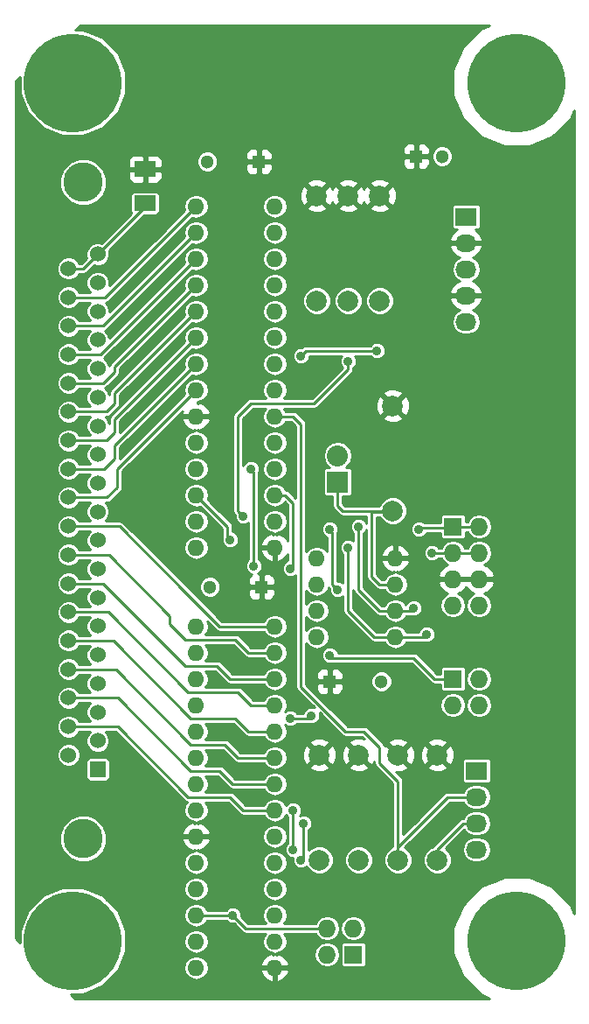
<source format=gtl>
G04 #@! TF.FileFunction,Copper,L1,Top,Signal*
%FSLAX46Y46*%
G04 Gerber Fmt 4.6, Leading zero omitted, Abs format (unit mm)*
G04 Created by KiCad (PCBNEW (after 2015-mar-04 BZR unknown)-product) date 10/26/2016 10:36:07 AM*
%MOMM*%
G01*
G04 APERTURE LIST*
%ADD10C,0.150000*%
%ADD11C,9.525000*%
%ADD12R,2.032000X1.524000*%
%ADD13R,2.032000X2.032000*%
%ADD14O,2.032000X2.032000*%
%ADD15R,1.300000X1.300000*%
%ADD16C,1.300000*%
%ADD17R,1.524000X1.524000*%
%ADD18C,1.524000*%
%ADD19C,3.810000*%
%ADD20O,1.600000X1.600000*%
%ADD21R,1.727200X1.727200*%
%ADD22O,1.727200X1.727200*%
%ADD23R,2.032000X1.727200*%
%ADD24O,2.032000X1.727200*%
%ADD25C,1.998980*%
%ADD26C,0.889000*%
%ADD27C,0.254000*%
G04 APERTURE END LIST*
D10*
D11*
X16000000Y-16000000D03*
X59000000Y-16000000D03*
X16000000Y-99000000D03*
X59000000Y-99000000D03*
D12*
X23000000Y-24349000D03*
X23000000Y-27651000D03*
D13*
X41656000Y-54610000D03*
D14*
X41656000Y-52070000D03*
D15*
X34036000Y-23622000D03*
D16*
X29036000Y-23622000D03*
D15*
X34290000Y-64770000D03*
D16*
X29290000Y-64770000D03*
D17*
X18422400Y-82417400D03*
D18*
X18422400Y-79648800D03*
X18422400Y-76880200D03*
X18422400Y-74111600D03*
X18422400Y-71343000D03*
X18422400Y-68574400D03*
X18422400Y-65805800D03*
X18422400Y-63037200D03*
X18422400Y-60268600D03*
D19*
X17000000Y-89123000D03*
X17000000Y-25623000D03*
D18*
X18422400Y-57500000D03*
X18422400Y-54731400D03*
X18422400Y-51962800D03*
X18422400Y-49194200D03*
X18422400Y-46425600D03*
X18422400Y-43657000D03*
X18422400Y-40888400D03*
X18422400Y-38119800D03*
X18422400Y-35351200D03*
X18422400Y-32582600D03*
X15577600Y-81045800D03*
X15577600Y-78277200D03*
X15577600Y-75508600D03*
X15577600Y-72740000D03*
X15577600Y-69971400D03*
X15577600Y-67202800D03*
X15577600Y-64434200D03*
X15577600Y-61665600D03*
X15577600Y-58897000D03*
X15577600Y-56128400D03*
X15577600Y-53359800D03*
X15577600Y-50591200D03*
X15577600Y-47822600D03*
X15577600Y-45054000D03*
X15577600Y-42285400D03*
X15577600Y-39516800D03*
X15577600Y-36748200D03*
X15577600Y-33979600D03*
D20*
X27940000Y-68580000D03*
X27940000Y-71120000D03*
X27940000Y-73660000D03*
X27940000Y-76200000D03*
X27940000Y-78740000D03*
X27940000Y-81280000D03*
X27940000Y-83820000D03*
X27940000Y-86360000D03*
X27940000Y-88900000D03*
X27940000Y-91440000D03*
X27940000Y-93980000D03*
X27940000Y-96520000D03*
X27940000Y-99060000D03*
X27940000Y-101600000D03*
X35560000Y-101600000D03*
X35560000Y-99060000D03*
X35560000Y-96520000D03*
X35560000Y-93980000D03*
X35560000Y-91440000D03*
X35560000Y-88900000D03*
X35560000Y-86360000D03*
X35560000Y-83820000D03*
X35560000Y-81280000D03*
X35560000Y-78740000D03*
X35560000Y-76200000D03*
X35560000Y-73660000D03*
X35560000Y-71120000D03*
X35560000Y-68580000D03*
X27940000Y-27940000D03*
X27940000Y-30480000D03*
X27940000Y-33020000D03*
X27940000Y-35560000D03*
X27940000Y-38100000D03*
X27940000Y-40640000D03*
X27940000Y-43180000D03*
X27940000Y-45720000D03*
X27940000Y-48260000D03*
X27940000Y-50800000D03*
X27940000Y-53340000D03*
X27940000Y-55880000D03*
X27940000Y-58420000D03*
X27940000Y-60960000D03*
X35560000Y-60960000D03*
X35560000Y-58420000D03*
X35560000Y-55880000D03*
X35560000Y-53340000D03*
X35560000Y-50800000D03*
X35560000Y-48260000D03*
X35560000Y-45720000D03*
X35560000Y-43180000D03*
X35560000Y-40640000D03*
X35560000Y-38100000D03*
X35560000Y-35560000D03*
X35560000Y-33020000D03*
X35560000Y-30480000D03*
X35560000Y-27940000D03*
X39624000Y-61976000D03*
X39624000Y-64516000D03*
X39624000Y-67056000D03*
X39624000Y-69596000D03*
X47244000Y-69596000D03*
X47244000Y-67056000D03*
X47244000Y-64516000D03*
X47244000Y-61976000D03*
D21*
X52832000Y-58928000D03*
D22*
X55372000Y-58928000D03*
X52832000Y-61468000D03*
X55372000Y-61468000D03*
X52832000Y-64008000D03*
X55372000Y-64008000D03*
X52832000Y-66548000D03*
X55372000Y-66548000D03*
D23*
X54102000Y-28956000D03*
D24*
X54102000Y-31496000D03*
X54102000Y-34036000D03*
X54102000Y-36576000D03*
X54102000Y-39116000D03*
D25*
X43688000Y-91186000D03*
X43688000Y-81026000D03*
X39878000Y-91186000D03*
X39878000Y-81026000D03*
X47498000Y-91186000D03*
X47498000Y-81026000D03*
X45720000Y-37084000D03*
X45720000Y-26924000D03*
X46990000Y-57404000D03*
X46990000Y-47244000D03*
X39624000Y-37084000D03*
X39624000Y-26924000D03*
X51308000Y-91186000D03*
X51308000Y-81026000D03*
X42672000Y-37084000D03*
X42672000Y-26924000D03*
D23*
X55118000Y-82550000D03*
D24*
X55118000Y-85090000D03*
X55118000Y-87630000D03*
X55118000Y-90170000D03*
D15*
X40894000Y-73914000D03*
D16*
X45894000Y-73914000D03*
D21*
X52832000Y-73660000D03*
D22*
X55372000Y-73660000D03*
X52832000Y-76200000D03*
X55372000Y-76200000D03*
D21*
X43180000Y-100330000D03*
D22*
X40640000Y-100330000D03*
X43180000Y-97790000D03*
X40640000Y-97790000D03*
D15*
X49276000Y-23114000D03*
D16*
X51776000Y-23114000D03*
D26*
X40894000Y-71374000D03*
X38354000Y-87630000D03*
X38100000Y-91186000D03*
X40894000Y-59182000D03*
X32512000Y-57912000D03*
X42672000Y-42926000D03*
X41656000Y-65024000D03*
X37084000Y-77470000D03*
X39116000Y-77216000D03*
X37338000Y-90170000D03*
X37338000Y-86360000D03*
X37084000Y-62992000D03*
X49022000Y-66802000D03*
X49530000Y-59182000D03*
X43688000Y-58928000D03*
X31496000Y-96520000D03*
X31242000Y-60198000D03*
X50292000Y-69342000D03*
X50800000Y-61468000D03*
X42672000Y-60960000D03*
X33274000Y-53340000D03*
X33528000Y-62738000D03*
X38100000Y-42418000D03*
X45466000Y-41910000D03*
D27*
X52832000Y-73660000D02*
X51054000Y-73660000D01*
X41148000Y-71628000D02*
X40894000Y-71374000D01*
X49022000Y-71628000D02*
X41148000Y-71628000D01*
X51054000Y-73660000D02*
X49022000Y-71628000D01*
X38354000Y-90932000D02*
X38354000Y-87630000D01*
X38100000Y-91186000D02*
X38354000Y-90932000D01*
X40894000Y-59182000D02*
X41148000Y-59436000D01*
X41148000Y-59436000D02*
X41148000Y-64516000D01*
X41148000Y-64516000D02*
X41656000Y-65024000D01*
X32512000Y-57912000D02*
X32004000Y-57404000D01*
X32004000Y-57404000D02*
X32004000Y-48260000D01*
X32004000Y-48260000D02*
X33274000Y-46990000D01*
X33274000Y-46990000D02*
X39370000Y-46990000D01*
X39370000Y-46990000D02*
X42672000Y-43688000D01*
X42672000Y-43688000D02*
X42672000Y-42926000D01*
X38862000Y-77470000D02*
X37084000Y-77470000D01*
X39116000Y-77216000D02*
X38862000Y-77470000D01*
X37338000Y-90170000D02*
X37338000Y-86360000D01*
X36576000Y-55880000D02*
X35560000Y-55880000D01*
X37338000Y-56642000D02*
X36576000Y-55880000D01*
X37338000Y-62738000D02*
X37338000Y-56642000D01*
X37084000Y-62992000D02*
X37338000Y-62738000D01*
X40640000Y-97790000D02*
X32766000Y-97790000D01*
X32766000Y-97790000D02*
X31496000Y-96520000D01*
X48768000Y-67056000D02*
X49022000Y-66802000D01*
X49530000Y-59182000D02*
X49690000Y-59022000D01*
X49690000Y-59022000D02*
X52910000Y-59022000D01*
X47244000Y-67056000D02*
X48768000Y-67056000D01*
X45720000Y-67056000D02*
X43688000Y-65024000D01*
X43688000Y-65024000D02*
X43688000Y-58928000D01*
X47244000Y-67056000D02*
X45720000Y-67056000D01*
X40386000Y-97536000D02*
X40640000Y-97790000D01*
X30988000Y-58928000D02*
X27940000Y-55880000D01*
X30988000Y-59944000D02*
X30988000Y-58928000D01*
X31242000Y-60198000D02*
X30988000Y-59944000D01*
X27940000Y-96520000D02*
X31496000Y-96520000D01*
X52832000Y-58928000D02*
X55372000Y-58928000D01*
X50038000Y-69596000D02*
X50292000Y-69342000D01*
X47244000Y-69596000D02*
X50038000Y-69596000D01*
X42672000Y-60960000D02*
X42672000Y-67056000D01*
X42672000Y-67056000D02*
X45212000Y-69596000D01*
X45212000Y-69596000D02*
X47244000Y-69596000D01*
X50800000Y-61468000D02*
X52832000Y-61468000D01*
X52832000Y-61468000D02*
X55372000Y-61468000D01*
X33274000Y-53340000D02*
X33528000Y-53594000D01*
X33528000Y-53594000D02*
X33528000Y-62738000D01*
X38100000Y-42418000D02*
X38608000Y-41910000D01*
X38608000Y-41910000D02*
X45466000Y-41910000D01*
X23000000Y-28005000D02*
X23000000Y-27651000D01*
X17025400Y-33979600D02*
X23000000Y-28005000D01*
X17025400Y-33979600D02*
X18422400Y-32582600D01*
X15577600Y-33979600D02*
X17025400Y-33979600D01*
X53848000Y-87630000D02*
X51308000Y-90170000D01*
X51308000Y-90170000D02*
X51308000Y-91059000D01*
X55118000Y-87630000D02*
X53848000Y-87630000D01*
X38100000Y-70358000D02*
X38100000Y-74422000D01*
X42418000Y-78740000D02*
X44196000Y-78740000D01*
X38100000Y-74422000D02*
X42418000Y-78740000D01*
X44196000Y-78740000D02*
X45720000Y-80264000D01*
X47498000Y-83566000D02*
X45720000Y-81788000D01*
X47498000Y-86106000D02*
X47498000Y-83566000D01*
X47498000Y-91059000D02*
X47498000Y-86106000D01*
X45720000Y-81788000D02*
X45720000Y-80264000D01*
X37338000Y-48260000D02*
X35560000Y-48260000D01*
X38100000Y-49022000D02*
X37338000Y-48260000D01*
X38100000Y-70358000D02*
X38100000Y-49022000D01*
X52324000Y-85090000D02*
X47498000Y-89916000D01*
X47498000Y-89916000D02*
X47498000Y-91059000D01*
X55118000Y-85090000D02*
X52324000Y-85090000D01*
X46990000Y-57404000D02*
X42164000Y-57404000D01*
X41656000Y-56896000D02*
X41656000Y-54610000D01*
X42164000Y-57404000D02*
X41656000Y-56896000D01*
X46990000Y-57531000D02*
X44958000Y-57531000D01*
X45720000Y-64516000D02*
X44958000Y-63754000D01*
X44958000Y-63754000D02*
X44958000Y-57531000D01*
X47244000Y-64516000D02*
X45720000Y-64516000D01*
X35560000Y-86360000D02*
X32512000Y-86360000D01*
X20365200Y-78277200D02*
X15577600Y-78277200D01*
X27178000Y-85090000D02*
X20365200Y-78277200D01*
X31242000Y-85090000D02*
X27178000Y-85090000D01*
X32512000Y-86360000D02*
X31242000Y-85090000D01*
X35560000Y-83820000D02*
X31496000Y-83820000D01*
X20390600Y-75508600D02*
X15577600Y-75508600D01*
X27432000Y-82550000D02*
X20390600Y-75508600D01*
X30226000Y-82550000D02*
X27432000Y-82550000D01*
X31496000Y-83820000D02*
X30226000Y-82550000D01*
X35560000Y-81280000D02*
X32004000Y-81280000D01*
X20162000Y-72740000D02*
X15577600Y-72740000D01*
X27432000Y-80010000D02*
X20162000Y-72740000D01*
X30734000Y-80010000D02*
X27432000Y-80010000D01*
X32004000Y-81280000D02*
X30734000Y-80010000D01*
X35560000Y-78740000D02*
X33020000Y-78740000D01*
X19933400Y-69971400D02*
X15577600Y-69971400D01*
X27432000Y-77470000D02*
X19933400Y-69971400D01*
X31750000Y-77470000D02*
X27432000Y-77470000D01*
X33020000Y-78740000D02*
X31750000Y-77470000D01*
X35560000Y-76200000D02*
X33274000Y-76200000D01*
X19450800Y-67202800D02*
X15577600Y-67202800D01*
X27178000Y-74930000D02*
X19450800Y-67202800D01*
X32004000Y-74930000D02*
X27178000Y-74930000D01*
X33274000Y-76200000D02*
X32004000Y-74930000D01*
X35560000Y-73660000D02*
X31242000Y-73660000D01*
X18968200Y-64434200D02*
X15577600Y-64434200D01*
X26924000Y-72390000D02*
X18968200Y-64434200D01*
X29972000Y-72390000D02*
X26924000Y-72390000D01*
X31242000Y-73660000D02*
X29972000Y-72390000D01*
X15577600Y-61665600D02*
X19501600Y-61665600D01*
X19501600Y-61665600D02*
X25400000Y-67564000D01*
X35560000Y-71120000D02*
X33020000Y-71120000D01*
X25400000Y-68326000D02*
X25400000Y-67564000D01*
X26924000Y-69850000D02*
X25400000Y-68326000D01*
X31750000Y-69850000D02*
X26924000Y-69850000D01*
X33020000Y-71120000D02*
X31750000Y-69850000D01*
X15577600Y-58897000D02*
X20543000Y-58897000D01*
X20543000Y-58897000D02*
X27178000Y-65532000D01*
X30226000Y-68580000D02*
X27178000Y-65532000D01*
X35560000Y-68580000D02*
X30226000Y-68580000D01*
X15577600Y-56128400D02*
X19309600Y-56128400D01*
X20320000Y-53340000D02*
X27940000Y-45720000D01*
X20320000Y-55118000D02*
X20320000Y-53340000D01*
X19309600Y-56128400D02*
X20320000Y-55118000D01*
X15577600Y-53359800D02*
X19030200Y-53359800D01*
X19030200Y-53359800D02*
X20066000Y-52324000D01*
X20066000Y-51054000D02*
X27940000Y-43180000D01*
X20066000Y-52324000D02*
X20066000Y-51054000D01*
X15577600Y-50591200D02*
X19258800Y-50591200D01*
X19258800Y-50591200D02*
X20066000Y-49784000D01*
X20066000Y-48514000D02*
X27940000Y-40640000D01*
X20066000Y-49784000D02*
X20066000Y-48514000D01*
X15577600Y-47822600D02*
X19233400Y-47822600D01*
X20066000Y-45974000D02*
X27940000Y-38100000D01*
X20066000Y-46990000D02*
X20066000Y-45974000D01*
X19233400Y-47822600D02*
X20066000Y-46990000D01*
X15577600Y-45054000D02*
X18954000Y-45054000D01*
X18954000Y-45054000D02*
X20066000Y-43942000D01*
X20066000Y-43434000D02*
X27940000Y-35560000D01*
X20066000Y-43942000D02*
X20066000Y-43434000D01*
X18674600Y-42285400D02*
X27940000Y-33020000D01*
X15577600Y-42285400D02*
X18674600Y-42285400D01*
X18903200Y-39516800D02*
X27940000Y-30480000D01*
X15577600Y-39516800D02*
X18903200Y-39516800D01*
X19131800Y-36748200D02*
X27940000Y-27940000D01*
X15577600Y-36748200D02*
X19131800Y-36748200D01*
G36*
X64569000Y-96348473D02*
X64224815Y-95515482D01*
X62493632Y-93781275D01*
X60230575Y-92841571D01*
X57780175Y-92839433D01*
X56826958Y-93233294D01*
X56826958Y-64367026D01*
X56826958Y-63648974D01*
X56654688Y-63233053D01*
X56260490Y-62801179D01*
X55870338Y-62618323D01*
X55872671Y-62617860D01*
X56276448Y-62348065D01*
X56546243Y-61944288D01*
X56640983Y-61468000D01*
X56640983Y-58928000D01*
X56546243Y-58451712D01*
X56276448Y-58047935D01*
X55872671Y-57778140D01*
X55709358Y-57745654D01*
X55709358Y-36935026D01*
X55709358Y-36216974D01*
X55706709Y-36201209D01*
X55452732Y-35673964D01*
X55016320Y-35284046D01*
X54743757Y-35188704D01*
X54758057Y-35185860D01*
X55161834Y-34916065D01*
X55431629Y-34512288D01*
X55526369Y-34036000D01*
X55431629Y-33559712D01*
X55161834Y-33155935D01*
X54758057Y-32886140D01*
X54743757Y-32883295D01*
X55016320Y-32787954D01*
X55452732Y-32398036D01*
X55706709Y-31870791D01*
X55709358Y-31855026D01*
X55709358Y-31136974D01*
X55706709Y-31121209D01*
X55452732Y-30593964D01*
X55020817Y-30208064D01*
X55118000Y-30208064D01*
X55263274Y-30179878D01*
X55390956Y-30096004D01*
X55476426Y-29969384D01*
X55506464Y-29819600D01*
X55506464Y-28092400D01*
X55478278Y-27947126D01*
X55394404Y-27819444D01*
X55267784Y-27733974D01*
X55118000Y-27703936D01*
X53086000Y-27703936D01*
X52940726Y-27732122D01*
X52813044Y-27815996D01*
X52807178Y-27824686D01*
X52807178Y-22909821D01*
X52650549Y-22530749D01*
X52360777Y-22240471D01*
X51981978Y-22083180D01*
X51571821Y-22082822D01*
X51192749Y-22239451D01*
X50902471Y-22529223D01*
X50745180Y-22908022D01*
X50744822Y-23318179D01*
X50901451Y-23697251D01*
X51191223Y-23987529D01*
X51570022Y-24144820D01*
X51980179Y-24145178D01*
X52359251Y-23988549D01*
X52649529Y-23698777D01*
X52806820Y-23319978D01*
X52807178Y-22909821D01*
X52807178Y-27824686D01*
X52727574Y-27942616D01*
X52697536Y-28092400D01*
X52697536Y-29819600D01*
X52725722Y-29964874D01*
X52809596Y-30092556D01*
X52936216Y-30178026D01*
X53086000Y-30208064D01*
X53183182Y-30208064D01*
X52751268Y-30593964D01*
X52497291Y-31121209D01*
X52494642Y-31136974D01*
X52615783Y-31369000D01*
X53975000Y-31369000D01*
X53975000Y-31349000D01*
X54229000Y-31349000D01*
X54229000Y-31369000D01*
X55588217Y-31369000D01*
X55709358Y-31136974D01*
X55709358Y-31855026D01*
X55588217Y-31623000D01*
X54229000Y-31623000D01*
X54229000Y-31643000D01*
X53975000Y-31643000D01*
X53975000Y-31623000D01*
X52615783Y-31623000D01*
X52494642Y-31855026D01*
X52497291Y-31870791D01*
X52751268Y-32398036D01*
X53187680Y-32787954D01*
X53460242Y-32883295D01*
X53445943Y-32886140D01*
X53042166Y-33155935D01*
X52772371Y-33559712D01*
X52677631Y-34036000D01*
X52772371Y-34512288D01*
X53042166Y-34916065D01*
X53445943Y-35185860D01*
X53460242Y-35188704D01*
X53187680Y-35284046D01*
X52751268Y-35673964D01*
X52497291Y-36201209D01*
X52494642Y-36216974D01*
X52615783Y-36449000D01*
X53975000Y-36449000D01*
X53975000Y-36429000D01*
X54229000Y-36429000D01*
X54229000Y-36449000D01*
X55588217Y-36449000D01*
X55709358Y-36216974D01*
X55709358Y-36935026D01*
X55588217Y-36703000D01*
X54229000Y-36703000D01*
X54229000Y-36723000D01*
X53975000Y-36723000D01*
X53975000Y-36703000D01*
X52615783Y-36703000D01*
X52494642Y-36935026D01*
X52497291Y-36950791D01*
X52751268Y-37478036D01*
X53187680Y-37867954D01*
X53460242Y-37963295D01*
X53445943Y-37966140D01*
X53042166Y-38235935D01*
X52772371Y-38639712D01*
X52677631Y-39116000D01*
X52772371Y-39592288D01*
X53042166Y-39996065D01*
X53445943Y-40265860D01*
X53922231Y-40360600D01*
X54281769Y-40360600D01*
X54758057Y-40265860D01*
X55161834Y-39996065D01*
X55431629Y-39592288D01*
X55526369Y-39116000D01*
X55431629Y-38639712D01*
X55161834Y-38235935D01*
X54758057Y-37966140D01*
X54743757Y-37963295D01*
X55016320Y-37867954D01*
X55452732Y-37478036D01*
X55706709Y-36950791D01*
X55709358Y-36935026D01*
X55709358Y-57745654D01*
X55396383Y-57683400D01*
X55347617Y-57683400D01*
X54871329Y-57778140D01*
X54467552Y-58047935D01*
X54218946Y-58420000D01*
X54084064Y-58420000D01*
X54084064Y-58064400D01*
X54055878Y-57919126D01*
X53972004Y-57791444D01*
X53845384Y-57705974D01*
X53695600Y-57675936D01*
X51968400Y-57675936D01*
X51823126Y-57704122D01*
X51695444Y-57787996D01*
X51609974Y-57914616D01*
X51579936Y-58064400D01*
X51579936Y-58514000D01*
X50561000Y-58514000D01*
X50561000Y-23890310D01*
X50561000Y-23637691D01*
X50561000Y-23399750D01*
X50561000Y-22828250D01*
X50561000Y-22590309D01*
X50561000Y-22337690D01*
X50464327Y-22104301D01*
X50285698Y-21925673D01*
X50052309Y-21829000D01*
X49561750Y-21829000D01*
X49403000Y-21987750D01*
X49403000Y-22987000D01*
X50402250Y-22987000D01*
X50561000Y-22828250D01*
X50561000Y-23399750D01*
X50402250Y-23241000D01*
X49403000Y-23241000D01*
X49403000Y-24240250D01*
X49561750Y-24399000D01*
X50052309Y-24399000D01*
X50285698Y-24302327D01*
X50464327Y-24123699D01*
X50561000Y-23890310D01*
X50561000Y-58514000D01*
X50029581Y-58514000D01*
X49998219Y-58482583D01*
X49694923Y-58356643D01*
X49366518Y-58356357D01*
X49149000Y-58446233D01*
X49149000Y-24240250D01*
X49149000Y-23241000D01*
X49149000Y-22987000D01*
X49149000Y-21987750D01*
X48990250Y-21829000D01*
X48499691Y-21829000D01*
X48266302Y-21925673D01*
X48087673Y-22104301D01*
X47991000Y-22337690D01*
X47991000Y-22590309D01*
X47991000Y-22828250D01*
X48149750Y-22987000D01*
X49149000Y-22987000D01*
X49149000Y-23241000D01*
X48149750Y-23241000D01*
X47991000Y-23399750D01*
X47991000Y-23637691D01*
X47991000Y-23890310D01*
X48087673Y-24123699D01*
X48266302Y-24302327D01*
X48499691Y-24399000D01*
X48990250Y-24399000D01*
X49149000Y-24240250D01*
X49149000Y-58446233D01*
X49063002Y-58481767D01*
X48830583Y-58713781D01*
X48704643Y-59017077D01*
X48704357Y-59345482D01*
X48829767Y-59648998D01*
X49061781Y-59881417D01*
X49365077Y-60007357D01*
X49693482Y-60007643D01*
X49996998Y-59882233D01*
X50229417Y-59650219D01*
X50279336Y-59530000D01*
X51579936Y-59530000D01*
X51579936Y-59791600D01*
X51608122Y-59936874D01*
X51691996Y-60064556D01*
X51818616Y-60150026D01*
X51968400Y-60180064D01*
X53695600Y-60180064D01*
X53840874Y-60151878D01*
X53968556Y-60068004D01*
X54054026Y-59941384D01*
X54084064Y-59791600D01*
X54084064Y-59436000D01*
X54218946Y-59436000D01*
X54467552Y-59808065D01*
X54871329Y-60077860D01*
X55347617Y-60172600D01*
X55396383Y-60172600D01*
X55872671Y-60077860D01*
X56276448Y-59808065D01*
X56546243Y-59404288D01*
X56640983Y-58928000D01*
X56640983Y-61468000D01*
X56546243Y-60991712D01*
X56276448Y-60587935D01*
X55872671Y-60318140D01*
X55396383Y-60223400D01*
X55347617Y-60223400D01*
X54871329Y-60318140D01*
X54467552Y-60587935D01*
X54218946Y-60960000D01*
X53985053Y-60960000D01*
X53736448Y-60587935D01*
X53332671Y-60318140D01*
X52856383Y-60223400D01*
X52807617Y-60223400D01*
X52331329Y-60318140D01*
X51927552Y-60587935D01*
X51678946Y-60960000D01*
X51459302Y-60960000D01*
X51268219Y-60768583D01*
X50964923Y-60642643D01*
X50636518Y-60642357D01*
X50333002Y-60767767D01*
X50100583Y-60999781D01*
X49974643Y-61303077D01*
X49974357Y-61631482D01*
X50099767Y-61934998D01*
X50331781Y-62167417D01*
X50635077Y-62293357D01*
X50963482Y-62293643D01*
X51266998Y-62168233D01*
X51459566Y-61976000D01*
X51678946Y-61976000D01*
X51927552Y-62348065D01*
X52331329Y-62617860D01*
X52333661Y-62618323D01*
X51943510Y-62801179D01*
X51549312Y-63233053D01*
X51377042Y-63648974D01*
X51498183Y-63881000D01*
X52705000Y-63881000D01*
X52705000Y-63861000D01*
X52959000Y-63861000D01*
X52959000Y-63881000D01*
X54038183Y-63881000D01*
X54165817Y-63881000D01*
X55245000Y-63881000D01*
X55245000Y-63861000D01*
X55499000Y-63861000D01*
X55499000Y-63881000D01*
X56705817Y-63881000D01*
X56826958Y-63648974D01*
X56826958Y-64367026D01*
X56705817Y-64135000D01*
X55499000Y-64135000D01*
X55499000Y-64155000D01*
X55245000Y-64155000D01*
X55245000Y-64135000D01*
X54165817Y-64135000D01*
X54038183Y-64135000D01*
X52959000Y-64135000D01*
X52959000Y-64155000D01*
X52705000Y-64155000D01*
X52705000Y-64135000D01*
X51498183Y-64135000D01*
X51377042Y-64367026D01*
X51549312Y-64782947D01*
X51943510Y-65214821D01*
X52333661Y-65397676D01*
X52331329Y-65398140D01*
X51927552Y-65667935D01*
X51657757Y-66071712D01*
X51563017Y-66548000D01*
X51657757Y-67024288D01*
X51927552Y-67428065D01*
X52331329Y-67697860D01*
X52807617Y-67792600D01*
X52856383Y-67792600D01*
X53332671Y-67697860D01*
X53736448Y-67428065D01*
X54006243Y-67024288D01*
X54100983Y-66548000D01*
X54006243Y-66071712D01*
X53736448Y-65667935D01*
X53332671Y-65398140D01*
X53330338Y-65397676D01*
X53720490Y-65214821D01*
X54102000Y-64796847D01*
X54483510Y-65214821D01*
X54873661Y-65397676D01*
X54871329Y-65398140D01*
X54467552Y-65667935D01*
X54197757Y-66071712D01*
X54103017Y-66548000D01*
X54197757Y-67024288D01*
X54467552Y-67428065D01*
X54871329Y-67697860D01*
X55347617Y-67792600D01*
X55396383Y-67792600D01*
X55872671Y-67697860D01*
X56276448Y-67428065D01*
X56546243Y-67024288D01*
X56640983Y-66548000D01*
X56546243Y-66071712D01*
X56276448Y-65667935D01*
X55872671Y-65398140D01*
X55870338Y-65397676D01*
X56260490Y-65214821D01*
X56654688Y-64782947D01*
X56826958Y-64367026D01*
X56826958Y-93233294D01*
X56640983Y-93310137D01*
X56640983Y-76200000D01*
X56640983Y-73660000D01*
X56546243Y-73183712D01*
X56276448Y-72779935D01*
X55872671Y-72510140D01*
X55396383Y-72415400D01*
X55347617Y-72415400D01*
X54871329Y-72510140D01*
X54467552Y-72779935D01*
X54197757Y-73183712D01*
X54103017Y-73660000D01*
X54197757Y-74136288D01*
X54467552Y-74540065D01*
X54871329Y-74809860D01*
X55347617Y-74904600D01*
X55396383Y-74904600D01*
X55872671Y-74809860D01*
X56276448Y-74540065D01*
X56546243Y-74136288D01*
X56640983Y-73660000D01*
X56640983Y-76200000D01*
X56546243Y-75723712D01*
X56276448Y-75319935D01*
X55872671Y-75050140D01*
X55396383Y-74955400D01*
X55347617Y-74955400D01*
X54871329Y-75050140D01*
X54467552Y-75319935D01*
X54197757Y-75723712D01*
X54103017Y-76200000D01*
X54197757Y-76676288D01*
X54467552Y-77080065D01*
X54871329Y-77349860D01*
X55347617Y-77444600D01*
X55396383Y-77444600D01*
X55872671Y-77349860D01*
X56276448Y-77080065D01*
X56546243Y-76676288D01*
X56640983Y-76200000D01*
X56640983Y-93310137D01*
X56542369Y-93350883D01*
X56542369Y-90170000D01*
X56542369Y-87630000D01*
X56542369Y-85090000D01*
X56522464Y-84989931D01*
X56522464Y-83413600D01*
X56522464Y-81686400D01*
X56494278Y-81541126D01*
X56410404Y-81413444D01*
X56283784Y-81327974D01*
X56134000Y-81297936D01*
X54102000Y-81297936D01*
X54100983Y-81298133D01*
X54100983Y-76200000D01*
X54084064Y-76114942D01*
X54084064Y-74523600D01*
X54084064Y-72796400D01*
X54055878Y-72651126D01*
X53972004Y-72523444D01*
X53845384Y-72437974D01*
X53695600Y-72407936D01*
X51968400Y-72407936D01*
X51823126Y-72436122D01*
X51695444Y-72519996D01*
X51609974Y-72646616D01*
X51579936Y-72796400D01*
X51579936Y-73152000D01*
X51264420Y-73152000D01*
X49381210Y-71268790D01*
X49216403Y-71158669D01*
X49022000Y-71120000D01*
X41682241Y-71120000D01*
X41594233Y-70907002D01*
X41362219Y-70674583D01*
X41058923Y-70548643D01*
X40730518Y-70548357D01*
X40427002Y-70673767D01*
X40194583Y-70905781D01*
X40068643Y-71209077D01*
X40068357Y-71537482D01*
X40193767Y-71840998D01*
X40425781Y-72073417D01*
X40729077Y-72199357D01*
X41057482Y-72199643D01*
X41211510Y-72136000D01*
X48811580Y-72136000D01*
X50694790Y-74019210D01*
X50859597Y-74129331D01*
X51054000Y-74168000D01*
X51579936Y-74168000D01*
X51579936Y-74523600D01*
X51608122Y-74668874D01*
X51691996Y-74796556D01*
X51818616Y-74882026D01*
X51968400Y-74912064D01*
X53695600Y-74912064D01*
X53840874Y-74883878D01*
X53968556Y-74800004D01*
X54054026Y-74673384D01*
X54084064Y-74523600D01*
X54084064Y-76114942D01*
X54006243Y-75723712D01*
X53736448Y-75319935D01*
X53332671Y-75050140D01*
X52856383Y-74955400D01*
X52807617Y-74955400D01*
X52331329Y-75050140D01*
X51927552Y-75319935D01*
X51657757Y-75723712D01*
X51563017Y-76200000D01*
X51657757Y-76676288D01*
X51927552Y-77080065D01*
X52331329Y-77349860D01*
X52807617Y-77444600D01*
X52856383Y-77444600D01*
X53332671Y-77349860D01*
X53736448Y-77080065D01*
X54006243Y-76676288D01*
X54100983Y-76200000D01*
X54100983Y-81298133D01*
X53956726Y-81326122D01*
X53829044Y-81409996D01*
X53743574Y-81536616D01*
X53713536Y-81686400D01*
X53713536Y-83413600D01*
X53741722Y-83558874D01*
X53825596Y-83686556D01*
X53952216Y-83772026D01*
X54102000Y-83802064D01*
X56134000Y-83802064D01*
X56279274Y-83773878D01*
X56406956Y-83690004D01*
X56492426Y-83563384D01*
X56522464Y-83413600D01*
X56522464Y-84989931D01*
X56447629Y-84613712D01*
X56177834Y-84209935D01*
X55774057Y-83940140D01*
X55297769Y-83845400D01*
X54938231Y-83845400D01*
X54461943Y-83940140D01*
X54058166Y-84209935D01*
X53809560Y-84582000D01*
X52953401Y-84582000D01*
X52953401Y-81290418D01*
X52929341Y-80640623D01*
X52726965Y-80152042D01*
X52460163Y-80053443D01*
X52280557Y-80233048D01*
X52280557Y-79873837D01*
X52181958Y-79607035D01*
X51572418Y-79380599D01*
X50922623Y-79404659D01*
X50434042Y-79607035D01*
X50335443Y-79873837D01*
X51308000Y-80846395D01*
X52280557Y-79873837D01*
X52280557Y-80233048D01*
X51487605Y-81026000D01*
X52460163Y-81998557D01*
X52726965Y-81899958D01*
X52953401Y-81290418D01*
X52953401Y-84582000D01*
X52324000Y-84582000D01*
X52280557Y-84590641D01*
X52280557Y-82178163D01*
X51308000Y-81205605D01*
X51128395Y-81385210D01*
X51128395Y-81026000D01*
X50155837Y-80053443D01*
X49889035Y-80152042D01*
X49662599Y-80761582D01*
X49686659Y-81411377D01*
X49889035Y-81899958D01*
X50155837Y-81998557D01*
X51128395Y-81026000D01*
X51128395Y-81385210D01*
X50335443Y-82178163D01*
X50434042Y-82444965D01*
X51043582Y-82671401D01*
X51693377Y-82647341D01*
X52181958Y-82444965D01*
X52280557Y-82178163D01*
X52280557Y-84590641D01*
X52129597Y-84620669D01*
X51964790Y-84730790D01*
X49143401Y-87552179D01*
X49143401Y-81290418D01*
X49119341Y-80640623D01*
X48916965Y-80152042D01*
X48650163Y-80053443D01*
X48470557Y-80233048D01*
X48470557Y-79873837D01*
X48371958Y-79607035D01*
X47762418Y-79380599D01*
X47112623Y-79404659D01*
X46925178Y-79482300D01*
X46925178Y-73709821D01*
X46768549Y-73330749D01*
X46478777Y-73040471D01*
X46099978Y-72883180D01*
X45689821Y-72882822D01*
X45310749Y-73039451D01*
X45020471Y-73329223D01*
X44863180Y-73708022D01*
X44862822Y-74118179D01*
X45019451Y-74497251D01*
X45309223Y-74787529D01*
X45688022Y-74944820D01*
X46098179Y-74945178D01*
X46477251Y-74788549D01*
X46767529Y-74498777D01*
X46924820Y-74119978D01*
X46925178Y-73709821D01*
X46925178Y-79482300D01*
X46624042Y-79607035D01*
X46525443Y-79873837D01*
X47498000Y-80846395D01*
X48470557Y-79873837D01*
X48470557Y-80233048D01*
X47677605Y-81026000D01*
X48650163Y-81998557D01*
X48916965Y-81899958D01*
X49143401Y-81290418D01*
X49143401Y-87552179D01*
X48006000Y-88689580D01*
X48006000Y-86106000D01*
X48006000Y-83566000D01*
X47967331Y-83371597D01*
X47857210Y-83206790D01*
X47318670Y-82668250D01*
X47883377Y-82647341D01*
X48371958Y-82444965D01*
X48470557Y-82178163D01*
X47498000Y-81205605D01*
X47483857Y-81219747D01*
X47304252Y-81040142D01*
X47318395Y-81026000D01*
X46345837Y-80053443D01*
X46197054Y-80108426D01*
X46189331Y-80069597D01*
X46189330Y-80069596D01*
X46152790Y-80014910D01*
X46079210Y-79904790D01*
X46079210Y-79904789D01*
X44555210Y-78380790D01*
X44390403Y-78270669D01*
X44196000Y-78232000D01*
X42628420Y-78232000D01*
X42179000Y-77782580D01*
X42179000Y-74690310D01*
X42179000Y-74437691D01*
X42179000Y-74199750D01*
X42179000Y-73628250D01*
X42179000Y-73390309D01*
X42179000Y-73137690D01*
X42082327Y-72904301D01*
X41903698Y-72725673D01*
X41670309Y-72629000D01*
X41179750Y-72629000D01*
X41021000Y-72787750D01*
X41021000Y-73787000D01*
X42020250Y-73787000D01*
X42179000Y-73628250D01*
X42179000Y-74199750D01*
X42020250Y-74041000D01*
X41021000Y-74041000D01*
X41021000Y-75040250D01*
X41179750Y-75199000D01*
X41670309Y-75199000D01*
X41903698Y-75102327D01*
X42082327Y-74923699D01*
X42179000Y-74690310D01*
X42179000Y-77782580D01*
X40767000Y-76370580D01*
X40767000Y-75040250D01*
X40767000Y-74041000D01*
X40767000Y-73787000D01*
X40767000Y-72787750D01*
X40608250Y-72629000D01*
X40117691Y-72629000D01*
X39884302Y-72725673D01*
X39705673Y-72904301D01*
X39609000Y-73137690D01*
X39609000Y-73390309D01*
X39609000Y-73628250D01*
X39767750Y-73787000D01*
X40767000Y-73787000D01*
X40767000Y-74041000D01*
X39767750Y-74041000D01*
X39609000Y-74199750D01*
X39609000Y-74437691D01*
X39609000Y-74690310D01*
X39705673Y-74923699D01*
X39884302Y-75102327D01*
X40117691Y-75199000D01*
X40608250Y-75199000D01*
X40767000Y-75040250D01*
X40767000Y-76370580D01*
X38608000Y-74211580D01*
X38608000Y-70358000D01*
X38608000Y-70194973D01*
X38765770Y-70431093D01*
X39148914Y-70687102D01*
X39600863Y-70777000D01*
X39647137Y-70777000D01*
X40099086Y-70687102D01*
X40482230Y-70431093D01*
X40738239Y-70047949D01*
X40828137Y-69596000D01*
X40738239Y-69144051D01*
X40482230Y-68760907D01*
X40099086Y-68504898D01*
X39647137Y-68415000D01*
X39600863Y-68415000D01*
X39148914Y-68504898D01*
X38765770Y-68760907D01*
X38608000Y-68997026D01*
X38608000Y-67654973D01*
X38765770Y-67891093D01*
X39148914Y-68147102D01*
X39600863Y-68237000D01*
X39647137Y-68237000D01*
X40099086Y-68147102D01*
X40482230Y-67891093D01*
X40738239Y-67507949D01*
X40828137Y-67056000D01*
X40738239Y-66604051D01*
X40482230Y-66220907D01*
X40099086Y-65964898D01*
X39647137Y-65875000D01*
X39600863Y-65875000D01*
X39148914Y-65964898D01*
X38765770Y-66220907D01*
X38608000Y-66457026D01*
X38608000Y-65114973D01*
X38765770Y-65351093D01*
X39148914Y-65607102D01*
X39600863Y-65697000D01*
X39647137Y-65697000D01*
X40099086Y-65607102D01*
X40482230Y-65351093D01*
X40738239Y-64967949D01*
X40764050Y-64838185D01*
X40788790Y-64875210D01*
X40830592Y-64917012D01*
X40830357Y-65187482D01*
X40955767Y-65490998D01*
X41187781Y-65723417D01*
X41491077Y-65849357D01*
X41819482Y-65849643D01*
X42122998Y-65724233D01*
X42164000Y-65683302D01*
X42164000Y-67056000D01*
X42202669Y-67250403D01*
X42312790Y-67415210D01*
X44852789Y-69955210D01*
X44852790Y-69955210D01*
X44962910Y-70028790D01*
X45017596Y-70065330D01*
X45017597Y-70065331D01*
X45212000Y-70104000D01*
X46167213Y-70104000D01*
X46385770Y-70431093D01*
X46768914Y-70687102D01*
X47220863Y-70777000D01*
X47267137Y-70777000D01*
X47719086Y-70687102D01*
X48102230Y-70431093D01*
X48320786Y-70104000D01*
X49974497Y-70104000D01*
X50127077Y-70167357D01*
X50455482Y-70167643D01*
X50758998Y-70042233D01*
X50991417Y-69810219D01*
X51117357Y-69506923D01*
X51117643Y-69178518D01*
X50992233Y-68875002D01*
X50760219Y-68642583D01*
X50456923Y-68516643D01*
X50128518Y-68516357D01*
X49825002Y-68641767D01*
X49592583Y-68873781D01*
X49503631Y-69088000D01*
X48320786Y-69088000D01*
X48102230Y-68760907D01*
X47719086Y-68504898D01*
X47267137Y-68415000D01*
X47220863Y-68415000D01*
X46768914Y-68504898D01*
X46385770Y-68760907D01*
X46167213Y-69088000D01*
X45422420Y-69088000D01*
X43180000Y-66845579D01*
X43180000Y-65024000D01*
X43218669Y-65218403D01*
X43328790Y-65383210D01*
X45360790Y-67415210D01*
X45525597Y-67525331D01*
X45720000Y-67564000D01*
X46167213Y-67564000D01*
X46385770Y-67891093D01*
X46768914Y-68147102D01*
X47220863Y-68237000D01*
X47267137Y-68237000D01*
X47719086Y-68147102D01*
X48102230Y-67891093D01*
X48320786Y-67564000D01*
X48704497Y-67564000D01*
X48857077Y-67627357D01*
X49185482Y-67627643D01*
X49488998Y-67502233D01*
X49721417Y-67270219D01*
X49847357Y-66966923D01*
X49847643Y-66638518D01*
X49722233Y-66335002D01*
X49490219Y-66102583D01*
X49186923Y-65976643D01*
X48858518Y-65976357D01*
X48635904Y-66068339D01*
X48555002Y-66101767D01*
X48322583Y-66333781D01*
X48267035Y-66467554D01*
X48102230Y-66220907D01*
X47719086Y-65964898D01*
X47267137Y-65875000D01*
X47220863Y-65875000D01*
X46768914Y-65964898D01*
X46385770Y-66220907D01*
X46167213Y-66548000D01*
X45930420Y-66548000D01*
X44196000Y-64813580D01*
X44196000Y-59587302D01*
X44387417Y-59396219D01*
X44450000Y-59245502D01*
X44450000Y-63754000D01*
X44488669Y-63948403D01*
X44598790Y-64113210D01*
X45360790Y-64875210D01*
X45525597Y-64985331D01*
X45720000Y-65024000D01*
X46167213Y-65024000D01*
X46385770Y-65351093D01*
X46768914Y-65607102D01*
X47220863Y-65697000D01*
X47267137Y-65697000D01*
X47719086Y-65607102D01*
X48102230Y-65351093D01*
X48358239Y-64967949D01*
X48448137Y-64516000D01*
X48358239Y-64064051D01*
X48102230Y-63680907D01*
X47719086Y-63424898D01*
X47371002Y-63355659D01*
X47371002Y-63246630D01*
X47593041Y-63367914D01*
X48099134Y-63128389D01*
X48475041Y-62713423D01*
X48635904Y-62325039D01*
X48635904Y-61626961D01*
X48635401Y-61625746D01*
X48635401Y-47508418D01*
X48611341Y-46858623D01*
X48408965Y-46370042D01*
X48142163Y-46271443D01*
X47962557Y-46451048D01*
X47962557Y-46091837D01*
X47863958Y-45825035D01*
X47365401Y-45639827D01*
X47365401Y-27188418D01*
X47341341Y-26538623D01*
X47138965Y-26050042D01*
X46872163Y-25951443D01*
X46692557Y-26131048D01*
X46692557Y-25771837D01*
X46593958Y-25505035D01*
X45984418Y-25278599D01*
X45334623Y-25302659D01*
X44846042Y-25505035D01*
X44747443Y-25771837D01*
X45720000Y-26744395D01*
X46692557Y-25771837D01*
X46692557Y-26131048D01*
X45899605Y-26924000D01*
X46872163Y-27896557D01*
X47138965Y-27797958D01*
X47365401Y-27188418D01*
X47365401Y-45639827D01*
X47254418Y-45598599D01*
X47100729Y-45604289D01*
X47100729Y-36810608D01*
X46891005Y-36303037D01*
X46692557Y-36104242D01*
X46692557Y-28076163D01*
X45720000Y-27103605D01*
X45540395Y-27283210D01*
X45540395Y-26924000D01*
X44567837Y-25951443D01*
X44301035Y-26050042D01*
X44201711Y-26317409D01*
X44090965Y-26050042D01*
X43824163Y-25951443D01*
X43644557Y-26131048D01*
X43644557Y-25771837D01*
X43545958Y-25505035D01*
X42936418Y-25278599D01*
X42286623Y-25302659D01*
X41798042Y-25505035D01*
X41699443Y-25771837D01*
X42672000Y-26744395D01*
X43644557Y-25771837D01*
X43644557Y-26131048D01*
X42851605Y-26924000D01*
X43824163Y-27896557D01*
X44090965Y-27797958D01*
X44190288Y-27530590D01*
X44301035Y-27797958D01*
X44567837Y-27896557D01*
X45540395Y-26924000D01*
X45540395Y-27283210D01*
X44747443Y-28076163D01*
X44846042Y-28342965D01*
X45455582Y-28569401D01*
X46105377Y-28545341D01*
X46593958Y-28342965D01*
X46692557Y-28076163D01*
X46692557Y-36104242D01*
X46503006Y-35914360D01*
X45995801Y-35703751D01*
X45446608Y-35703271D01*
X44939037Y-35912995D01*
X44550360Y-36300994D01*
X44339751Y-36808199D01*
X44339271Y-37357392D01*
X44548995Y-37864963D01*
X44936994Y-38253640D01*
X45444199Y-38464249D01*
X45993392Y-38464729D01*
X46500963Y-38255005D01*
X46889640Y-37867006D01*
X47100249Y-37359801D01*
X47100729Y-36810608D01*
X47100729Y-45604289D01*
X46604623Y-45622659D01*
X46116042Y-45825035D01*
X46017443Y-46091837D01*
X46990000Y-47064395D01*
X47962557Y-46091837D01*
X47962557Y-46451048D01*
X47169605Y-47244000D01*
X48142163Y-48216557D01*
X48408965Y-48117958D01*
X48635401Y-47508418D01*
X48635401Y-61625746D01*
X48475041Y-61238577D01*
X48099134Y-60823611D01*
X47593041Y-60584086D01*
X47371000Y-60705371D01*
X47371000Y-61849000D01*
X48513915Y-61849000D01*
X48635904Y-61626961D01*
X48635904Y-62325039D01*
X48513915Y-62103000D01*
X47371000Y-62103000D01*
X47371000Y-62123000D01*
X47117000Y-62123000D01*
X47117000Y-62103000D01*
X47117000Y-61849000D01*
X47117000Y-60705371D01*
X46894959Y-60584086D01*
X46388866Y-60823611D01*
X46012959Y-61238577D01*
X45852096Y-61626961D01*
X45974085Y-61849000D01*
X47117000Y-61849000D01*
X47117000Y-62103000D01*
X45974085Y-62103000D01*
X45852096Y-62325039D01*
X46012959Y-62713423D01*
X46388866Y-63128389D01*
X46894959Y-63367914D01*
X47116998Y-63246630D01*
X47116998Y-63355659D01*
X46768914Y-63424898D01*
X46385770Y-63680907D01*
X46167213Y-64008000D01*
X45930420Y-64008000D01*
X45466000Y-63543580D01*
X45466000Y-58039000D01*
X45758684Y-58039000D01*
X45818995Y-58184963D01*
X46206994Y-58573640D01*
X46714199Y-58784249D01*
X47263392Y-58784729D01*
X47770963Y-58575005D01*
X48159640Y-58187006D01*
X48370249Y-57679801D01*
X48370729Y-57130608D01*
X48161005Y-56623037D01*
X47962557Y-56424242D01*
X47962557Y-48396163D01*
X46990000Y-47423605D01*
X46810395Y-47603210D01*
X46810395Y-47244000D01*
X45837837Y-46271443D01*
X45571035Y-46370042D01*
X45344599Y-46979582D01*
X45368659Y-47629377D01*
X45571035Y-48117958D01*
X45837837Y-48216557D01*
X46810395Y-47244000D01*
X46810395Y-47603210D01*
X46017443Y-48396163D01*
X46116042Y-48662965D01*
X46725582Y-48889401D01*
X47375377Y-48865341D01*
X47863958Y-48662965D01*
X47962557Y-48396163D01*
X47962557Y-56424242D01*
X47773006Y-56234360D01*
X47265801Y-56023751D01*
X46716608Y-56023271D01*
X46209037Y-56232995D01*
X45820360Y-56620994D01*
X45706168Y-56896000D01*
X42374420Y-56896000D01*
X42164000Y-56685579D01*
X42164000Y-56014464D01*
X42672000Y-56014464D01*
X42817274Y-55986278D01*
X42944956Y-55902404D01*
X43030426Y-55775784D01*
X43060464Y-55626000D01*
X43060464Y-53594000D01*
X43032278Y-53448726D01*
X42948404Y-53321044D01*
X42821784Y-53235574D01*
X42672000Y-53205536D01*
X42450136Y-53205536D01*
X42671197Y-53057828D01*
X42974029Y-52604609D01*
X43080369Y-52070000D01*
X42974029Y-51535391D01*
X42671197Y-51082172D01*
X42217978Y-50779340D01*
X41683369Y-50673000D01*
X41628631Y-50673000D01*
X41094022Y-50779340D01*
X40640803Y-51082172D01*
X40337971Y-51535391D01*
X40231631Y-52070000D01*
X40337971Y-52604609D01*
X40640803Y-53057828D01*
X40861863Y-53205536D01*
X40640000Y-53205536D01*
X40494726Y-53233722D01*
X40367044Y-53317596D01*
X40281574Y-53444216D01*
X40251536Y-53594000D01*
X40251536Y-55626000D01*
X40279722Y-55771274D01*
X40363596Y-55898956D01*
X40490216Y-55984426D01*
X40640000Y-56014464D01*
X41148000Y-56014464D01*
X41148000Y-56896000D01*
X41186669Y-57090403D01*
X41296790Y-57255210D01*
X41804789Y-57763210D01*
X41804790Y-57763210D01*
X41914910Y-57836790D01*
X41969596Y-57873330D01*
X41969597Y-57873331D01*
X42164000Y-57912000D01*
X44450000Y-57912000D01*
X44450000Y-58610489D01*
X44388233Y-58461002D01*
X44156219Y-58228583D01*
X43852923Y-58102643D01*
X43524518Y-58102357D01*
X43221002Y-58227767D01*
X42988583Y-58459781D01*
X42862643Y-58763077D01*
X42862357Y-59091482D01*
X42987767Y-59394998D01*
X43180000Y-59587566D01*
X43180000Y-60300433D01*
X43140219Y-60260583D01*
X42836923Y-60134643D01*
X42508518Y-60134357D01*
X42205002Y-60259767D01*
X41972583Y-60491781D01*
X41846643Y-60795077D01*
X41846357Y-61123482D01*
X41971767Y-61426998D01*
X42164000Y-61619566D01*
X42164000Y-64364433D01*
X42124219Y-64324583D01*
X41820923Y-64198643D01*
X41656000Y-64198499D01*
X41656000Y-59499502D01*
X41719357Y-59346923D01*
X41719643Y-59018518D01*
X41594233Y-58715002D01*
X41362219Y-58482583D01*
X41058923Y-58356643D01*
X40730518Y-58356357D01*
X40427002Y-58481767D01*
X40194583Y-58713781D01*
X40068643Y-59017077D01*
X40068357Y-59345482D01*
X40193767Y-59648998D01*
X40425781Y-59881417D01*
X40640000Y-59970368D01*
X40640000Y-61377026D01*
X40482230Y-61140907D01*
X40099086Y-60884898D01*
X39647137Y-60795000D01*
X39600863Y-60795000D01*
X39148914Y-60884898D01*
X38765770Y-61140907D01*
X38608000Y-61377026D01*
X38608000Y-49022000D01*
X38569331Y-48827597D01*
X38459210Y-48662790D01*
X37697210Y-47900790D01*
X37532403Y-47790669D01*
X37338000Y-47752000D01*
X36636786Y-47752000D01*
X36467069Y-47498000D01*
X39370000Y-47498000D01*
X39564403Y-47459331D01*
X39729210Y-47349210D01*
X43031210Y-44047210D01*
X43141331Y-43882404D01*
X43141331Y-43882403D01*
X43180000Y-43688000D01*
X43180000Y-43585302D01*
X43371417Y-43394219D01*
X43497357Y-43090923D01*
X43497643Y-42762518D01*
X43372233Y-42459002D01*
X43331302Y-42418000D01*
X44806697Y-42418000D01*
X44997781Y-42609417D01*
X45301077Y-42735357D01*
X45629482Y-42735643D01*
X45932998Y-42610233D01*
X46165417Y-42378219D01*
X46291357Y-42074923D01*
X46291643Y-41746518D01*
X46166233Y-41443002D01*
X45934219Y-41210583D01*
X45630923Y-41084643D01*
X45302518Y-41084357D01*
X44999002Y-41209767D01*
X44806433Y-41402000D01*
X44052729Y-41402000D01*
X44052729Y-36810608D01*
X43843005Y-36303037D01*
X43644557Y-36104242D01*
X43644557Y-28076163D01*
X42672000Y-27103605D01*
X42492395Y-27283210D01*
X42492395Y-26924000D01*
X41519837Y-25951443D01*
X41253035Y-26050042D01*
X41153711Y-26317409D01*
X41042965Y-26050042D01*
X40776163Y-25951443D01*
X40596557Y-26131048D01*
X40596557Y-25771837D01*
X40497958Y-25505035D01*
X39888418Y-25278599D01*
X39238623Y-25302659D01*
X38750042Y-25505035D01*
X38651443Y-25771837D01*
X39624000Y-26744395D01*
X40596557Y-25771837D01*
X40596557Y-26131048D01*
X39803605Y-26924000D01*
X40776163Y-27896557D01*
X41042965Y-27797958D01*
X41142288Y-27530590D01*
X41253035Y-27797958D01*
X41519837Y-27896557D01*
X42492395Y-26924000D01*
X42492395Y-27283210D01*
X41699443Y-28076163D01*
X41798042Y-28342965D01*
X42407582Y-28569401D01*
X43057377Y-28545341D01*
X43545958Y-28342965D01*
X43644557Y-28076163D01*
X43644557Y-36104242D01*
X43455006Y-35914360D01*
X42947801Y-35703751D01*
X42398608Y-35703271D01*
X41891037Y-35912995D01*
X41502360Y-36300994D01*
X41291751Y-36808199D01*
X41291271Y-37357392D01*
X41500995Y-37864963D01*
X41888994Y-38253640D01*
X42396199Y-38464249D01*
X42945392Y-38464729D01*
X43452963Y-38255005D01*
X43841640Y-37867006D01*
X44052249Y-37359801D01*
X44052729Y-36810608D01*
X44052729Y-41402000D01*
X41004729Y-41402000D01*
X41004729Y-36810608D01*
X40795005Y-36303037D01*
X40596557Y-36104242D01*
X40596557Y-28076163D01*
X39624000Y-27103605D01*
X39444395Y-27283210D01*
X39444395Y-26924000D01*
X38471837Y-25951443D01*
X38205035Y-26050042D01*
X37978599Y-26659582D01*
X38002659Y-27309377D01*
X38205035Y-27797958D01*
X38471837Y-27896557D01*
X39444395Y-26924000D01*
X39444395Y-27283210D01*
X38651443Y-28076163D01*
X38750042Y-28342965D01*
X39359582Y-28569401D01*
X40009377Y-28545341D01*
X40497958Y-28342965D01*
X40596557Y-28076163D01*
X40596557Y-36104242D01*
X40407006Y-35914360D01*
X39899801Y-35703751D01*
X39350608Y-35703271D01*
X38843037Y-35912995D01*
X38454360Y-36300994D01*
X38243751Y-36808199D01*
X38243271Y-37357392D01*
X38452995Y-37864963D01*
X38840994Y-38253640D01*
X39348199Y-38464249D01*
X39897392Y-38464729D01*
X40404963Y-38255005D01*
X40793640Y-37867006D01*
X41004249Y-37359801D01*
X41004729Y-36810608D01*
X41004729Y-41402000D01*
X38608000Y-41402000D01*
X38413597Y-41440669D01*
X38358910Y-41477209D01*
X38248789Y-41550790D01*
X38206986Y-41592592D01*
X37936518Y-41592357D01*
X37633002Y-41717767D01*
X37400583Y-41949781D01*
X37274643Y-42253077D01*
X37274357Y-42581482D01*
X37399767Y-42884998D01*
X37631781Y-43117417D01*
X37935077Y-43243357D01*
X38263482Y-43243643D01*
X38566998Y-43118233D01*
X38799417Y-42886219D01*
X38925357Y-42582923D01*
X38925500Y-42418000D01*
X42012433Y-42418000D01*
X41972583Y-42457781D01*
X41846643Y-42761077D01*
X41846357Y-43089482D01*
X41971767Y-43392998D01*
X42110053Y-43531526D01*
X39159580Y-46482000D01*
X36467069Y-46482000D01*
X36674239Y-46171949D01*
X36764137Y-45720000D01*
X36764137Y-43180000D01*
X36764137Y-40640000D01*
X36764137Y-38100000D01*
X36764137Y-35560000D01*
X36764137Y-33020000D01*
X36764137Y-30480000D01*
X36764137Y-27940000D01*
X36674239Y-27488051D01*
X36418230Y-27104907D01*
X36035086Y-26848898D01*
X35583137Y-26759000D01*
X35536863Y-26759000D01*
X35321000Y-26801937D01*
X35321000Y-24398310D01*
X35321000Y-24145691D01*
X35321000Y-23907750D01*
X35321000Y-23336250D01*
X35321000Y-23098309D01*
X35321000Y-22845690D01*
X35224327Y-22612301D01*
X35045698Y-22433673D01*
X34812309Y-22337000D01*
X34321750Y-22337000D01*
X34163000Y-22495750D01*
X34163000Y-23495000D01*
X35162250Y-23495000D01*
X35321000Y-23336250D01*
X35321000Y-23907750D01*
X35162250Y-23749000D01*
X34163000Y-23749000D01*
X34163000Y-24748250D01*
X34321750Y-24907000D01*
X34812309Y-24907000D01*
X35045698Y-24810327D01*
X35224327Y-24631699D01*
X35321000Y-24398310D01*
X35321000Y-26801937D01*
X35084914Y-26848898D01*
X34701770Y-27104907D01*
X34445761Y-27488051D01*
X34355863Y-27940000D01*
X34445761Y-28391949D01*
X34701770Y-28775093D01*
X35084914Y-29031102D01*
X35536863Y-29121000D01*
X35583137Y-29121000D01*
X36035086Y-29031102D01*
X36418230Y-28775093D01*
X36674239Y-28391949D01*
X36764137Y-27940000D01*
X36764137Y-30480000D01*
X36674239Y-30028051D01*
X36418230Y-29644907D01*
X36035086Y-29388898D01*
X35583137Y-29299000D01*
X35536863Y-29299000D01*
X35084914Y-29388898D01*
X34701770Y-29644907D01*
X34445761Y-30028051D01*
X34355863Y-30480000D01*
X34445761Y-30931949D01*
X34701770Y-31315093D01*
X35084914Y-31571102D01*
X35536863Y-31661000D01*
X35583137Y-31661000D01*
X36035086Y-31571102D01*
X36418230Y-31315093D01*
X36674239Y-30931949D01*
X36764137Y-30480000D01*
X36764137Y-33020000D01*
X36674239Y-32568051D01*
X36418230Y-32184907D01*
X36035086Y-31928898D01*
X35583137Y-31839000D01*
X35536863Y-31839000D01*
X35084914Y-31928898D01*
X34701770Y-32184907D01*
X34445761Y-32568051D01*
X34355863Y-33020000D01*
X34445761Y-33471949D01*
X34701770Y-33855093D01*
X35084914Y-34111102D01*
X35536863Y-34201000D01*
X35583137Y-34201000D01*
X36035086Y-34111102D01*
X36418230Y-33855093D01*
X36674239Y-33471949D01*
X36764137Y-33020000D01*
X36764137Y-35560000D01*
X36674239Y-35108051D01*
X36418230Y-34724907D01*
X36035086Y-34468898D01*
X35583137Y-34379000D01*
X35536863Y-34379000D01*
X35084914Y-34468898D01*
X34701770Y-34724907D01*
X34445761Y-35108051D01*
X34355863Y-35560000D01*
X34445761Y-36011949D01*
X34701770Y-36395093D01*
X35084914Y-36651102D01*
X35536863Y-36741000D01*
X35583137Y-36741000D01*
X36035086Y-36651102D01*
X36418230Y-36395093D01*
X36674239Y-36011949D01*
X36764137Y-35560000D01*
X36764137Y-38100000D01*
X36674239Y-37648051D01*
X36418230Y-37264907D01*
X36035086Y-37008898D01*
X35583137Y-36919000D01*
X35536863Y-36919000D01*
X35084914Y-37008898D01*
X34701770Y-37264907D01*
X34445761Y-37648051D01*
X34355863Y-38100000D01*
X34445761Y-38551949D01*
X34701770Y-38935093D01*
X35084914Y-39191102D01*
X35536863Y-39281000D01*
X35583137Y-39281000D01*
X36035086Y-39191102D01*
X36418230Y-38935093D01*
X36674239Y-38551949D01*
X36764137Y-38100000D01*
X36764137Y-40640000D01*
X36674239Y-40188051D01*
X36418230Y-39804907D01*
X36035086Y-39548898D01*
X35583137Y-39459000D01*
X35536863Y-39459000D01*
X35084914Y-39548898D01*
X34701770Y-39804907D01*
X34445761Y-40188051D01*
X34355863Y-40640000D01*
X34445761Y-41091949D01*
X34701770Y-41475093D01*
X35084914Y-41731102D01*
X35536863Y-41821000D01*
X35583137Y-41821000D01*
X36035086Y-41731102D01*
X36418230Y-41475093D01*
X36674239Y-41091949D01*
X36764137Y-40640000D01*
X36764137Y-43180000D01*
X36674239Y-42728051D01*
X36418230Y-42344907D01*
X36035086Y-42088898D01*
X35583137Y-41999000D01*
X35536863Y-41999000D01*
X35084914Y-42088898D01*
X34701770Y-42344907D01*
X34445761Y-42728051D01*
X34355863Y-43180000D01*
X34445761Y-43631949D01*
X34701770Y-44015093D01*
X35084914Y-44271102D01*
X35536863Y-44361000D01*
X35583137Y-44361000D01*
X36035086Y-44271102D01*
X36418230Y-44015093D01*
X36674239Y-43631949D01*
X36764137Y-43180000D01*
X36764137Y-45720000D01*
X36674239Y-45268051D01*
X36418230Y-44884907D01*
X36035086Y-44628898D01*
X35583137Y-44539000D01*
X35536863Y-44539000D01*
X35084914Y-44628898D01*
X34701770Y-44884907D01*
X34445761Y-45268051D01*
X34355863Y-45720000D01*
X34445761Y-46171949D01*
X34652930Y-46482000D01*
X33909000Y-46482000D01*
X33909000Y-24748250D01*
X33909000Y-23749000D01*
X33909000Y-23495000D01*
X33909000Y-22495750D01*
X33750250Y-22337000D01*
X33259691Y-22337000D01*
X33026302Y-22433673D01*
X32847673Y-22612301D01*
X32751000Y-22845690D01*
X32751000Y-23098309D01*
X32751000Y-23336250D01*
X32909750Y-23495000D01*
X33909000Y-23495000D01*
X33909000Y-23749000D01*
X32909750Y-23749000D01*
X32751000Y-23907750D01*
X32751000Y-24145691D01*
X32751000Y-24398310D01*
X32847673Y-24631699D01*
X33026302Y-24810327D01*
X33259691Y-24907000D01*
X33750250Y-24907000D01*
X33909000Y-24748250D01*
X33909000Y-46482000D01*
X33274000Y-46482000D01*
X33111849Y-46514253D01*
X33079596Y-46520669D01*
X32914790Y-46630790D01*
X31644790Y-47900790D01*
X31534669Y-48065597D01*
X31496000Y-48260000D01*
X31496000Y-57404000D01*
X31534669Y-57598403D01*
X31644790Y-57763210D01*
X31686592Y-57805012D01*
X31686357Y-58075482D01*
X31811767Y-58378998D01*
X32043781Y-58611417D01*
X32347077Y-58737357D01*
X32675482Y-58737643D01*
X32978998Y-58612233D01*
X33020000Y-58571302D01*
X33020000Y-62078697D01*
X32828583Y-62269781D01*
X32702643Y-62573077D01*
X32702357Y-62901482D01*
X32827767Y-63204998D01*
X33059781Y-63437417D01*
X33343822Y-63555361D01*
X33280302Y-63581673D01*
X33101673Y-63760301D01*
X33005000Y-63993690D01*
X33005000Y-64246309D01*
X33005000Y-64484250D01*
X33163750Y-64643000D01*
X34163000Y-64643000D01*
X34163000Y-63643750D01*
X34004250Y-63485000D01*
X33881812Y-63485000D01*
X33994998Y-63438233D01*
X34227417Y-63206219D01*
X34353357Y-62902923D01*
X34353643Y-62574518D01*
X34228233Y-62271002D01*
X34036000Y-62078433D01*
X34036000Y-53657502D01*
X34099357Y-53504923D01*
X34099643Y-53176518D01*
X33974233Y-52873002D01*
X33742219Y-52640583D01*
X33438923Y-52514643D01*
X33110518Y-52514357D01*
X32807002Y-52639767D01*
X32574583Y-52871781D01*
X32512000Y-53022497D01*
X32512000Y-48470420D01*
X33484420Y-47498000D01*
X34652930Y-47498000D01*
X34445761Y-47808051D01*
X34355863Y-48260000D01*
X34445761Y-48711949D01*
X34701770Y-49095093D01*
X35084914Y-49351102D01*
X35536863Y-49441000D01*
X35583137Y-49441000D01*
X36035086Y-49351102D01*
X36418230Y-49095093D01*
X36636786Y-48768000D01*
X37127580Y-48768000D01*
X37592000Y-49232420D01*
X37592000Y-56177580D01*
X36935210Y-55520790D01*
X36770403Y-55410669D01*
X36764137Y-55409422D01*
X36764137Y-53340000D01*
X36764137Y-50800000D01*
X36674239Y-50348051D01*
X36418230Y-49964907D01*
X36035086Y-49708898D01*
X35583137Y-49619000D01*
X35536863Y-49619000D01*
X35084914Y-49708898D01*
X34701770Y-49964907D01*
X34445761Y-50348051D01*
X34355863Y-50800000D01*
X34445761Y-51251949D01*
X34701770Y-51635093D01*
X35084914Y-51891102D01*
X35536863Y-51981000D01*
X35583137Y-51981000D01*
X36035086Y-51891102D01*
X36418230Y-51635093D01*
X36674239Y-51251949D01*
X36764137Y-50800000D01*
X36764137Y-53340000D01*
X36674239Y-52888051D01*
X36418230Y-52504907D01*
X36035086Y-52248898D01*
X35583137Y-52159000D01*
X35536863Y-52159000D01*
X35084914Y-52248898D01*
X34701770Y-52504907D01*
X34445761Y-52888051D01*
X34355863Y-53340000D01*
X34445761Y-53791949D01*
X34701770Y-54175093D01*
X35084914Y-54431102D01*
X35536863Y-54521000D01*
X35583137Y-54521000D01*
X36035086Y-54431102D01*
X36418230Y-54175093D01*
X36674239Y-53791949D01*
X36764137Y-53340000D01*
X36764137Y-55409422D01*
X36646104Y-55385944D01*
X36418230Y-55044907D01*
X36035086Y-54788898D01*
X35583137Y-54699000D01*
X35536863Y-54699000D01*
X35084914Y-54788898D01*
X34701770Y-55044907D01*
X34445761Y-55428051D01*
X34355863Y-55880000D01*
X34445761Y-56331949D01*
X34701770Y-56715093D01*
X35084914Y-56971102D01*
X35536863Y-57061000D01*
X35583137Y-57061000D01*
X36035086Y-56971102D01*
X36418230Y-56715093D01*
X36528156Y-56550576D01*
X36830000Y-56852420D01*
X36830000Y-60316638D01*
X36791041Y-60222577D01*
X36764137Y-60192877D01*
X36415134Y-59807611D01*
X35909041Y-59568086D01*
X35687002Y-59689369D01*
X35687002Y-59580340D01*
X36035086Y-59511102D01*
X36418230Y-59255093D01*
X36674239Y-58871949D01*
X36764137Y-58420000D01*
X36674239Y-57968051D01*
X36418230Y-57584907D01*
X36035086Y-57328898D01*
X35583137Y-57239000D01*
X35536863Y-57239000D01*
X35084914Y-57328898D01*
X34701770Y-57584907D01*
X34445761Y-57968051D01*
X34355863Y-58420000D01*
X34445761Y-58871949D01*
X34701770Y-59255093D01*
X35084914Y-59511102D01*
X35432998Y-59580340D01*
X35432998Y-59689369D01*
X35210959Y-59568086D01*
X34704866Y-59807611D01*
X34328959Y-60222577D01*
X34168096Y-60610961D01*
X34290085Y-60833000D01*
X35433000Y-60833000D01*
X35433000Y-60813000D01*
X35687000Y-60813000D01*
X35687000Y-60833000D01*
X35707000Y-60833000D01*
X35707000Y-61087000D01*
X35687000Y-61087000D01*
X35687000Y-62230629D01*
X35909041Y-62351914D01*
X36415134Y-62112389D01*
X36791041Y-61697423D01*
X36830000Y-61603361D01*
X36830000Y-62203758D01*
X36617002Y-62291767D01*
X36384583Y-62523781D01*
X36258643Y-62827077D01*
X36258357Y-63155482D01*
X36383767Y-63458998D01*
X36615781Y-63691417D01*
X36919077Y-63817357D01*
X37247482Y-63817643D01*
X37550998Y-63692233D01*
X37592000Y-63651302D01*
X37592000Y-70358000D01*
X37592000Y-74422000D01*
X37630669Y-74616403D01*
X37740790Y-74781210D01*
X39399432Y-76439852D01*
X39280923Y-76390643D01*
X38952518Y-76390357D01*
X38649002Y-76515767D01*
X38416583Y-76747781D01*
X38327631Y-76962000D01*
X37743302Y-76962000D01*
X37552219Y-76770583D01*
X37248923Y-76644643D01*
X36920518Y-76644357D01*
X36617002Y-76769767D01*
X36552474Y-76834181D01*
X36674239Y-76651949D01*
X36764137Y-76200000D01*
X36674239Y-75748051D01*
X36418230Y-75364907D01*
X36035086Y-75108898D01*
X35583137Y-75019000D01*
X35536863Y-75019000D01*
X35084914Y-75108898D01*
X34701770Y-75364907D01*
X34483213Y-75692000D01*
X33484420Y-75692000D01*
X32363210Y-74570790D01*
X32198403Y-74460669D01*
X32004000Y-74422000D01*
X28847069Y-74422000D01*
X29054239Y-74111949D01*
X29144137Y-73660000D01*
X29054239Y-73208051D01*
X28847069Y-72898000D01*
X29761580Y-72898000D01*
X30882790Y-74019210D01*
X31047596Y-74129331D01*
X31047597Y-74129331D01*
X31079849Y-74135746D01*
X31242000Y-74168000D01*
X34483213Y-74168000D01*
X34701770Y-74495093D01*
X35084914Y-74751102D01*
X35536863Y-74841000D01*
X35583137Y-74841000D01*
X36035086Y-74751102D01*
X36418230Y-74495093D01*
X36674239Y-74111949D01*
X36764137Y-73660000D01*
X36674239Y-73208051D01*
X36418230Y-72824907D01*
X36035086Y-72568898D01*
X35583137Y-72479000D01*
X35536863Y-72479000D01*
X35084914Y-72568898D01*
X34701770Y-72824907D01*
X34483213Y-73152000D01*
X31452420Y-73152000D01*
X30331210Y-72030790D01*
X30166403Y-71920669D01*
X29972000Y-71882000D01*
X28847069Y-71882000D01*
X29054239Y-71571949D01*
X29144137Y-71120000D01*
X29054239Y-70668051D01*
X28847069Y-70358000D01*
X31539580Y-70358000D01*
X32660790Y-71479210D01*
X32825596Y-71589331D01*
X32825597Y-71589331D01*
X32857849Y-71595746D01*
X33020000Y-71628000D01*
X34483213Y-71628000D01*
X34701770Y-71955093D01*
X35084914Y-72211102D01*
X35536863Y-72301000D01*
X35583137Y-72301000D01*
X36035086Y-72211102D01*
X36418230Y-71955093D01*
X36674239Y-71571949D01*
X36764137Y-71120000D01*
X36674239Y-70668051D01*
X36418230Y-70284907D01*
X36035086Y-70028898D01*
X35583137Y-69939000D01*
X35536863Y-69939000D01*
X35084914Y-70028898D01*
X34701770Y-70284907D01*
X34483213Y-70612000D01*
X33230420Y-70612000D01*
X32109210Y-69490790D01*
X31944403Y-69380669D01*
X31750000Y-69342000D01*
X28847069Y-69342000D01*
X29054239Y-69031949D01*
X29144137Y-68580000D01*
X29054239Y-68128051D01*
X29051435Y-68123855D01*
X29866790Y-68939210D01*
X30031597Y-69049331D01*
X30226000Y-69088000D01*
X34483213Y-69088000D01*
X34701770Y-69415093D01*
X35084914Y-69671102D01*
X35536863Y-69761000D01*
X35583137Y-69761000D01*
X36035086Y-69671102D01*
X36418230Y-69415093D01*
X36674239Y-69031949D01*
X36764137Y-68580000D01*
X36674239Y-68128051D01*
X36418230Y-67744907D01*
X36035086Y-67488898D01*
X35583137Y-67399000D01*
X35575000Y-67399000D01*
X35575000Y-65546310D01*
X35575000Y-65293691D01*
X35575000Y-65055750D01*
X35575000Y-64484250D01*
X35575000Y-64246309D01*
X35575000Y-63993690D01*
X35478327Y-63760301D01*
X35433000Y-63714974D01*
X35433000Y-62230629D01*
X35433000Y-61087000D01*
X34290085Y-61087000D01*
X34168096Y-61309039D01*
X34328959Y-61697423D01*
X34704866Y-62112389D01*
X35210959Y-62351914D01*
X35433000Y-62230629D01*
X35433000Y-63714974D01*
X35299698Y-63581673D01*
X35066309Y-63485000D01*
X34575750Y-63485000D01*
X34417000Y-63643750D01*
X34417000Y-64643000D01*
X35416250Y-64643000D01*
X35575000Y-64484250D01*
X35575000Y-65055750D01*
X35416250Y-64897000D01*
X34417000Y-64897000D01*
X34417000Y-65896250D01*
X34575750Y-66055000D01*
X35066309Y-66055000D01*
X35299698Y-65958327D01*
X35478327Y-65779699D01*
X35575000Y-65546310D01*
X35575000Y-67399000D01*
X35536863Y-67399000D01*
X35084914Y-67488898D01*
X34701770Y-67744907D01*
X34483213Y-68072000D01*
X34163000Y-68072000D01*
X34163000Y-65896250D01*
X34163000Y-64897000D01*
X33163750Y-64897000D01*
X33005000Y-65055750D01*
X33005000Y-65293691D01*
X33005000Y-65546310D01*
X33101673Y-65779699D01*
X33280302Y-65958327D01*
X33513691Y-66055000D01*
X34004250Y-66055000D01*
X34163000Y-65896250D01*
X34163000Y-68072000D01*
X32067643Y-68072000D01*
X32067643Y-60034518D01*
X31942233Y-59731002D01*
X31710219Y-59498583D01*
X31496000Y-59409631D01*
X31496000Y-58928000D01*
X31457331Y-58733597D01*
X31347210Y-58568790D01*
X30067178Y-57288758D01*
X30067178Y-23417821D01*
X29910549Y-23038749D01*
X29620777Y-22748471D01*
X29241978Y-22591180D01*
X28831821Y-22590822D01*
X28452749Y-22747451D01*
X28162471Y-23037223D01*
X28005180Y-23416022D01*
X28004822Y-23826179D01*
X28161451Y-24205251D01*
X28451223Y-24495529D01*
X28830022Y-24652820D01*
X29240179Y-24653178D01*
X29619251Y-24496549D01*
X29909529Y-24206777D01*
X30066820Y-23827978D01*
X30067178Y-23417821D01*
X30067178Y-57288758D01*
X29331904Y-56553484D01*
X29331904Y-48609039D01*
X29209915Y-48387000D01*
X28067000Y-48387000D01*
X28067000Y-48407000D01*
X27813000Y-48407000D01*
X27813000Y-48387000D01*
X26670085Y-48387000D01*
X26548096Y-48609039D01*
X26708959Y-48997423D01*
X27084866Y-49412389D01*
X27590959Y-49651914D01*
X27812998Y-49530630D01*
X27812998Y-49639659D01*
X27464914Y-49708898D01*
X27081770Y-49964907D01*
X26825761Y-50348051D01*
X26735863Y-50800000D01*
X26825761Y-51251949D01*
X27081770Y-51635093D01*
X27464914Y-51891102D01*
X27916863Y-51981000D01*
X27963137Y-51981000D01*
X28415086Y-51891102D01*
X28798230Y-51635093D01*
X29054239Y-51251949D01*
X29144137Y-50800000D01*
X29054239Y-50348051D01*
X28798230Y-49964907D01*
X28415086Y-49708898D01*
X28067002Y-49639659D01*
X28067002Y-49530630D01*
X28289041Y-49651914D01*
X28795134Y-49412389D01*
X29171041Y-48997423D01*
X29331904Y-48609039D01*
X29331904Y-56553484D01*
X29063551Y-56285131D01*
X29144137Y-55880000D01*
X29144137Y-53340000D01*
X29054239Y-52888051D01*
X28798230Y-52504907D01*
X28415086Y-52248898D01*
X27963137Y-52159000D01*
X27916863Y-52159000D01*
X27464914Y-52248898D01*
X27081770Y-52504907D01*
X26825761Y-52888051D01*
X26735863Y-53340000D01*
X26825761Y-53791949D01*
X27081770Y-54175093D01*
X27464914Y-54431102D01*
X27916863Y-54521000D01*
X27963137Y-54521000D01*
X28415086Y-54431102D01*
X28798230Y-54175093D01*
X29054239Y-53791949D01*
X29144137Y-53340000D01*
X29144137Y-55880000D01*
X29054239Y-55428051D01*
X28798230Y-55044907D01*
X28415086Y-54788898D01*
X27963137Y-54699000D01*
X27916863Y-54699000D01*
X27464914Y-54788898D01*
X27081770Y-55044907D01*
X26825761Y-55428051D01*
X26735863Y-55880000D01*
X26825761Y-56331949D01*
X27081770Y-56715093D01*
X27464914Y-56971102D01*
X27916863Y-57061000D01*
X27963137Y-57061000D01*
X28329671Y-56988091D01*
X30480000Y-59138420D01*
X30480000Y-59880497D01*
X30416643Y-60033077D01*
X30416357Y-60361482D01*
X30541767Y-60664998D01*
X30773781Y-60897417D01*
X31077077Y-61023357D01*
X31405482Y-61023643D01*
X31708998Y-60898233D01*
X31941417Y-60666219D01*
X32067357Y-60362923D01*
X32067643Y-60034518D01*
X32067643Y-68072000D01*
X30436420Y-68072000D01*
X30321178Y-67956758D01*
X30321178Y-64565821D01*
X30164549Y-64186749D01*
X29874777Y-63896471D01*
X29495978Y-63739180D01*
X29144137Y-63738872D01*
X29144137Y-60960000D01*
X29144137Y-58420000D01*
X29054239Y-57968051D01*
X28798230Y-57584907D01*
X28415086Y-57328898D01*
X27963137Y-57239000D01*
X27916863Y-57239000D01*
X27464914Y-57328898D01*
X27081770Y-57584907D01*
X26825761Y-57968051D01*
X26735863Y-58420000D01*
X26825761Y-58871949D01*
X27081770Y-59255093D01*
X27464914Y-59511102D01*
X27916863Y-59601000D01*
X27963137Y-59601000D01*
X28415086Y-59511102D01*
X28798230Y-59255093D01*
X29054239Y-58871949D01*
X29144137Y-58420000D01*
X29144137Y-60960000D01*
X29054239Y-60508051D01*
X28798230Y-60124907D01*
X28415086Y-59868898D01*
X27963137Y-59779000D01*
X27916863Y-59779000D01*
X27464914Y-59868898D01*
X27081770Y-60124907D01*
X26825761Y-60508051D01*
X26735863Y-60960000D01*
X26825761Y-61411949D01*
X27081770Y-61795093D01*
X27464914Y-62051102D01*
X27916863Y-62141000D01*
X27963137Y-62141000D01*
X28415086Y-62051102D01*
X28798230Y-61795093D01*
X29054239Y-61411949D01*
X29144137Y-60960000D01*
X29144137Y-63738872D01*
X29085821Y-63738822D01*
X28706749Y-63895451D01*
X28416471Y-64185223D01*
X28259180Y-64564022D01*
X28258822Y-64974179D01*
X28415451Y-65353251D01*
X28705223Y-65643529D01*
X29084022Y-65800820D01*
X29494179Y-65801178D01*
X29873251Y-65644549D01*
X30163529Y-65354777D01*
X30320820Y-64975978D01*
X30321178Y-64565821D01*
X30321178Y-67956758D01*
X27537210Y-65172790D01*
X20902210Y-58537790D01*
X20737403Y-58427669D01*
X20543000Y-58389000D01*
X19149706Y-58389000D01*
X19390823Y-58148303D01*
X19565201Y-57728354D01*
X19565598Y-57273641D01*
X19391954Y-56853388D01*
X19175343Y-56636400D01*
X19309600Y-56636400D01*
X19504003Y-56597731D01*
X19668810Y-56487610D01*
X20679210Y-55477211D01*
X20679210Y-55477210D01*
X20789331Y-55312404D01*
X20789331Y-55312403D01*
X20795746Y-55280150D01*
X20827999Y-55118000D01*
X20828000Y-55118000D01*
X20828000Y-53550420D01*
X26605108Y-47773311D01*
X26548096Y-47910961D01*
X26670085Y-48133000D01*
X27813000Y-48133000D01*
X27813000Y-48113000D01*
X28067000Y-48113000D01*
X28067000Y-48133000D01*
X29209915Y-48133000D01*
X29331904Y-47910961D01*
X29171041Y-47522577D01*
X28795134Y-47107611D01*
X28289041Y-46868086D01*
X28067002Y-46989369D01*
X28067002Y-46880340D01*
X28415086Y-46811102D01*
X28798230Y-46555093D01*
X29054239Y-46171949D01*
X29144137Y-45720000D01*
X29054239Y-45268051D01*
X28798230Y-44884907D01*
X28415086Y-44628898D01*
X27963137Y-44539000D01*
X27916863Y-44539000D01*
X27464914Y-44628898D01*
X27081770Y-44884907D01*
X26825761Y-45268051D01*
X26735863Y-45720000D01*
X26816448Y-46125131D01*
X20563179Y-52378400D01*
X20573999Y-52324000D01*
X20574000Y-52324000D01*
X20574000Y-51264420D01*
X27550328Y-44288092D01*
X27916863Y-44361000D01*
X27963137Y-44361000D01*
X28415086Y-44271102D01*
X28798230Y-44015093D01*
X29054239Y-43631949D01*
X29144137Y-43180000D01*
X29054239Y-42728051D01*
X28798230Y-42344907D01*
X28415086Y-42088898D01*
X27963137Y-41999000D01*
X27916863Y-41999000D01*
X27464914Y-42088898D01*
X27081770Y-42344907D01*
X26825761Y-42728051D01*
X26735863Y-43180000D01*
X26816448Y-43585130D01*
X20563179Y-49838400D01*
X20574000Y-49784000D01*
X20574000Y-48724420D01*
X27550328Y-41748092D01*
X27916863Y-41821000D01*
X27963137Y-41821000D01*
X28415086Y-41731102D01*
X28798230Y-41475093D01*
X29054239Y-41091949D01*
X29144137Y-40640000D01*
X29054239Y-40188051D01*
X28798230Y-39804907D01*
X28415086Y-39548898D01*
X27963137Y-39459000D01*
X27916863Y-39459000D01*
X27464914Y-39548898D01*
X27081770Y-39804907D01*
X26825761Y-40188051D01*
X26735863Y-40640000D01*
X26816448Y-41045130D01*
X19706790Y-48154790D01*
X19596669Y-48319597D01*
X19558000Y-48514000D01*
X19558000Y-48949452D01*
X19391954Y-48547588D01*
X19175343Y-48330600D01*
X19233400Y-48330600D01*
X19427803Y-48291931D01*
X19592610Y-48181810D01*
X20425210Y-47349210D01*
X20535331Y-47184404D01*
X20535331Y-47184403D01*
X20574000Y-46990000D01*
X20574000Y-46184420D01*
X27550328Y-39208092D01*
X27916863Y-39281000D01*
X27963137Y-39281000D01*
X28415086Y-39191102D01*
X28798230Y-38935093D01*
X29054239Y-38551949D01*
X29144137Y-38100000D01*
X29054239Y-37648051D01*
X28798230Y-37264907D01*
X28415086Y-37008898D01*
X27963137Y-36919000D01*
X27916863Y-36919000D01*
X27464914Y-37008898D01*
X27081770Y-37264907D01*
X26825761Y-37648051D01*
X26735863Y-38100000D01*
X26816448Y-38505130D01*
X19706790Y-45614790D01*
X19596669Y-45779597D01*
X19558000Y-45974000D01*
X19558000Y-46180852D01*
X19391954Y-45778988D01*
X19138673Y-45525266D01*
X19148403Y-45523331D01*
X19313210Y-45413210D01*
X20425210Y-44301211D01*
X20425210Y-44301210D01*
X20498790Y-44191090D01*
X20535330Y-44136404D01*
X20535331Y-44136403D01*
X20573999Y-43942000D01*
X20574000Y-43942000D01*
X20574000Y-43644420D01*
X27550328Y-36668092D01*
X27916863Y-36741000D01*
X27963137Y-36741000D01*
X28415086Y-36651102D01*
X28798230Y-36395093D01*
X29054239Y-36011949D01*
X29144137Y-35560000D01*
X29054239Y-35108051D01*
X28798230Y-34724907D01*
X28415086Y-34468898D01*
X27963137Y-34379000D01*
X27916863Y-34379000D01*
X27464914Y-34468898D01*
X27081770Y-34724907D01*
X26825761Y-35108051D01*
X26735863Y-35560000D01*
X26816448Y-35965130D01*
X19706790Y-43074790D01*
X19596669Y-43239597D01*
X19560920Y-43419319D01*
X19391954Y-43010388D01*
X19070703Y-42688577D01*
X19007368Y-42662278D01*
X19033810Y-42644610D01*
X27550328Y-34128091D01*
X27916863Y-34201000D01*
X27963137Y-34201000D01*
X28415086Y-34111102D01*
X28798230Y-33855093D01*
X29054239Y-33471949D01*
X29144137Y-33020000D01*
X29054239Y-32568051D01*
X28798230Y-32184907D01*
X28415086Y-31928898D01*
X27963137Y-31839000D01*
X27916863Y-31839000D01*
X27464914Y-31928898D01*
X27081770Y-32184907D01*
X26825761Y-32568051D01*
X26735863Y-33020000D01*
X26816448Y-33425131D01*
X19565585Y-40675994D01*
X19565598Y-40662041D01*
X19391954Y-40241788D01*
X19121081Y-39970443D01*
X19262410Y-39876010D01*
X27550328Y-31588091D01*
X27916863Y-31661000D01*
X27963137Y-31661000D01*
X28415086Y-31571102D01*
X28798230Y-31315093D01*
X29054239Y-30931949D01*
X29144137Y-30480000D01*
X29054239Y-30028051D01*
X28798230Y-29644907D01*
X28415086Y-29388898D01*
X27963137Y-29299000D01*
X27916863Y-29299000D01*
X27464914Y-29388898D01*
X27081770Y-29644907D01*
X26825761Y-30028051D01*
X26735863Y-30480000D01*
X26816448Y-30885131D01*
X19565386Y-38136193D01*
X19565598Y-37893441D01*
X19391954Y-37473188D01*
X19168129Y-37248973D01*
X19326203Y-37217531D01*
X19491010Y-37107410D01*
X27550328Y-29048091D01*
X27916863Y-29121000D01*
X27963137Y-29121000D01*
X28415086Y-29031102D01*
X28798230Y-28775093D01*
X29054239Y-28391949D01*
X29144137Y-27940000D01*
X29054239Y-27488051D01*
X28798230Y-27104907D01*
X28415086Y-26848898D01*
X27963137Y-26759000D01*
X27916863Y-26759000D01*
X27464914Y-26848898D01*
X27081770Y-27104907D01*
X26825761Y-27488051D01*
X26735863Y-27940000D01*
X26816448Y-28345131D01*
X24651000Y-30510579D01*
X24651000Y-25237309D01*
X24651000Y-24634750D01*
X24651000Y-24063250D01*
X24651000Y-23460691D01*
X24554327Y-23227302D01*
X24375699Y-23048673D01*
X24142310Y-22952000D01*
X23889691Y-22952000D01*
X23285750Y-22952000D01*
X23127000Y-23110750D01*
X23127000Y-24222000D01*
X24492250Y-24222000D01*
X24651000Y-24063250D01*
X24651000Y-24634750D01*
X24492250Y-24476000D01*
X23127000Y-24476000D01*
X23127000Y-25587250D01*
X23285750Y-25746000D01*
X23889691Y-25746000D01*
X24142310Y-25746000D01*
X24375699Y-25649327D01*
X24554327Y-25470698D01*
X24651000Y-25237309D01*
X24651000Y-30510579D01*
X24404464Y-30757115D01*
X24404464Y-28413000D01*
X24404464Y-26889000D01*
X24376278Y-26743726D01*
X24292404Y-26616044D01*
X24165784Y-26530574D01*
X24016000Y-26500536D01*
X22873000Y-26500536D01*
X22873000Y-25587250D01*
X22873000Y-24476000D01*
X22873000Y-24222000D01*
X22873000Y-23110750D01*
X22714250Y-22952000D01*
X22110309Y-22952000D01*
X21857690Y-22952000D01*
X21624301Y-23048673D01*
X21445673Y-23227302D01*
X21349000Y-23460691D01*
X21349000Y-24063250D01*
X21507750Y-24222000D01*
X22873000Y-24222000D01*
X22873000Y-24476000D01*
X21507750Y-24476000D01*
X21349000Y-24634750D01*
X21349000Y-25237309D01*
X21445673Y-25470698D01*
X21624301Y-25649327D01*
X21857690Y-25746000D01*
X22110309Y-25746000D01*
X22714250Y-25746000D01*
X22873000Y-25587250D01*
X22873000Y-26500536D01*
X21984000Y-26500536D01*
X21838726Y-26528722D01*
X21711044Y-26612596D01*
X21625574Y-26739216D01*
X21595536Y-26889000D01*
X21595536Y-28413000D01*
X21623722Y-28558274D01*
X21665185Y-28621394D01*
X19286396Y-31000183D01*
X19286396Y-25170281D01*
X18939106Y-24329777D01*
X18296605Y-23686154D01*
X17456708Y-23337398D01*
X16547281Y-23336604D01*
X15706777Y-23683894D01*
X15063154Y-24326395D01*
X14714398Y-25166292D01*
X14713604Y-26075719D01*
X15060894Y-26916223D01*
X15703395Y-27559846D01*
X16543292Y-27908602D01*
X17452719Y-27909396D01*
X18293223Y-27562106D01*
X18936846Y-26919605D01*
X19285602Y-26079708D01*
X19286396Y-25170281D01*
X19286396Y-31000183D01*
X18789265Y-31497314D01*
X18650754Y-31439799D01*
X18196041Y-31439402D01*
X17775788Y-31613046D01*
X17453977Y-31934297D01*
X17279599Y-32354246D01*
X17279202Y-32808959D01*
X17337215Y-32949364D01*
X16814980Y-33471600D01*
X16604426Y-33471600D01*
X16547154Y-33332988D01*
X16225903Y-33011177D01*
X15805954Y-32836799D01*
X15351241Y-32836402D01*
X14930988Y-33010046D01*
X14609177Y-33331297D01*
X14434799Y-33751246D01*
X14434402Y-34205959D01*
X14608046Y-34626212D01*
X14929297Y-34948023D01*
X15349246Y-35122401D01*
X15803959Y-35122798D01*
X16224212Y-34949154D01*
X16546023Y-34627903D01*
X16604281Y-34487600D01*
X17025400Y-34487600D01*
X17219803Y-34448931D01*
X17384610Y-34338810D01*
X18055534Y-33667885D01*
X18194046Y-33725401D01*
X18648759Y-33725798D01*
X19069012Y-33552154D01*
X19390823Y-33230903D01*
X19565201Y-32810954D01*
X19565598Y-32356241D01*
X19507584Y-32215835D01*
X22921956Y-28801464D01*
X24016000Y-28801464D01*
X24161274Y-28773278D01*
X24288956Y-28689404D01*
X24374426Y-28562784D01*
X24404464Y-28413000D01*
X24404464Y-30757115D01*
X19553253Y-35608326D01*
X19565201Y-35579554D01*
X19565598Y-35124841D01*
X19391954Y-34704588D01*
X19070703Y-34382777D01*
X18650754Y-34208399D01*
X18196041Y-34208002D01*
X17775788Y-34381646D01*
X17453977Y-34702897D01*
X17279599Y-35122846D01*
X17279202Y-35577559D01*
X17452846Y-35997812D01*
X17694812Y-36240200D01*
X16604426Y-36240200D01*
X16547154Y-36101588D01*
X16225903Y-35779777D01*
X15805954Y-35605399D01*
X15351241Y-35605002D01*
X14930988Y-35778646D01*
X14609177Y-36099897D01*
X14434799Y-36519846D01*
X14434402Y-36974559D01*
X14608046Y-37394812D01*
X14929297Y-37716623D01*
X15349246Y-37891001D01*
X15803959Y-37891398D01*
X16224212Y-37717754D01*
X16546023Y-37396503D01*
X16604281Y-37256200D01*
X17669649Y-37256200D01*
X17453977Y-37471497D01*
X17279599Y-37891446D01*
X17279202Y-38346159D01*
X17452846Y-38766412D01*
X17694812Y-39008800D01*
X16604426Y-39008800D01*
X16547154Y-38870188D01*
X16225903Y-38548377D01*
X15805954Y-38373999D01*
X15351241Y-38373602D01*
X14930988Y-38547246D01*
X14609177Y-38868497D01*
X14434799Y-39288446D01*
X14434402Y-39743159D01*
X14608046Y-40163412D01*
X14929297Y-40485223D01*
X15349246Y-40659601D01*
X15803959Y-40659998D01*
X16224212Y-40486354D01*
X16546023Y-40165103D01*
X16604281Y-40024800D01*
X17669649Y-40024800D01*
X17453977Y-40240097D01*
X17279599Y-40660046D01*
X17279202Y-41114759D01*
X17452846Y-41535012D01*
X17694812Y-41777400D01*
X16604426Y-41777400D01*
X16547154Y-41638788D01*
X16225903Y-41316977D01*
X15805954Y-41142599D01*
X15351241Y-41142202D01*
X14930988Y-41315846D01*
X14609177Y-41637097D01*
X14434799Y-42057046D01*
X14434402Y-42511759D01*
X14608046Y-42932012D01*
X14929297Y-43253823D01*
X15349246Y-43428201D01*
X15803959Y-43428598D01*
X16224212Y-43254954D01*
X16546023Y-42933703D01*
X16604281Y-42793400D01*
X17669649Y-42793400D01*
X17453977Y-43008697D01*
X17279599Y-43428646D01*
X17279202Y-43883359D01*
X17452846Y-44303612D01*
X17694812Y-44546000D01*
X16604426Y-44546000D01*
X16547154Y-44407388D01*
X16225903Y-44085577D01*
X15805954Y-43911199D01*
X15351241Y-43910802D01*
X14930988Y-44084446D01*
X14609177Y-44405697D01*
X14434799Y-44825646D01*
X14434402Y-45280359D01*
X14608046Y-45700612D01*
X14929297Y-46022423D01*
X15349246Y-46196801D01*
X15803959Y-46197198D01*
X16224212Y-46023554D01*
X16546023Y-45702303D01*
X16604281Y-45562000D01*
X17669649Y-45562000D01*
X17453977Y-45777297D01*
X17279599Y-46197246D01*
X17279202Y-46651959D01*
X17452846Y-47072212D01*
X17694812Y-47314600D01*
X16604426Y-47314600D01*
X16547154Y-47175988D01*
X16225903Y-46854177D01*
X15805954Y-46679799D01*
X15351241Y-46679402D01*
X14930988Y-46853046D01*
X14609177Y-47174297D01*
X14434799Y-47594246D01*
X14434402Y-48048959D01*
X14608046Y-48469212D01*
X14929297Y-48791023D01*
X15349246Y-48965401D01*
X15803959Y-48965798D01*
X16224212Y-48792154D01*
X16546023Y-48470903D01*
X16604281Y-48330600D01*
X17669649Y-48330600D01*
X17453977Y-48545897D01*
X17279599Y-48965846D01*
X17279202Y-49420559D01*
X17452846Y-49840812D01*
X17694812Y-50083200D01*
X16604426Y-50083200D01*
X16547154Y-49944588D01*
X16225903Y-49622777D01*
X15805954Y-49448399D01*
X15351241Y-49448002D01*
X14930988Y-49621646D01*
X14609177Y-49942897D01*
X14434799Y-50362846D01*
X14434402Y-50817559D01*
X14608046Y-51237812D01*
X14929297Y-51559623D01*
X15349246Y-51734001D01*
X15803959Y-51734398D01*
X16224212Y-51560754D01*
X16546023Y-51239503D01*
X16604281Y-51099200D01*
X17669649Y-51099200D01*
X17453977Y-51314497D01*
X17279599Y-51734446D01*
X17279202Y-52189159D01*
X17452846Y-52609412D01*
X17694812Y-52851800D01*
X16604426Y-52851800D01*
X16547154Y-52713188D01*
X16225903Y-52391377D01*
X15805954Y-52216999D01*
X15351241Y-52216602D01*
X14930988Y-52390246D01*
X14609177Y-52711497D01*
X14434799Y-53131446D01*
X14434402Y-53586159D01*
X14608046Y-54006412D01*
X14929297Y-54328223D01*
X15349246Y-54502601D01*
X15803959Y-54502998D01*
X16224212Y-54329354D01*
X16546023Y-54008103D01*
X16604281Y-53867800D01*
X17669649Y-53867800D01*
X17453977Y-54083097D01*
X17279599Y-54503046D01*
X17279202Y-54957759D01*
X17452846Y-55378012D01*
X17694812Y-55620400D01*
X16604426Y-55620400D01*
X16547154Y-55481788D01*
X16225903Y-55159977D01*
X15805954Y-54985599D01*
X15351241Y-54985202D01*
X14930988Y-55158846D01*
X14609177Y-55480097D01*
X14434799Y-55900046D01*
X14434402Y-56354759D01*
X14608046Y-56775012D01*
X14929297Y-57096823D01*
X15349246Y-57271201D01*
X15803959Y-57271598D01*
X16224212Y-57097954D01*
X16546023Y-56776703D01*
X16604281Y-56636400D01*
X17669649Y-56636400D01*
X17453977Y-56851697D01*
X17279599Y-57271646D01*
X17279202Y-57726359D01*
X17452846Y-58146612D01*
X17694812Y-58389000D01*
X16604426Y-58389000D01*
X16547154Y-58250388D01*
X16225903Y-57928577D01*
X15805954Y-57754199D01*
X15351241Y-57753802D01*
X14930988Y-57927446D01*
X14609177Y-58248697D01*
X14434799Y-58668646D01*
X14434402Y-59123359D01*
X14608046Y-59543612D01*
X14929297Y-59865423D01*
X15349246Y-60039801D01*
X15803959Y-60040198D01*
X16224212Y-59866554D01*
X16546023Y-59545303D01*
X16604281Y-59405000D01*
X17669649Y-59405000D01*
X17453977Y-59620297D01*
X17279599Y-60040246D01*
X17279202Y-60494959D01*
X17452846Y-60915212D01*
X17694812Y-61157600D01*
X16604426Y-61157600D01*
X16547154Y-61018988D01*
X16225903Y-60697177D01*
X15805954Y-60522799D01*
X15351241Y-60522402D01*
X14930988Y-60696046D01*
X14609177Y-61017297D01*
X14434799Y-61437246D01*
X14434402Y-61891959D01*
X14608046Y-62312212D01*
X14929297Y-62634023D01*
X15349246Y-62808401D01*
X15803959Y-62808798D01*
X16224212Y-62635154D01*
X16546023Y-62313903D01*
X16604281Y-62173600D01*
X17669649Y-62173600D01*
X17453977Y-62388897D01*
X17279599Y-62808846D01*
X17279202Y-63263559D01*
X17452846Y-63683812D01*
X17694812Y-63926200D01*
X16604426Y-63926200D01*
X16547154Y-63787588D01*
X16225903Y-63465777D01*
X15805954Y-63291399D01*
X15351241Y-63291002D01*
X14930988Y-63464646D01*
X14609177Y-63785897D01*
X14434799Y-64205846D01*
X14434402Y-64660559D01*
X14608046Y-65080812D01*
X14929297Y-65402623D01*
X15349246Y-65577001D01*
X15803959Y-65577398D01*
X16224212Y-65403754D01*
X16546023Y-65082503D01*
X16604281Y-64942200D01*
X17669649Y-64942200D01*
X17453977Y-65157497D01*
X17279599Y-65577446D01*
X17279202Y-66032159D01*
X17452846Y-66452412D01*
X17694812Y-66694800D01*
X16604426Y-66694800D01*
X16547154Y-66556188D01*
X16225903Y-66234377D01*
X15805954Y-66059999D01*
X15351241Y-66059602D01*
X14930988Y-66233246D01*
X14609177Y-66554497D01*
X14434799Y-66974446D01*
X14434402Y-67429159D01*
X14608046Y-67849412D01*
X14929297Y-68171223D01*
X15349246Y-68345601D01*
X15803959Y-68345998D01*
X16224212Y-68172354D01*
X16546023Y-67851103D01*
X16604281Y-67710800D01*
X17669649Y-67710800D01*
X17453977Y-67926097D01*
X17279599Y-68346046D01*
X17279202Y-68800759D01*
X17452846Y-69221012D01*
X17694812Y-69463400D01*
X16604426Y-69463400D01*
X16547154Y-69324788D01*
X16225903Y-69002977D01*
X15805954Y-68828599D01*
X15351241Y-68828202D01*
X14930988Y-69001846D01*
X14609177Y-69323097D01*
X14434799Y-69743046D01*
X14434402Y-70197759D01*
X14608046Y-70618012D01*
X14929297Y-70939823D01*
X15349246Y-71114201D01*
X15803959Y-71114598D01*
X16224212Y-70940954D01*
X16546023Y-70619703D01*
X16604281Y-70479400D01*
X17669649Y-70479400D01*
X17453977Y-70694697D01*
X17279599Y-71114646D01*
X17279202Y-71569359D01*
X17452846Y-71989612D01*
X17694812Y-72232000D01*
X16604426Y-72232000D01*
X16547154Y-72093388D01*
X16225903Y-71771577D01*
X15805954Y-71597199D01*
X15351241Y-71596802D01*
X14930988Y-71770446D01*
X14609177Y-72091697D01*
X14434799Y-72511646D01*
X14434402Y-72966359D01*
X14608046Y-73386612D01*
X14929297Y-73708423D01*
X15349246Y-73882801D01*
X15803959Y-73883198D01*
X16224212Y-73709554D01*
X16546023Y-73388303D01*
X16604281Y-73248000D01*
X17669649Y-73248000D01*
X17453977Y-73463297D01*
X17279599Y-73883246D01*
X17279202Y-74337959D01*
X17452846Y-74758212D01*
X17694812Y-75000600D01*
X16604426Y-75000600D01*
X16547154Y-74861988D01*
X16225903Y-74540177D01*
X15805954Y-74365799D01*
X15351241Y-74365402D01*
X14930988Y-74539046D01*
X14609177Y-74860297D01*
X14434799Y-75280246D01*
X14434402Y-75734959D01*
X14608046Y-76155212D01*
X14929297Y-76477023D01*
X15349246Y-76651401D01*
X15803959Y-76651798D01*
X16224212Y-76478154D01*
X16546023Y-76156903D01*
X16604281Y-76016600D01*
X17669649Y-76016600D01*
X17453977Y-76231897D01*
X17279599Y-76651846D01*
X17279202Y-77106559D01*
X17452846Y-77526812D01*
X17694812Y-77769200D01*
X16604426Y-77769200D01*
X16547154Y-77630588D01*
X16225903Y-77308777D01*
X15805954Y-77134399D01*
X15351241Y-77134002D01*
X14930988Y-77307646D01*
X14609177Y-77628897D01*
X14434799Y-78048846D01*
X14434402Y-78503559D01*
X14608046Y-78923812D01*
X14929297Y-79245623D01*
X15349246Y-79420001D01*
X15803959Y-79420398D01*
X16224212Y-79246754D01*
X16546023Y-78925503D01*
X16604281Y-78785200D01*
X17669649Y-78785200D01*
X17453977Y-79000497D01*
X17279599Y-79420446D01*
X17279202Y-79875159D01*
X17452846Y-80295412D01*
X17774097Y-80617223D01*
X18194046Y-80791601D01*
X18648759Y-80791998D01*
X19069012Y-80618354D01*
X19390823Y-80297103D01*
X19565201Y-79877154D01*
X19565598Y-79422441D01*
X19391954Y-79002188D01*
X19175343Y-78785200D01*
X20154780Y-78785200D01*
X26818790Y-85449210D01*
X26983596Y-85559331D01*
X26983597Y-85559331D01*
X27049949Y-85572529D01*
X26825761Y-85908051D01*
X26735863Y-86360000D01*
X26825761Y-86811949D01*
X27081770Y-87195093D01*
X27464914Y-87451102D01*
X27812998Y-87520340D01*
X27812998Y-87629369D01*
X27590959Y-87508086D01*
X27084866Y-87747611D01*
X26708959Y-88162577D01*
X26548096Y-88550961D01*
X26670085Y-88773000D01*
X27813000Y-88773000D01*
X27813000Y-88753000D01*
X28067000Y-88753000D01*
X28067000Y-88773000D01*
X29209915Y-88773000D01*
X29331904Y-88550961D01*
X29171041Y-88162577D01*
X28795134Y-87747611D01*
X28289041Y-87508086D01*
X28067002Y-87629369D01*
X28067002Y-87520340D01*
X28415086Y-87451102D01*
X28798230Y-87195093D01*
X29054239Y-86811949D01*
X29144137Y-86360000D01*
X29054239Y-85908051D01*
X28847069Y-85598000D01*
X31031580Y-85598000D01*
X32152790Y-86719210D01*
X32317596Y-86829331D01*
X32317597Y-86829331D01*
X32349849Y-86835746D01*
X32512000Y-86868000D01*
X34483213Y-86868000D01*
X34701770Y-87195093D01*
X35084914Y-87451102D01*
X35536863Y-87541000D01*
X35583137Y-87541000D01*
X36035086Y-87451102D01*
X36418230Y-87195093D01*
X36653591Y-86842850D01*
X36830000Y-87019566D01*
X36830000Y-89510697D01*
X36764137Y-89576445D01*
X36764137Y-88900000D01*
X36674239Y-88448051D01*
X36418230Y-88064907D01*
X36035086Y-87808898D01*
X35583137Y-87719000D01*
X35536863Y-87719000D01*
X35084914Y-87808898D01*
X34701770Y-88064907D01*
X34445761Y-88448051D01*
X34355863Y-88900000D01*
X34445761Y-89351949D01*
X34701770Y-89735093D01*
X35084914Y-89991102D01*
X35536863Y-90081000D01*
X35583137Y-90081000D01*
X36035086Y-89991102D01*
X36418230Y-89735093D01*
X36674239Y-89351949D01*
X36764137Y-88900000D01*
X36764137Y-89576445D01*
X36638583Y-89701781D01*
X36512643Y-90005077D01*
X36512357Y-90333482D01*
X36637767Y-90636998D01*
X36869781Y-90869417D01*
X37173077Y-90995357D01*
X37285282Y-90995454D01*
X37274643Y-91021077D01*
X37274357Y-91349482D01*
X37399767Y-91652998D01*
X37631781Y-91885417D01*
X37935077Y-92011357D01*
X38263482Y-92011643D01*
X38566998Y-91886233D01*
X38642496Y-91810865D01*
X38706995Y-91966963D01*
X39094994Y-92355640D01*
X39602199Y-92566249D01*
X40151392Y-92566729D01*
X40658963Y-92357005D01*
X41047640Y-91969006D01*
X41258249Y-91461801D01*
X41258729Y-90912608D01*
X41049005Y-90405037D01*
X40850557Y-90206242D01*
X40850557Y-82178163D01*
X39878000Y-81205605D01*
X39698395Y-81385210D01*
X39698395Y-81026000D01*
X38725837Y-80053443D01*
X38459035Y-80152042D01*
X38232599Y-80761582D01*
X38256659Y-81411377D01*
X38459035Y-81899958D01*
X38725837Y-81998557D01*
X39698395Y-81026000D01*
X39698395Y-81385210D01*
X38905443Y-82178163D01*
X39004042Y-82444965D01*
X39613582Y-82671401D01*
X40263377Y-82647341D01*
X40751958Y-82444965D01*
X40850557Y-82178163D01*
X40850557Y-90206242D01*
X40661006Y-90016360D01*
X40153801Y-89805751D01*
X39604608Y-89805271D01*
X39097037Y-90014995D01*
X38862000Y-90249622D01*
X38862000Y-88289302D01*
X39053417Y-88098219D01*
X39179357Y-87794923D01*
X39179643Y-87466518D01*
X39054233Y-87163002D01*
X38822219Y-86930583D01*
X38518923Y-86804643D01*
X38190518Y-86804357D01*
X37970077Y-86895440D01*
X38037417Y-86828219D01*
X38163357Y-86524923D01*
X38163643Y-86196518D01*
X38038233Y-85893002D01*
X37806219Y-85660583D01*
X37502923Y-85534643D01*
X37174518Y-85534357D01*
X36871002Y-85659767D01*
X36653450Y-85876939D01*
X36418230Y-85524907D01*
X36035086Y-85268898D01*
X35583137Y-85179000D01*
X35536863Y-85179000D01*
X35084914Y-85268898D01*
X34701770Y-85524907D01*
X34483213Y-85852000D01*
X32722420Y-85852000D01*
X31601210Y-84730790D01*
X31436403Y-84620669D01*
X31242000Y-84582000D01*
X28847069Y-84582000D01*
X29054239Y-84271949D01*
X29144137Y-83820000D01*
X29054239Y-83368051D01*
X28847069Y-83058000D01*
X30015580Y-83058000D01*
X31136790Y-84179210D01*
X31301596Y-84289331D01*
X31301597Y-84289331D01*
X31333849Y-84295746D01*
X31496000Y-84328000D01*
X34483213Y-84328000D01*
X34701770Y-84655093D01*
X35084914Y-84911102D01*
X35536863Y-85001000D01*
X35583137Y-85001000D01*
X36035086Y-84911102D01*
X36418230Y-84655093D01*
X36674239Y-84271949D01*
X36764137Y-83820000D01*
X36674239Y-83368051D01*
X36418230Y-82984907D01*
X36035086Y-82728898D01*
X35583137Y-82639000D01*
X35536863Y-82639000D01*
X35084914Y-82728898D01*
X34701770Y-82984907D01*
X34483213Y-83312000D01*
X31706420Y-83312000D01*
X30585210Y-82190790D01*
X30420403Y-82080669D01*
X30226000Y-82042000D01*
X28847069Y-82042000D01*
X29054239Y-81731949D01*
X29144137Y-81280000D01*
X29054239Y-80828051D01*
X28847069Y-80518000D01*
X30523580Y-80518000D01*
X31644790Y-81639210D01*
X31809596Y-81749331D01*
X31809597Y-81749331D01*
X31841849Y-81755746D01*
X32004000Y-81788000D01*
X34483213Y-81788000D01*
X34701770Y-82115093D01*
X35084914Y-82371102D01*
X35536863Y-82461000D01*
X35583137Y-82461000D01*
X36035086Y-82371102D01*
X36418230Y-82115093D01*
X36674239Y-81731949D01*
X36764137Y-81280000D01*
X36674239Y-80828051D01*
X36418230Y-80444907D01*
X36035086Y-80188898D01*
X35583137Y-80099000D01*
X35536863Y-80099000D01*
X35084914Y-80188898D01*
X34701770Y-80444907D01*
X34483213Y-80772000D01*
X32214420Y-80772000D01*
X31093210Y-79650790D01*
X30928403Y-79540669D01*
X30734000Y-79502000D01*
X28847069Y-79502000D01*
X29054239Y-79191949D01*
X29144137Y-78740000D01*
X29054239Y-78288051D01*
X28847069Y-77978000D01*
X31539580Y-77978000D01*
X32660790Y-79099210D01*
X32825596Y-79209331D01*
X32825597Y-79209331D01*
X32857849Y-79215746D01*
X33020000Y-79248000D01*
X34483213Y-79248000D01*
X34701770Y-79575093D01*
X35084914Y-79831102D01*
X35536863Y-79921000D01*
X35583137Y-79921000D01*
X36035086Y-79831102D01*
X36418230Y-79575093D01*
X36674239Y-79191949D01*
X36764137Y-78740000D01*
X36674239Y-78288051D01*
X36552842Y-78106368D01*
X36615781Y-78169417D01*
X36919077Y-78295357D01*
X37247482Y-78295643D01*
X37550998Y-78170233D01*
X37743566Y-77978000D01*
X38798497Y-77978000D01*
X38951077Y-78041357D01*
X39279482Y-78041643D01*
X39582998Y-77916233D01*
X39815417Y-77684219D01*
X39941357Y-77380923D01*
X39941643Y-77052518D01*
X39892033Y-76932453D01*
X42058790Y-79099210D01*
X42223596Y-79209331D01*
X42223597Y-79209331D01*
X42418000Y-79248000D01*
X43985579Y-79248000D01*
X44216152Y-79478572D01*
X43952418Y-79380599D01*
X43302623Y-79404659D01*
X42814042Y-79607035D01*
X42715443Y-79873837D01*
X43688000Y-80846395D01*
X43702142Y-80832252D01*
X43881747Y-81011857D01*
X43867605Y-81026000D01*
X44840163Y-81998557D01*
X45106965Y-81899958D01*
X45212000Y-81617215D01*
X45212000Y-81788000D01*
X45250669Y-81982403D01*
X45360790Y-82147210D01*
X46990000Y-83776420D01*
X46990000Y-86106000D01*
X46990000Y-89902209D01*
X46717037Y-90014995D01*
X46328360Y-90402994D01*
X46117751Y-90910199D01*
X46117271Y-91459392D01*
X46326995Y-91966963D01*
X46714994Y-92355640D01*
X47222199Y-92566249D01*
X47771392Y-92566729D01*
X48278963Y-92357005D01*
X48667640Y-91969006D01*
X48878249Y-91461801D01*
X48878729Y-90912608D01*
X48669005Y-90405037D01*
X48281006Y-90016360D01*
X48164455Y-89967964D01*
X52534420Y-85598000D01*
X53809560Y-85598000D01*
X54058166Y-85970065D01*
X54461943Y-86239860D01*
X54938231Y-86334600D01*
X55297769Y-86334600D01*
X55774057Y-86239860D01*
X56177834Y-85970065D01*
X56447629Y-85566288D01*
X56542369Y-85090000D01*
X56542369Y-87630000D01*
X56447629Y-87153712D01*
X56177834Y-86749935D01*
X55774057Y-86480140D01*
X55297769Y-86385400D01*
X54938231Y-86385400D01*
X54461943Y-86480140D01*
X54058166Y-86749935D01*
X53803668Y-87130818D01*
X53653597Y-87160669D01*
X53598910Y-87197209D01*
X53488789Y-87270790D01*
X50948790Y-89810790D01*
X50921154Y-89852148D01*
X50527037Y-90014995D01*
X50138360Y-90402994D01*
X49927751Y-90910199D01*
X49927271Y-91459392D01*
X50136995Y-91966963D01*
X50524994Y-92355640D01*
X51032199Y-92566249D01*
X51581392Y-92566729D01*
X52088963Y-92357005D01*
X52477640Y-91969006D01*
X52688249Y-91461801D01*
X52688729Y-90912608D01*
X52479005Y-90405037D01*
X52135494Y-90060925D01*
X53909239Y-88287181D01*
X54058166Y-88510065D01*
X54461943Y-88779860D01*
X54938231Y-88874600D01*
X55297769Y-88874600D01*
X55774057Y-88779860D01*
X56177834Y-88510065D01*
X56447629Y-88106288D01*
X56542369Y-87630000D01*
X56542369Y-90170000D01*
X56447629Y-89693712D01*
X56177834Y-89289935D01*
X55774057Y-89020140D01*
X55297769Y-88925400D01*
X54938231Y-88925400D01*
X54461943Y-89020140D01*
X54058166Y-89289935D01*
X53788371Y-89693712D01*
X53693631Y-90170000D01*
X53788371Y-90646288D01*
X54058166Y-91050065D01*
X54461943Y-91319860D01*
X54938231Y-91414600D01*
X55297769Y-91414600D01*
X55774057Y-91319860D01*
X56177834Y-91050065D01*
X56447629Y-90646288D01*
X56542369Y-90170000D01*
X56542369Y-93350883D01*
X55515482Y-93775185D01*
X53781275Y-95506368D01*
X52841571Y-97769425D01*
X52839433Y-100219825D01*
X53775185Y-102484518D01*
X55506368Y-104218725D01*
X56349923Y-104569000D01*
X45068729Y-104569000D01*
X45068729Y-90912608D01*
X44859005Y-90405037D01*
X44660557Y-90206242D01*
X44660557Y-82178163D01*
X43688000Y-81205605D01*
X43508395Y-81385210D01*
X43508395Y-81026000D01*
X42535837Y-80053443D01*
X42269035Y-80152042D01*
X42042599Y-80761582D01*
X42066659Y-81411377D01*
X42269035Y-81899958D01*
X42535837Y-81998557D01*
X43508395Y-81026000D01*
X43508395Y-81385210D01*
X42715443Y-82178163D01*
X42814042Y-82444965D01*
X43423582Y-82671401D01*
X44073377Y-82647341D01*
X44561958Y-82444965D01*
X44660557Y-82178163D01*
X44660557Y-90206242D01*
X44471006Y-90016360D01*
X43963801Y-89805751D01*
X43414608Y-89805271D01*
X42907037Y-90014995D01*
X42518360Y-90402994D01*
X42307751Y-90910199D01*
X42307271Y-91459392D01*
X42516995Y-91966963D01*
X42904994Y-92355640D01*
X43412199Y-92566249D01*
X43961392Y-92566729D01*
X44468963Y-92357005D01*
X44857640Y-91969006D01*
X45068249Y-91461801D01*
X45068729Y-90912608D01*
X45068729Y-104569000D01*
X44448983Y-104569000D01*
X44448983Y-97790000D01*
X44354243Y-97313712D01*
X44084448Y-96909935D01*
X43680671Y-96640140D01*
X43204383Y-96545400D01*
X43155617Y-96545400D01*
X42679329Y-96640140D01*
X42275552Y-96909935D01*
X42005757Y-97313712D01*
X41911017Y-97790000D01*
X42005757Y-98266288D01*
X42275552Y-98670065D01*
X42679329Y-98939860D01*
X43155617Y-99034600D01*
X43204383Y-99034600D01*
X43680671Y-98939860D01*
X44084448Y-98670065D01*
X44354243Y-98266288D01*
X44448983Y-97790000D01*
X44448983Y-104569000D01*
X44432064Y-104569000D01*
X44432064Y-101193600D01*
X44432064Y-99466400D01*
X44403878Y-99321126D01*
X44320004Y-99193444D01*
X44193384Y-99107974D01*
X44043600Y-99077936D01*
X42316400Y-99077936D01*
X42171126Y-99106122D01*
X42043444Y-99189996D01*
X41957974Y-99316616D01*
X41927936Y-99466400D01*
X41927936Y-101193600D01*
X41956122Y-101338874D01*
X42039996Y-101466556D01*
X42166616Y-101552026D01*
X42316400Y-101582064D01*
X44043600Y-101582064D01*
X44188874Y-101553878D01*
X44316556Y-101470004D01*
X44402026Y-101343384D01*
X44432064Y-101193600D01*
X44432064Y-104569000D01*
X41908983Y-104569000D01*
X41908983Y-100330000D01*
X41908983Y-97790000D01*
X41814243Y-97313712D01*
X41544448Y-96909935D01*
X41523401Y-96895871D01*
X41523401Y-81290418D01*
X41499341Y-80640623D01*
X41296965Y-80152042D01*
X41030163Y-80053443D01*
X40850557Y-80233048D01*
X40850557Y-79873837D01*
X40751958Y-79607035D01*
X40142418Y-79380599D01*
X39492623Y-79404659D01*
X39004042Y-79607035D01*
X38905443Y-79873837D01*
X39878000Y-80846395D01*
X40850557Y-79873837D01*
X40850557Y-80233048D01*
X40057605Y-81026000D01*
X41030163Y-81998557D01*
X41296965Y-81899958D01*
X41523401Y-81290418D01*
X41523401Y-96895871D01*
X41140671Y-96640140D01*
X40664383Y-96545400D01*
X40615617Y-96545400D01*
X40139329Y-96640140D01*
X39735552Y-96909935D01*
X39486946Y-97282000D01*
X36467069Y-97282000D01*
X36674239Y-96971949D01*
X36764137Y-96520000D01*
X36764137Y-93980000D01*
X36764137Y-91440000D01*
X36674239Y-90988051D01*
X36418230Y-90604907D01*
X36035086Y-90348898D01*
X35583137Y-90259000D01*
X35536863Y-90259000D01*
X35084914Y-90348898D01*
X34701770Y-90604907D01*
X34445761Y-90988051D01*
X34355863Y-91440000D01*
X34445761Y-91891949D01*
X34701770Y-92275093D01*
X35084914Y-92531102D01*
X35536863Y-92621000D01*
X35583137Y-92621000D01*
X36035086Y-92531102D01*
X36418230Y-92275093D01*
X36674239Y-91891949D01*
X36764137Y-91440000D01*
X36764137Y-93980000D01*
X36674239Y-93528051D01*
X36418230Y-93144907D01*
X36035086Y-92888898D01*
X35583137Y-92799000D01*
X35536863Y-92799000D01*
X35084914Y-92888898D01*
X34701770Y-93144907D01*
X34445761Y-93528051D01*
X34355863Y-93980000D01*
X34445761Y-94431949D01*
X34701770Y-94815093D01*
X35084914Y-95071102D01*
X35536863Y-95161000D01*
X35583137Y-95161000D01*
X36035086Y-95071102D01*
X36418230Y-94815093D01*
X36674239Y-94431949D01*
X36764137Y-93980000D01*
X36764137Y-96520000D01*
X36674239Y-96068051D01*
X36418230Y-95684907D01*
X36035086Y-95428898D01*
X35583137Y-95339000D01*
X35536863Y-95339000D01*
X35084914Y-95428898D01*
X34701770Y-95684907D01*
X34445761Y-96068051D01*
X34355863Y-96520000D01*
X34445761Y-96971949D01*
X34652930Y-97282000D01*
X32976420Y-97282000D01*
X32321407Y-96626987D01*
X32321643Y-96356518D01*
X32196233Y-96053002D01*
X31964219Y-95820583D01*
X31660923Y-95694643D01*
X31332518Y-95694357D01*
X31029002Y-95819767D01*
X30836433Y-96012000D01*
X29331904Y-96012000D01*
X29331904Y-89249039D01*
X29209915Y-89027000D01*
X28067000Y-89027000D01*
X28067000Y-89047000D01*
X27813000Y-89047000D01*
X27813000Y-89027000D01*
X26670085Y-89027000D01*
X26548096Y-89249039D01*
X26708959Y-89637423D01*
X27084866Y-90052389D01*
X27590959Y-90291914D01*
X27812998Y-90170630D01*
X27812998Y-90279659D01*
X27464914Y-90348898D01*
X27081770Y-90604907D01*
X26825761Y-90988051D01*
X26735863Y-91440000D01*
X26825761Y-91891949D01*
X27081770Y-92275093D01*
X27464914Y-92531102D01*
X27916863Y-92621000D01*
X27963137Y-92621000D01*
X28415086Y-92531102D01*
X28798230Y-92275093D01*
X29054239Y-91891949D01*
X29144137Y-91440000D01*
X29054239Y-90988051D01*
X28798230Y-90604907D01*
X28415086Y-90348898D01*
X28067002Y-90279659D01*
X28067002Y-90170630D01*
X28289041Y-90291914D01*
X28795134Y-90052389D01*
X29171041Y-89637423D01*
X29331904Y-89249039D01*
X29331904Y-96012000D01*
X29144137Y-96012000D01*
X29144137Y-93980000D01*
X29054239Y-93528051D01*
X28798230Y-93144907D01*
X28415086Y-92888898D01*
X27963137Y-92799000D01*
X27916863Y-92799000D01*
X27464914Y-92888898D01*
X27081770Y-93144907D01*
X26825761Y-93528051D01*
X26735863Y-93980000D01*
X26825761Y-94431949D01*
X27081770Y-94815093D01*
X27464914Y-95071102D01*
X27916863Y-95161000D01*
X27963137Y-95161000D01*
X28415086Y-95071102D01*
X28798230Y-94815093D01*
X29054239Y-94431949D01*
X29144137Y-93980000D01*
X29144137Y-96012000D01*
X29016786Y-96012000D01*
X28798230Y-95684907D01*
X28415086Y-95428898D01*
X27963137Y-95339000D01*
X27916863Y-95339000D01*
X27464914Y-95428898D01*
X27081770Y-95684907D01*
X26825761Y-96068051D01*
X26735863Y-96520000D01*
X26825761Y-96971949D01*
X27081770Y-97355093D01*
X27464914Y-97611102D01*
X27916863Y-97701000D01*
X27963137Y-97701000D01*
X28415086Y-97611102D01*
X28798230Y-97355093D01*
X29016786Y-97028000D01*
X30836697Y-97028000D01*
X31027781Y-97219417D01*
X31331077Y-97345357D01*
X31603173Y-97345593D01*
X32406790Y-98149210D01*
X32571596Y-98259331D01*
X32571597Y-98259331D01*
X32603849Y-98265746D01*
X32766000Y-98298000D01*
X34652930Y-98298000D01*
X34445761Y-98608051D01*
X34355863Y-99060000D01*
X34445761Y-99511949D01*
X34701770Y-99895093D01*
X35084914Y-100151102D01*
X35432998Y-100220340D01*
X35432998Y-100329369D01*
X35210959Y-100208086D01*
X34704866Y-100447611D01*
X34328959Y-100862577D01*
X34168096Y-101250961D01*
X34290085Y-101473000D01*
X35433000Y-101473000D01*
X35433000Y-101453000D01*
X35687000Y-101453000D01*
X35687000Y-101473000D01*
X36829915Y-101473000D01*
X36951904Y-101250961D01*
X36791041Y-100862577D01*
X36415134Y-100447611D01*
X35909041Y-100208086D01*
X35687002Y-100329369D01*
X35687002Y-100220340D01*
X36035086Y-100151102D01*
X36418230Y-99895093D01*
X36674239Y-99511949D01*
X36764137Y-99060000D01*
X36674239Y-98608051D01*
X36467069Y-98298000D01*
X39486946Y-98298000D01*
X39735552Y-98670065D01*
X40139329Y-98939860D01*
X40615617Y-99034600D01*
X40664383Y-99034600D01*
X41140671Y-98939860D01*
X41544448Y-98670065D01*
X41814243Y-98266288D01*
X41908983Y-97790000D01*
X41908983Y-100330000D01*
X41814243Y-99853712D01*
X41544448Y-99449935D01*
X41140671Y-99180140D01*
X40664383Y-99085400D01*
X40615617Y-99085400D01*
X40139329Y-99180140D01*
X39735552Y-99449935D01*
X39465757Y-99853712D01*
X39371017Y-100330000D01*
X39465757Y-100806288D01*
X39735552Y-101210065D01*
X40139329Y-101479860D01*
X40615617Y-101574600D01*
X40664383Y-101574600D01*
X41140671Y-101479860D01*
X41544448Y-101210065D01*
X41814243Y-100806288D01*
X41908983Y-100330000D01*
X41908983Y-104569000D01*
X36951904Y-104569000D01*
X36951904Y-101949039D01*
X36829915Y-101727000D01*
X35687000Y-101727000D01*
X35687000Y-102870629D01*
X35909041Y-102991914D01*
X36415134Y-102752389D01*
X36791041Y-102337423D01*
X36951904Y-101949039D01*
X36951904Y-104569000D01*
X35433000Y-104569000D01*
X35433000Y-102870629D01*
X35433000Y-101727000D01*
X34290085Y-101727000D01*
X34168096Y-101949039D01*
X34328959Y-102337423D01*
X34704866Y-102752389D01*
X35210959Y-102991914D01*
X35433000Y-102870629D01*
X35433000Y-104569000D01*
X29144137Y-104569000D01*
X29144137Y-101600000D01*
X29144137Y-99060000D01*
X29054239Y-98608051D01*
X28798230Y-98224907D01*
X28415086Y-97968898D01*
X27963137Y-97879000D01*
X27916863Y-97879000D01*
X27464914Y-97968898D01*
X27081770Y-98224907D01*
X26825761Y-98608051D01*
X26735863Y-99060000D01*
X26825761Y-99511949D01*
X27081770Y-99895093D01*
X27464914Y-100151102D01*
X27916863Y-100241000D01*
X27963137Y-100241000D01*
X28415086Y-100151102D01*
X28798230Y-99895093D01*
X29054239Y-99511949D01*
X29144137Y-99060000D01*
X29144137Y-101600000D01*
X29054239Y-101148051D01*
X28798230Y-100764907D01*
X28415086Y-100508898D01*
X27963137Y-100419000D01*
X27916863Y-100419000D01*
X27464914Y-100508898D01*
X27081770Y-100764907D01*
X26825761Y-101148051D01*
X26735863Y-101600000D01*
X26825761Y-102051949D01*
X27081770Y-102435093D01*
X27464914Y-102691102D01*
X27916863Y-102781000D01*
X27963137Y-102781000D01*
X28415086Y-102691102D01*
X28798230Y-102435093D01*
X29054239Y-102051949D01*
X29144137Y-101600000D01*
X29144137Y-104569000D01*
X16208605Y-104569000D01*
X15782917Y-104143312D01*
X17018617Y-104144391D01*
X18909752Y-103362990D01*
X20357904Y-101917363D01*
X21142605Y-100027594D01*
X21144391Y-97981383D01*
X20362990Y-96090248D01*
X19572864Y-95298741D01*
X19572864Y-83179400D01*
X19572864Y-81655400D01*
X19544678Y-81510126D01*
X19460804Y-81382444D01*
X19334184Y-81296974D01*
X19184400Y-81266936D01*
X17660400Y-81266936D01*
X17515126Y-81295122D01*
X17387444Y-81378996D01*
X17301974Y-81505616D01*
X17271936Y-81655400D01*
X17271936Y-83179400D01*
X17300122Y-83324674D01*
X17383996Y-83452356D01*
X17510616Y-83537826D01*
X17660400Y-83567864D01*
X19184400Y-83567864D01*
X19329674Y-83539678D01*
X19457356Y-83455804D01*
X19542826Y-83329184D01*
X19572864Y-83179400D01*
X19572864Y-95298741D01*
X19286396Y-95011773D01*
X19286396Y-88670281D01*
X18939106Y-87829777D01*
X18296605Y-87186154D01*
X17456708Y-86837398D01*
X16720798Y-86836755D01*
X16720798Y-80819441D01*
X16547154Y-80399188D01*
X16225903Y-80077377D01*
X15805954Y-79902999D01*
X15351241Y-79902602D01*
X14930988Y-80076246D01*
X14609177Y-80397497D01*
X14434799Y-80817446D01*
X14434402Y-81272159D01*
X14608046Y-81692412D01*
X14929297Y-82014223D01*
X15349246Y-82188601D01*
X15803959Y-82188998D01*
X16224212Y-82015354D01*
X16546023Y-81694103D01*
X16720401Y-81274154D01*
X16720798Y-80819441D01*
X16720798Y-86836755D01*
X16547281Y-86836604D01*
X15706777Y-87183894D01*
X15063154Y-87826395D01*
X14714398Y-88666292D01*
X14713604Y-89575719D01*
X15060894Y-90416223D01*
X15703395Y-91059846D01*
X16543292Y-91408602D01*
X17452719Y-91409396D01*
X18293223Y-91062106D01*
X18936846Y-90419605D01*
X19285602Y-89579708D01*
X19286396Y-88670281D01*
X19286396Y-95011773D01*
X18917363Y-94642096D01*
X17027594Y-93857395D01*
X14981383Y-93855609D01*
X13090248Y-94637010D01*
X11642096Y-96082637D01*
X10857395Y-97972406D01*
X10856308Y-99216703D01*
X10431000Y-98791395D01*
X10431000Y-16042447D01*
X10486846Y-15761686D01*
X10856983Y-15444426D01*
X10855609Y-17018617D01*
X11637010Y-18909752D01*
X13082637Y-20357904D01*
X14972406Y-21142605D01*
X17018617Y-21144391D01*
X18909752Y-20362990D01*
X20357904Y-18917363D01*
X21142605Y-17027594D01*
X21144391Y-14981383D01*
X20362990Y-13090248D01*
X18917363Y-11642096D01*
X17027594Y-10857395D01*
X16209352Y-10856680D01*
X16705980Y-10431000D01*
X56348473Y-10431000D01*
X55515482Y-10775185D01*
X53781275Y-12506368D01*
X52841571Y-14769425D01*
X52839433Y-17219825D01*
X53775185Y-19484518D01*
X55506368Y-21218725D01*
X57769425Y-22158429D01*
X60219825Y-22160567D01*
X62484518Y-21224815D01*
X64218725Y-19493632D01*
X64569000Y-18650076D01*
X64569000Y-96348473D01*
X64569000Y-96348473D01*
G37*
X64569000Y-96348473D02*
X64224815Y-95515482D01*
X62493632Y-93781275D01*
X60230575Y-92841571D01*
X57780175Y-92839433D01*
X56826958Y-93233294D01*
X56826958Y-64367026D01*
X56826958Y-63648974D01*
X56654688Y-63233053D01*
X56260490Y-62801179D01*
X55870338Y-62618323D01*
X55872671Y-62617860D01*
X56276448Y-62348065D01*
X56546243Y-61944288D01*
X56640983Y-61468000D01*
X56640983Y-58928000D01*
X56546243Y-58451712D01*
X56276448Y-58047935D01*
X55872671Y-57778140D01*
X55709358Y-57745654D01*
X55709358Y-36935026D01*
X55709358Y-36216974D01*
X55706709Y-36201209D01*
X55452732Y-35673964D01*
X55016320Y-35284046D01*
X54743757Y-35188704D01*
X54758057Y-35185860D01*
X55161834Y-34916065D01*
X55431629Y-34512288D01*
X55526369Y-34036000D01*
X55431629Y-33559712D01*
X55161834Y-33155935D01*
X54758057Y-32886140D01*
X54743757Y-32883295D01*
X55016320Y-32787954D01*
X55452732Y-32398036D01*
X55706709Y-31870791D01*
X55709358Y-31855026D01*
X55709358Y-31136974D01*
X55706709Y-31121209D01*
X55452732Y-30593964D01*
X55020817Y-30208064D01*
X55118000Y-30208064D01*
X55263274Y-30179878D01*
X55390956Y-30096004D01*
X55476426Y-29969384D01*
X55506464Y-29819600D01*
X55506464Y-28092400D01*
X55478278Y-27947126D01*
X55394404Y-27819444D01*
X55267784Y-27733974D01*
X55118000Y-27703936D01*
X53086000Y-27703936D01*
X52940726Y-27732122D01*
X52813044Y-27815996D01*
X52807178Y-27824686D01*
X52807178Y-22909821D01*
X52650549Y-22530749D01*
X52360777Y-22240471D01*
X51981978Y-22083180D01*
X51571821Y-22082822D01*
X51192749Y-22239451D01*
X50902471Y-22529223D01*
X50745180Y-22908022D01*
X50744822Y-23318179D01*
X50901451Y-23697251D01*
X51191223Y-23987529D01*
X51570022Y-24144820D01*
X51980179Y-24145178D01*
X52359251Y-23988549D01*
X52649529Y-23698777D01*
X52806820Y-23319978D01*
X52807178Y-22909821D01*
X52807178Y-27824686D01*
X52727574Y-27942616D01*
X52697536Y-28092400D01*
X52697536Y-29819600D01*
X52725722Y-29964874D01*
X52809596Y-30092556D01*
X52936216Y-30178026D01*
X53086000Y-30208064D01*
X53183182Y-30208064D01*
X52751268Y-30593964D01*
X52497291Y-31121209D01*
X52494642Y-31136974D01*
X52615783Y-31369000D01*
X53975000Y-31369000D01*
X53975000Y-31349000D01*
X54229000Y-31349000D01*
X54229000Y-31369000D01*
X55588217Y-31369000D01*
X55709358Y-31136974D01*
X55709358Y-31855026D01*
X55588217Y-31623000D01*
X54229000Y-31623000D01*
X54229000Y-31643000D01*
X53975000Y-31643000D01*
X53975000Y-31623000D01*
X52615783Y-31623000D01*
X52494642Y-31855026D01*
X52497291Y-31870791D01*
X52751268Y-32398036D01*
X53187680Y-32787954D01*
X53460242Y-32883295D01*
X53445943Y-32886140D01*
X53042166Y-33155935D01*
X52772371Y-33559712D01*
X52677631Y-34036000D01*
X52772371Y-34512288D01*
X53042166Y-34916065D01*
X53445943Y-35185860D01*
X53460242Y-35188704D01*
X53187680Y-35284046D01*
X52751268Y-35673964D01*
X52497291Y-36201209D01*
X52494642Y-36216974D01*
X52615783Y-36449000D01*
X53975000Y-36449000D01*
X53975000Y-36429000D01*
X54229000Y-36429000D01*
X54229000Y-36449000D01*
X55588217Y-36449000D01*
X55709358Y-36216974D01*
X55709358Y-36935026D01*
X55588217Y-36703000D01*
X54229000Y-36703000D01*
X54229000Y-36723000D01*
X53975000Y-36723000D01*
X53975000Y-36703000D01*
X52615783Y-36703000D01*
X52494642Y-36935026D01*
X52497291Y-36950791D01*
X52751268Y-37478036D01*
X53187680Y-37867954D01*
X53460242Y-37963295D01*
X53445943Y-37966140D01*
X53042166Y-38235935D01*
X52772371Y-38639712D01*
X52677631Y-39116000D01*
X52772371Y-39592288D01*
X53042166Y-39996065D01*
X53445943Y-40265860D01*
X53922231Y-40360600D01*
X54281769Y-40360600D01*
X54758057Y-40265860D01*
X55161834Y-39996065D01*
X55431629Y-39592288D01*
X55526369Y-39116000D01*
X55431629Y-38639712D01*
X55161834Y-38235935D01*
X54758057Y-37966140D01*
X54743757Y-37963295D01*
X55016320Y-37867954D01*
X55452732Y-37478036D01*
X55706709Y-36950791D01*
X55709358Y-36935026D01*
X55709358Y-57745654D01*
X55396383Y-57683400D01*
X55347617Y-57683400D01*
X54871329Y-57778140D01*
X54467552Y-58047935D01*
X54218946Y-58420000D01*
X54084064Y-58420000D01*
X54084064Y-58064400D01*
X54055878Y-57919126D01*
X53972004Y-57791444D01*
X53845384Y-57705974D01*
X53695600Y-57675936D01*
X51968400Y-57675936D01*
X51823126Y-57704122D01*
X51695444Y-57787996D01*
X51609974Y-57914616D01*
X51579936Y-58064400D01*
X51579936Y-58514000D01*
X50561000Y-58514000D01*
X50561000Y-23890310D01*
X50561000Y-23637691D01*
X50561000Y-23399750D01*
X50561000Y-22828250D01*
X50561000Y-22590309D01*
X50561000Y-22337690D01*
X50464327Y-22104301D01*
X50285698Y-21925673D01*
X50052309Y-21829000D01*
X49561750Y-21829000D01*
X49403000Y-21987750D01*
X49403000Y-22987000D01*
X50402250Y-22987000D01*
X50561000Y-22828250D01*
X50561000Y-23399750D01*
X50402250Y-23241000D01*
X49403000Y-23241000D01*
X49403000Y-24240250D01*
X49561750Y-24399000D01*
X50052309Y-24399000D01*
X50285698Y-24302327D01*
X50464327Y-24123699D01*
X50561000Y-23890310D01*
X50561000Y-58514000D01*
X50029581Y-58514000D01*
X49998219Y-58482583D01*
X49694923Y-58356643D01*
X49366518Y-58356357D01*
X49149000Y-58446233D01*
X49149000Y-24240250D01*
X49149000Y-23241000D01*
X49149000Y-22987000D01*
X49149000Y-21987750D01*
X48990250Y-21829000D01*
X48499691Y-21829000D01*
X48266302Y-21925673D01*
X48087673Y-22104301D01*
X47991000Y-22337690D01*
X47991000Y-22590309D01*
X47991000Y-22828250D01*
X48149750Y-22987000D01*
X49149000Y-22987000D01*
X49149000Y-23241000D01*
X48149750Y-23241000D01*
X47991000Y-23399750D01*
X47991000Y-23637691D01*
X47991000Y-23890310D01*
X48087673Y-24123699D01*
X48266302Y-24302327D01*
X48499691Y-24399000D01*
X48990250Y-24399000D01*
X49149000Y-24240250D01*
X49149000Y-58446233D01*
X49063002Y-58481767D01*
X48830583Y-58713781D01*
X48704643Y-59017077D01*
X48704357Y-59345482D01*
X48829767Y-59648998D01*
X49061781Y-59881417D01*
X49365077Y-60007357D01*
X49693482Y-60007643D01*
X49996998Y-59882233D01*
X50229417Y-59650219D01*
X50279336Y-59530000D01*
X51579936Y-59530000D01*
X51579936Y-59791600D01*
X51608122Y-59936874D01*
X51691996Y-60064556D01*
X51818616Y-60150026D01*
X51968400Y-60180064D01*
X53695600Y-60180064D01*
X53840874Y-60151878D01*
X53968556Y-60068004D01*
X54054026Y-59941384D01*
X54084064Y-59791600D01*
X54084064Y-59436000D01*
X54218946Y-59436000D01*
X54467552Y-59808065D01*
X54871329Y-60077860D01*
X55347617Y-60172600D01*
X55396383Y-60172600D01*
X55872671Y-60077860D01*
X56276448Y-59808065D01*
X56546243Y-59404288D01*
X56640983Y-58928000D01*
X56640983Y-61468000D01*
X56546243Y-60991712D01*
X56276448Y-60587935D01*
X55872671Y-60318140D01*
X55396383Y-60223400D01*
X55347617Y-60223400D01*
X54871329Y-60318140D01*
X54467552Y-60587935D01*
X54218946Y-60960000D01*
X53985053Y-60960000D01*
X53736448Y-60587935D01*
X53332671Y-60318140D01*
X52856383Y-60223400D01*
X52807617Y-60223400D01*
X52331329Y-60318140D01*
X51927552Y-60587935D01*
X51678946Y-60960000D01*
X51459302Y-60960000D01*
X51268219Y-60768583D01*
X50964923Y-60642643D01*
X50636518Y-60642357D01*
X50333002Y-60767767D01*
X50100583Y-60999781D01*
X49974643Y-61303077D01*
X49974357Y-61631482D01*
X50099767Y-61934998D01*
X50331781Y-62167417D01*
X50635077Y-62293357D01*
X50963482Y-62293643D01*
X51266998Y-62168233D01*
X51459566Y-61976000D01*
X51678946Y-61976000D01*
X51927552Y-62348065D01*
X52331329Y-62617860D01*
X52333661Y-62618323D01*
X51943510Y-62801179D01*
X51549312Y-63233053D01*
X51377042Y-63648974D01*
X51498183Y-63881000D01*
X52705000Y-63881000D01*
X52705000Y-63861000D01*
X52959000Y-63861000D01*
X52959000Y-63881000D01*
X54038183Y-63881000D01*
X54165817Y-63881000D01*
X55245000Y-63881000D01*
X55245000Y-63861000D01*
X55499000Y-63861000D01*
X55499000Y-63881000D01*
X56705817Y-63881000D01*
X56826958Y-63648974D01*
X56826958Y-64367026D01*
X56705817Y-64135000D01*
X55499000Y-64135000D01*
X55499000Y-64155000D01*
X55245000Y-64155000D01*
X55245000Y-64135000D01*
X54165817Y-64135000D01*
X54038183Y-64135000D01*
X52959000Y-64135000D01*
X52959000Y-64155000D01*
X52705000Y-64155000D01*
X52705000Y-64135000D01*
X51498183Y-64135000D01*
X51377042Y-64367026D01*
X51549312Y-64782947D01*
X51943510Y-65214821D01*
X52333661Y-65397676D01*
X52331329Y-65398140D01*
X51927552Y-65667935D01*
X51657757Y-66071712D01*
X51563017Y-66548000D01*
X51657757Y-67024288D01*
X51927552Y-67428065D01*
X52331329Y-67697860D01*
X52807617Y-67792600D01*
X52856383Y-67792600D01*
X53332671Y-67697860D01*
X53736448Y-67428065D01*
X54006243Y-67024288D01*
X54100983Y-66548000D01*
X54006243Y-66071712D01*
X53736448Y-65667935D01*
X53332671Y-65398140D01*
X53330338Y-65397676D01*
X53720490Y-65214821D01*
X54102000Y-64796847D01*
X54483510Y-65214821D01*
X54873661Y-65397676D01*
X54871329Y-65398140D01*
X54467552Y-65667935D01*
X54197757Y-66071712D01*
X54103017Y-66548000D01*
X54197757Y-67024288D01*
X54467552Y-67428065D01*
X54871329Y-67697860D01*
X55347617Y-67792600D01*
X55396383Y-67792600D01*
X55872671Y-67697860D01*
X56276448Y-67428065D01*
X56546243Y-67024288D01*
X56640983Y-66548000D01*
X56546243Y-66071712D01*
X56276448Y-65667935D01*
X55872671Y-65398140D01*
X55870338Y-65397676D01*
X56260490Y-65214821D01*
X56654688Y-64782947D01*
X56826958Y-64367026D01*
X56826958Y-93233294D01*
X56640983Y-93310137D01*
X56640983Y-76200000D01*
X56640983Y-73660000D01*
X56546243Y-73183712D01*
X56276448Y-72779935D01*
X55872671Y-72510140D01*
X55396383Y-72415400D01*
X55347617Y-72415400D01*
X54871329Y-72510140D01*
X54467552Y-72779935D01*
X54197757Y-73183712D01*
X54103017Y-73660000D01*
X54197757Y-74136288D01*
X54467552Y-74540065D01*
X54871329Y-74809860D01*
X55347617Y-74904600D01*
X55396383Y-74904600D01*
X55872671Y-74809860D01*
X56276448Y-74540065D01*
X56546243Y-74136288D01*
X56640983Y-73660000D01*
X56640983Y-76200000D01*
X56546243Y-75723712D01*
X56276448Y-75319935D01*
X55872671Y-75050140D01*
X55396383Y-74955400D01*
X55347617Y-74955400D01*
X54871329Y-75050140D01*
X54467552Y-75319935D01*
X54197757Y-75723712D01*
X54103017Y-76200000D01*
X54197757Y-76676288D01*
X54467552Y-77080065D01*
X54871329Y-77349860D01*
X55347617Y-77444600D01*
X55396383Y-77444600D01*
X55872671Y-77349860D01*
X56276448Y-77080065D01*
X56546243Y-76676288D01*
X56640983Y-76200000D01*
X56640983Y-93310137D01*
X56542369Y-93350883D01*
X56542369Y-90170000D01*
X56542369Y-87630000D01*
X56542369Y-85090000D01*
X56522464Y-84989931D01*
X56522464Y-83413600D01*
X56522464Y-81686400D01*
X56494278Y-81541126D01*
X56410404Y-81413444D01*
X56283784Y-81327974D01*
X56134000Y-81297936D01*
X54102000Y-81297936D01*
X54100983Y-81298133D01*
X54100983Y-76200000D01*
X54084064Y-76114942D01*
X54084064Y-74523600D01*
X54084064Y-72796400D01*
X54055878Y-72651126D01*
X53972004Y-72523444D01*
X53845384Y-72437974D01*
X53695600Y-72407936D01*
X51968400Y-72407936D01*
X51823126Y-72436122D01*
X51695444Y-72519996D01*
X51609974Y-72646616D01*
X51579936Y-72796400D01*
X51579936Y-73152000D01*
X51264420Y-73152000D01*
X49381210Y-71268790D01*
X49216403Y-71158669D01*
X49022000Y-71120000D01*
X41682241Y-71120000D01*
X41594233Y-70907002D01*
X41362219Y-70674583D01*
X41058923Y-70548643D01*
X40730518Y-70548357D01*
X40427002Y-70673767D01*
X40194583Y-70905781D01*
X40068643Y-71209077D01*
X40068357Y-71537482D01*
X40193767Y-71840998D01*
X40425781Y-72073417D01*
X40729077Y-72199357D01*
X41057482Y-72199643D01*
X41211510Y-72136000D01*
X48811580Y-72136000D01*
X50694790Y-74019210D01*
X50859597Y-74129331D01*
X51054000Y-74168000D01*
X51579936Y-74168000D01*
X51579936Y-74523600D01*
X51608122Y-74668874D01*
X51691996Y-74796556D01*
X51818616Y-74882026D01*
X51968400Y-74912064D01*
X53695600Y-74912064D01*
X53840874Y-74883878D01*
X53968556Y-74800004D01*
X54054026Y-74673384D01*
X54084064Y-74523600D01*
X54084064Y-76114942D01*
X54006243Y-75723712D01*
X53736448Y-75319935D01*
X53332671Y-75050140D01*
X52856383Y-74955400D01*
X52807617Y-74955400D01*
X52331329Y-75050140D01*
X51927552Y-75319935D01*
X51657757Y-75723712D01*
X51563017Y-76200000D01*
X51657757Y-76676288D01*
X51927552Y-77080065D01*
X52331329Y-77349860D01*
X52807617Y-77444600D01*
X52856383Y-77444600D01*
X53332671Y-77349860D01*
X53736448Y-77080065D01*
X54006243Y-76676288D01*
X54100983Y-76200000D01*
X54100983Y-81298133D01*
X53956726Y-81326122D01*
X53829044Y-81409996D01*
X53743574Y-81536616D01*
X53713536Y-81686400D01*
X53713536Y-83413600D01*
X53741722Y-83558874D01*
X53825596Y-83686556D01*
X53952216Y-83772026D01*
X54102000Y-83802064D01*
X56134000Y-83802064D01*
X56279274Y-83773878D01*
X56406956Y-83690004D01*
X56492426Y-83563384D01*
X56522464Y-83413600D01*
X56522464Y-84989931D01*
X56447629Y-84613712D01*
X56177834Y-84209935D01*
X55774057Y-83940140D01*
X55297769Y-83845400D01*
X54938231Y-83845400D01*
X54461943Y-83940140D01*
X54058166Y-84209935D01*
X53809560Y-84582000D01*
X52953401Y-84582000D01*
X52953401Y-81290418D01*
X52929341Y-80640623D01*
X52726965Y-80152042D01*
X52460163Y-80053443D01*
X52280557Y-80233048D01*
X52280557Y-79873837D01*
X52181958Y-79607035D01*
X51572418Y-79380599D01*
X50922623Y-79404659D01*
X50434042Y-79607035D01*
X50335443Y-79873837D01*
X51308000Y-80846395D01*
X52280557Y-79873837D01*
X52280557Y-80233048D01*
X51487605Y-81026000D01*
X52460163Y-81998557D01*
X52726965Y-81899958D01*
X52953401Y-81290418D01*
X52953401Y-84582000D01*
X52324000Y-84582000D01*
X52280557Y-84590641D01*
X52280557Y-82178163D01*
X51308000Y-81205605D01*
X51128395Y-81385210D01*
X51128395Y-81026000D01*
X50155837Y-80053443D01*
X49889035Y-80152042D01*
X49662599Y-80761582D01*
X49686659Y-81411377D01*
X49889035Y-81899958D01*
X50155837Y-81998557D01*
X51128395Y-81026000D01*
X51128395Y-81385210D01*
X50335443Y-82178163D01*
X50434042Y-82444965D01*
X51043582Y-82671401D01*
X51693377Y-82647341D01*
X52181958Y-82444965D01*
X52280557Y-82178163D01*
X52280557Y-84590641D01*
X52129597Y-84620669D01*
X51964790Y-84730790D01*
X49143401Y-87552179D01*
X49143401Y-81290418D01*
X49119341Y-80640623D01*
X48916965Y-80152042D01*
X48650163Y-80053443D01*
X48470557Y-80233048D01*
X48470557Y-79873837D01*
X48371958Y-79607035D01*
X47762418Y-79380599D01*
X47112623Y-79404659D01*
X46925178Y-79482300D01*
X46925178Y-73709821D01*
X46768549Y-73330749D01*
X46478777Y-73040471D01*
X46099978Y-72883180D01*
X45689821Y-72882822D01*
X45310749Y-73039451D01*
X45020471Y-73329223D01*
X44863180Y-73708022D01*
X44862822Y-74118179D01*
X45019451Y-74497251D01*
X45309223Y-74787529D01*
X45688022Y-74944820D01*
X46098179Y-74945178D01*
X46477251Y-74788549D01*
X46767529Y-74498777D01*
X46924820Y-74119978D01*
X46925178Y-73709821D01*
X46925178Y-79482300D01*
X46624042Y-79607035D01*
X46525443Y-79873837D01*
X47498000Y-80846395D01*
X48470557Y-79873837D01*
X48470557Y-80233048D01*
X47677605Y-81026000D01*
X48650163Y-81998557D01*
X48916965Y-81899958D01*
X49143401Y-81290418D01*
X49143401Y-87552179D01*
X48006000Y-88689580D01*
X48006000Y-86106000D01*
X48006000Y-83566000D01*
X47967331Y-83371597D01*
X47857210Y-83206790D01*
X47318670Y-82668250D01*
X47883377Y-82647341D01*
X48371958Y-82444965D01*
X48470557Y-82178163D01*
X47498000Y-81205605D01*
X47483857Y-81219747D01*
X47304252Y-81040142D01*
X47318395Y-81026000D01*
X46345837Y-80053443D01*
X46197054Y-80108426D01*
X46189331Y-80069597D01*
X46189330Y-80069596D01*
X46152790Y-80014910D01*
X46079210Y-79904790D01*
X46079210Y-79904789D01*
X44555210Y-78380790D01*
X44390403Y-78270669D01*
X44196000Y-78232000D01*
X42628420Y-78232000D01*
X42179000Y-77782580D01*
X42179000Y-74690310D01*
X42179000Y-74437691D01*
X42179000Y-74199750D01*
X42179000Y-73628250D01*
X42179000Y-73390309D01*
X42179000Y-73137690D01*
X42082327Y-72904301D01*
X41903698Y-72725673D01*
X41670309Y-72629000D01*
X41179750Y-72629000D01*
X41021000Y-72787750D01*
X41021000Y-73787000D01*
X42020250Y-73787000D01*
X42179000Y-73628250D01*
X42179000Y-74199750D01*
X42020250Y-74041000D01*
X41021000Y-74041000D01*
X41021000Y-75040250D01*
X41179750Y-75199000D01*
X41670309Y-75199000D01*
X41903698Y-75102327D01*
X42082327Y-74923699D01*
X42179000Y-74690310D01*
X42179000Y-77782580D01*
X40767000Y-76370580D01*
X40767000Y-75040250D01*
X40767000Y-74041000D01*
X40767000Y-73787000D01*
X40767000Y-72787750D01*
X40608250Y-72629000D01*
X40117691Y-72629000D01*
X39884302Y-72725673D01*
X39705673Y-72904301D01*
X39609000Y-73137690D01*
X39609000Y-73390309D01*
X39609000Y-73628250D01*
X39767750Y-73787000D01*
X40767000Y-73787000D01*
X40767000Y-74041000D01*
X39767750Y-74041000D01*
X39609000Y-74199750D01*
X39609000Y-74437691D01*
X39609000Y-74690310D01*
X39705673Y-74923699D01*
X39884302Y-75102327D01*
X40117691Y-75199000D01*
X40608250Y-75199000D01*
X40767000Y-75040250D01*
X40767000Y-76370580D01*
X38608000Y-74211580D01*
X38608000Y-70358000D01*
X38608000Y-70194973D01*
X38765770Y-70431093D01*
X39148914Y-70687102D01*
X39600863Y-70777000D01*
X39647137Y-70777000D01*
X40099086Y-70687102D01*
X40482230Y-70431093D01*
X40738239Y-70047949D01*
X40828137Y-69596000D01*
X40738239Y-69144051D01*
X40482230Y-68760907D01*
X40099086Y-68504898D01*
X39647137Y-68415000D01*
X39600863Y-68415000D01*
X39148914Y-68504898D01*
X38765770Y-68760907D01*
X38608000Y-68997026D01*
X38608000Y-67654973D01*
X38765770Y-67891093D01*
X39148914Y-68147102D01*
X39600863Y-68237000D01*
X39647137Y-68237000D01*
X40099086Y-68147102D01*
X40482230Y-67891093D01*
X40738239Y-67507949D01*
X40828137Y-67056000D01*
X40738239Y-66604051D01*
X40482230Y-66220907D01*
X40099086Y-65964898D01*
X39647137Y-65875000D01*
X39600863Y-65875000D01*
X39148914Y-65964898D01*
X38765770Y-66220907D01*
X38608000Y-66457026D01*
X38608000Y-65114973D01*
X38765770Y-65351093D01*
X39148914Y-65607102D01*
X39600863Y-65697000D01*
X39647137Y-65697000D01*
X40099086Y-65607102D01*
X40482230Y-65351093D01*
X40738239Y-64967949D01*
X40764050Y-64838185D01*
X40788790Y-64875210D01*
X40830592Y-64917012D01*
X40830357Y-65187482D01*
X40955767Y-65490998D01*
X41187781Y-65723417D01*
X41491077Y-65849357D01*
X41819482Y-65849643D01*
X42122998Y-65724233D01*
X42164000Y-65683302D01*
X42164000Y-67056000D01*
X42202669Y-67250403D01*
X42312790Y-67415210D01*
X44852789Y-69955210D01*
X44852790Y-69955210D01*
X44962910Y-70028790D01*
X45017596Y-70065330D01*
X45017597Y-70065331D01*
X45212000Y-70104000D01*
X46167213Y-70104000D01*
X46385770Y-70431093D01*
X46768914Y-70687102D01*
X47220863Y-70777000D01*
X47267137Y-70777000D01*
X47719086Y-70687102D01*
X48102230Y-70431093D01*
X48320786Y-70104000D01*
X49974497Y-70104000D01*
X50127077Y-70167357D01*
X50455482Y-70167643D01*
X50758998Y-70042233D01*
X50991417Y-69810219D01*
X51117357Y-69506923D01*
X51117643Y-69178518D01*
X50992233Y-68875002D01*
X50760219Y-68642583D01*
X50456923Y-68516643D01*
X50128518Y-68516357D01*
X49825002Y-68641767D01*
X49592583Y-68873781D01*
X49503631Y-69088000D01*
X48320786Y-69088000D01*
X48102230Y-68760907D01*
X47719086Y-68504898D01*
X47267137Y-68415000D01*
X47220863Y-68415000D01*
X46768914Y-68504898D01*
X46385770Y-68760907D01*
X46167213Y-69088000D01*
X45422420Y-69088000D01*
X43180000Y-66845579D01*
X43180000Y-65024000D01*
X43218669Y-65218403D01*
X43328790Y-65383210D01*
X45360790Y-67415210D01*
X45525597Y-67525331D01*
X45720000Y-67564000D01*
X46167213Y-67564000D01*
X46385770Y-67891093D01*
X46768914Y-68147102D01*
X47220863Y-68237000D01*
X47267137Y-68237000D01*
X47719086Y-68147102D01*
X48102230Y-67891093D01*
X48320786Y-67564000D01*
X48704497Y-67564000D01*
X48857077Y-67627357D01*
X49185482Y-67627643D01*
X49488998Y-67502233D01*
X49721417Y-67270219D01*
X49847357Y-66966923D01*
X49847643Y-66638518D01*
X49722233Y-66335002D01*
X49490219Y-66102583D01*
X49186923Y-65976643D01*
X48858518Y-65976357D01*
X48635904Y-66068339D01*
X48555002Y-66101767D01*
X48322583Y-66333781D01*
X48267035Y-66467554D01*
X48102230Y-66220907D01*
X47719086Y-65964898D01*
X47267137Y-65875000D01*
X47220863Y-65875000D01*
X46768914Y-65964898D01*
X46385770Y-66220907D01*
X46167213Y-66548000D01*
X45930420Y-66548000D01*
X44196000Y-64813580D01*
X44196000Y-59587302D01*
X44387417Y-59396219D01*
X44450000Y-59245502D01*
X44450000Y-63754000D01*
X44488669Y-63948403D01*
X44598790Y-64113210D01*
X45360790Y-64875210D01*
X45525597Y-64985331D01*
X45720000Y-65024000D01*
X46167213Y-65024000D01*
X46385770Y-65351093D01*
X46768914Y-65607102D01*
X47220863Y-65697000D01*
X47267137Y-65697000D01*
X47719086Y-65607102D01*
X48102230Y-65351093D01*
X48358239Y-64967949D01*
X48448137Y-64516000D01*
X48358239Y-64064051D01*
X48102230Y-63680907D01*
X47719086Y-63424898D01*
X47371002Y-63355659D01*
X47371002Y-63246630D01*
X47593041Y-63367914D01*
X48099134Y-63128389D01*
X48475041Y-62713423D01*
X48635904Y-62325039D01*
X48635904Y-61626961D01*
X48635401Y-61625746D01*
X48635401Y-47508418D01*
X48611341Y-46858623D01*
X48408965Y-46370042D01*
X48142163Y-46271443D01*
X47962557Y-46451048D01*
X47962557Y-46091837D01*
X47863958Y-45825035D01*
X47365401Y-45639827D01*
X47365401Y-27188418D01*
X47341341Y-26538623D01*
X47138965Y-26050042D01*
X46872163Y-25951443D01*
X46692557Y-26131048D01*
X46692557Y-25771837D01*
X46593958Y-25505035D01*
X45984418Y-25278599D01*
X45334623Y-25302659D01*
X44846042Y-25505035D01*
X44747443Y-25771837D01*
X45720000Y-26744395D01*
X46692557Y-25771837D01*
X46692557Y-26131048D01*
X45899605Y-26924000D01*
X46872163Y-27896557D01*
X47138965Y-27797958D01*
X47365401Y-27188418D01*
X47365401Y-45639827D01*
X47254418Y-45598599D01*
X47100729Y-45604289D01*
X47100729Y-36810608D01*
X46891005Y-36303037D01*
X46692557Y-36104242D01*
X46692557Y-28076163D01*
X45720000Y-27103605D01*
X45540395Y-27283210D01*
X45540395Y-26924000D01*
X44567837Y-25951443D01*
X44301035Y-26050042D01*
X44201711Y-26317409D01*
X44090965Y-26050042D01*
X43824163Y-25951443D01*
X43644557Y-26131048D01*
X43644557Y-25771837D01*
X43545958Y-25505035D01*
X42936418Y-25278599D01*
X42286623Y-25302659D01*
X41798042Y-25505035D01*
X41699443Y-25771837D01*
X42672000Y-26744395D01*
X43644557Y-25771837D01*
X43644557Y-26131048D01*
X42851605Y-26924000D01*
X43824163Y-27896557D01*
X44090965Y-27797958D01*
X44190288Y-27530590D01*
X44301035Y-27797958D01*
X44567837Y-27896557D01*
X45540395Y-26924000D01*
X45540395Y-27283210D01*
X44747443Y-28076163D01*
X44846042Y-28342965D01*
X45455582Y-28569401D01*
X46105377Y-28545341D01*
X46593958Y-28342965D01*
X46692557Y-28076163D01*
X46692557Y-36104242D01*
X46503006Y-35914360D01*
X45995801Y-35703751D01*
X45446608Y-35703271D01*
X44939037Y-35912995D01*
X44550360Y-36300994D01*
X44339751Y-36808199D01*
X44339271Y-37357392D01*
X44548995Y-37864963D01*
X44936994Y-38253640D01*
X45444199Y-38464249D01*
X45993392Y-38464729D01*
X46500963Y-38255005D01*
X46889640Y-37867006D01*
X47100249Y-37359801D01*
X47100729Y-36810608D01*
X47100729Y-45604289D01*
X46604623Y-45622659D01*
X46116042Y-45825035D01*
X46017443Y-46091837D01*
X46990000Y-47064395D01*
X47962557Y-46091837D01*
X47962557Y-46451048D01*
X47169605Y-47244000D01*
X48142163Y-48216557D01*
X48408965Y-48117958D01*
X48635401Y-47508418D01*
X48635401Y-61625746D01*
X48475041Y-61238577D01*
X48099134Y-60823611D01*
X47593041Y-60584086D01*
X47371000Y-60705371D01*
X47371000Y-61849000D01*
X48513915Y-61849000D01*
X48635904Y-61626961D01*
X48635904Y-62325039D01*
X48513915Y-62103000D01*
X47371000Y-62103000D01*
X47371000Y-62123000D01*
X47117000Y-62123000D01*
X47117000Y-62103000D01*
X47117000Y-61849000D01*
X47117000Y-60705371D01*
X46894959Y-60584086D01*
X46388866Y-60823611D01*
X46012959Y-61238577D01*
X45852096Y-61626961D01*
X45974085Y-61849000D01*
X47117000Y-61849000D01*
X47117000Y-62103000D01*
X45974085Y-62103000D01*
X45852096Y-62325039D01*
X46012959Y-62713423D01*
X46388866Y-63128389D01*
X46894959Y-63367914D01*
X47116998Y-63246630D01*
X47116998Y-63355659D01*
X46768914Y-63424898D01*
X46385770Y-63680907D01*
X46167213Y-64008000D01*
X45930420Y-64008000D01*
X45466000Y-63543580D01*
X45466000Y-58039000D01*
X45758684Y-58039000D01*
X45818995Y-58184963D01*
X46206994Y-58573640D01*
X46714199Y-58784249D01*
X47263392Y-58784729D01*
X47770963Y-58575005D01*
X48159640Y-58187006D01*
X48370249Y-57679801D01*
X48370729Y-57130608D01*
X48161005Y-56623037D01*
X47962557Y-56424242D01*
X47962557Y-48396163D01*
X46990000Y-47423605D01*
X46810395Y-47603210D01*
X46810395Y-47244000D01*
X45837837Y-46271443D01*
X45571035Y-46370042D01*
X45344599Y-46979582D01*
X45368659Y-47629377D01*
X45571035Y-48117958D01*
X45837837Y-48216557D01*
X46810395Y-47244000D01*
X46810395Y-47603210D01*
X46017443Y-48396163D01*
X46116042Y-48662965D01*
X46725582Y-48889401D01*
X47375377Y-48865341D01*
X47863958Y-48662965D01*
X47962557Y-48396163D01*
X47962557Y-56424242D01*
X47773006Y-56234360D01*
X47265801Y-56023751D01*
X46716608Y-56023271D01*
X46209037Y-56232995D01*
X45820360Y-56620994D01*
X45706168Y-56896000D01*
X42374420Y-56896000D01*
X42164000Y-56685579D01*
X42164000Y-56014464D01*
X42672000Y-56014464D01*
X42817274Y-55986278D01*
X42944956Y-55902404D01*
X43030426Y-55775784D01*
X43060464Y-55626000D01*
X43060464Y-53594000D01*
X43032278Y-53448726D01*
X42948404Y-53321044D01*
X42821784Y-53235574D01*
X42672000Y-53205536D01*
X42450136Y-53205536D01*
X42671197Y-53057828D01*
X42974029Y-52604609D01*
X43080369Y-52070000D01*
X42974029Y-51535391D01*
X42671197Y-51082172D01*
X42217978Y-50779340D01*
X41683369Y-50673000D01*
X41628631Y-50673000D01*
X41094022Y-50779340D01*
X40640803Y-51082172D01*
X40337971Y-51535391D01*
X40231631Y-52070000D01*
X40337971Y-52604609D01*
X40640803Y-53057828D01*
X40861863Y-53205536D01*
X40640000Y-53205536D01*
X40494726Y-53233722D01*
X40367044Y-53317596D01*
X40281574Y-53444216D01*
X40251536Y-53594000D01*
X40251536Y-55626000D01*
X40279722Y-55771274D01*
X40363596Y-55898956D01*
X40490216Y-55984426D01*
X40640000Y-56014464D01*
X41148000Y-56014464D01*
X41148000Y-56896000D01*
X41186669Y-57090403D01*
X41296790Y-57255210D01*
X41804789Y-57763210D01*
X41804790Y-57763210D01*
X41914910Y-57836790D01*
X41969596Y-57873330D01*
X41969597Y-57873331D01*
X42164000Y-57912000D01*
X44450000Y-57912000D01*
X44450000Y-58610489D01*
X44388233Y-58461002D01*
X44156219Y-58228583D01*
X43852923Y-58102643D01*
X43524518Y-58102357D01*
X43221002Y-58227767D01*
X42988583Y-58459781D01*
X42862643Y-58763077D01*
X42862357Y-59091482D01*
X42987767Y-59394998D01*
X43180000Y-59587566D01*
X43180000Y-60300433D01*
X43140219Y-60260583D01*
X42836923Y-60134643D01*
X42508518Y-60134357D01*
X42205002Y-60259767D01*
X41972583Y-60491781D01*
X41846643Y-60795077D01*
X41846357Y-61123482D01*
X41971767Y-61426998D01*
X42164000Y-61619566D01*
X42164000Y-64364433D01*
X42124219Y-64324583D01*
X41820923Y-64198643D01*
X41656000Y-64198499D01*
X41656000Y-59499502D01*
X41719357Y-59346923D01*
X41719643Y-59018518D01*
X41594233Y-58715002D01*
X41362219Y-58482583D01*
X41058923Y-58356643D01*
X40730518Y-58356357D01*
X40427002Y-58481767D01*
X40194583Y-58713781D01*
X40068643Y-59017077D01*
X40068357Y-59345482D01*
X40193767Y-59648998D01*
X40425781Y-59881417D01*
X40640000Y-59970368D01*
X40640000Y-61377026D01*
X40482230Y-61140907D01*
X40099086Y-60884898D01*
X39647137Y-60795000D01*
X39600863Y-60795000D01*
X39148914Y-60884898D01*
X38765770Y-61140907D01*
X38608000Y-61377026D01*
X38608000Y-49022000D01*
X38569331Y-48827597D01*
X38459210Y-48662790D01*
X37697210Y-47900790D01*
X37532403Y-47790669D01*
X37338000Y-47752000D01*
X36636786Y-47752000D01*
X36467069Y-47498000D01*
X39370000Y-47498000D01*
X39564403Y-47459331D01*
X39729210Y-47349210D01*
X43031210Y-44047210D01*
X43141331Y-43882404D01*
X43141331Y-43882403D01*
X43180000Y-43688000D01*
X43180000Y-43585302D01*
X43371417Y-43394219D01*
X43497357Y-43090923D01*
X43497643Y-42762518D01*
X43372233Y-42459002D01*
X43331302Y-42418000D01*
X44806697Y-42418000D01*
X44997781Y-42609417D01*
X45301077Y-42735357D01*
X45629482Y-42735643D01*
X45932998Y-42610233D01*
X46165417Y-42378219D01*
X46291357Y-42074923D01*
X46291643Y-41746518D01*
X46166233Y-41443002D01*
X45934219Y-41210583D01*
X45630923Y-41084643D01*
X45302518Y-41084357D01*
X44999002Y-41209767D01*
X44806433Y-41402000D01*
X44052729Y-41402000D01*
X44052729Y-36810608D01*
X43843005Y-36303037D01*
X43644557Y-36104242D01*
X43644557Y-28076163D01*
X42672000Y-27103605D01*
X42492395Y-27283210D01*
X42492395Y-26924000D01*
X41519837Y-25951443D01*
X41253035Y-26050042D01*
X41153711Y-26317409D01*
X41042965Y-26050042D01*
X40776163Y-25951443D01*
X40596557Y-26131048D01*
X40596557Y-25771837D01*
X40497958Y-25505035D01*
X39888418Y-25278599D01*
X39238623Y-25302659D01*
X38750042Y-25505035D01*
X38651443Y-25771837D01*
X39624000Y-26744395D01*
X40596557Y-25771837D01*
X40596557Y-26131048D01*
X39803605Y-26924000D01*
X40776163Y-27896557D01*
X41042965Y-27797958D01*
X41142288Y-27530590D01*
X41253035Y-27797958D01*
X41519837Y-27896557D01*
X42492395Y-26924000D01*
X42492395Y-27283210D01*
X41699443Y-28076163D01*
X41798042Y-28342965D01*
X42407582Y-28569401D01*
X43057377Y-28545341D01*
X43545958Y-28342965D01*
X43644557Y-28076163D01*
X43644557Y-36104242D01*
X43455006Y-35914360D01*
X42947801Y-35703751D01*
X42398608Y-35703271D01*
X41891037Y-35912995D01*
X41502360Y-36300994D01*
X41291751Y-36808199D01*
X41291271Y-37357392D01*
X41500995Y-37864963D01*
X41888994Y-38253640D01*
X42396199Y-38464249D01*
X42945392Y-38464729D01*
X43452963Y-38255005D01*
X43841640Y-37867006D01*
X44052249Y-37359801D01*
X44052729Y-36810608D01*
X44052729Y-41402000D01*
X41004729Y-41402000D01*
X41004729Y-36810608D01*
X40795005Y-36303037D01*
X40596557Y-36104242D01*
X40596557Y-28076163D01*
X39624000Y-27103605D01*
X39444395Y-27283210D01*
X39444395Y-26924000D01*
X38471837Y-25951443D01*
X38205035Y-26050042D01*
X37978599Y-26659582D01*
X38002659Y-27309377D01*
X38205035Y-27797958D01*
X38471837Y-27896557D01*
X39444395Y-26924000D01*
X39444395Y-27283210D01*
X38651443Y-28076163D01*
X38750042Y-28342965D01*
X39359582Y-28569401D01*
X40009377Y-28545341D01*
X40497958Y-28342965D01*
X40596557Y-28076163D01*
X40596557Y-36104242D01*
X40407006Y-35914360D01*
X39899801Y-35703751D01*
X39350608Y-35703271D01*
X38843037Y-35912995D01*
X38454360Y-36300994D01*
X38243751Y-36808199D01*
X38243271Y-37357392D01*
X38452995Y-37864963D01*
X38840994Y-38253640D01*
X39348199Y-38464249D01*
X39897392Y-38464729D01*
X40404963Y-38255005D01*
X40793640Y-37867006D01*
X41004249Y-37359801D01*
X41004729Y-36810608D01*
X41004729Y-41402000D01*
X38608000Y-41402000D01*
X38413597Y-41440669D01*
X38358910Y-41477209D01*
X38248789Y-41550790D01*
X38206986Y-41592592D01*
X37936518Y-41592357D01*
X37633002Y-41717767D01*
X37400583Y-41949781D01*
X37274643Y-42253077D01*
X37274357Y-42581482D01*
X37399767Y-42884998D01*
X37631781Y-43117417D01*
X37935077Y-43243357D01*
X38263482Y-43243643D01*
X38566998Y-43118233D01*
X38799417Y-42886219D01*
X38925357Y-42582923D01*
X38925500Y-42418000D01*
X42012433Y-42418000D01*
X41972583Y-42457781D01*
X41846643Y-42761077D01*
X41846357Y-43089482D01*
X41971767Y-43392998D01*
X42110053Y-43531526D01*
X39159580Y-46482000D01*
X36467069Y-46482000D01*
X36674239Y-46171949D01*
X36764137Y-45720000D01*
X36764137Y-43180000D01*
X36764137Y-40640000D01*
X36764137Y-38100000D01*
X36764137Y-35560000D01*
X36764137Y-33020000D01*
X36764137Y-30480000D01*
X36764137Y-27940000D01*
X36674239Y-27488051D01*
X36418230Y-27104907D01*
X36035086Y-26848898D01*
X35583137Y-26759000D01*
X35536863Y-26759000D01*
X35321000Y-26801937D01*
X35321000Y-24398310D01*
X35321000Y-24145691D01*
X35321000Y-23907750D01*
X35321000Y-23336250D01*
X35321000Y-23098309D01*
X35321000Y-22845690D01*
X35224327Y-22612301D01*
X35045698Y-22433673D01*
X34812309Y-22337000D01*
X34321750Y-22337000D01*
X34163000Y-22495750D01*
X34163000Y-23495000D01*
X35162250Y-23495000D01*
X35321000Y-23336250D01*
X35321000Y-23907750D01*
X35162250Y-23749000D01*
X34163000Y-23749000D01*
X34163000Y-24748250D01*
X34321750Y-24907000D01*
X34812309Y-24907000D01*
X35045698Y-24810327D01*
X35224327Y-24631699D01*
X35321000Y-24398310D01*
X35321000Y-26801937D01*
X35084914Y-26848898D01*
X34701770Y-27104907D01*
X34445761Y-27488051D01*
X34355863Y-27940000D01*
X34445761Y-28391949D01*
X34701770Y-28775093D01*
X35084914Y-29031102D01*
X35536863Y-29121000D01*
X35583137Y-29121000D01*
X36035086Y-29031102D01*
X36418230Y-28775093D01*
X36674239Y-28391949D01*
X36764137Y-27940000D01*
X36764137Y-30480000D01*
X36674239Y-30028051D01*
X36418230Y-29644907D01*
X36035086Y-29388898D01*
X35583137Y-29299000D01*
X35536863Y-29299000D01*
X35084914Y-29388898D01*
X34701770Y-29644907D01*
X34445761Y-30028051D01*
X34355863Y-30480000D01*
X34445761Y-30931949D01*
X34701770Y-31315093D01*
X35084914Y-31571102D01*
X35536863Y-31661000D01*
X35583137Y-31661000D01*
X36035086Y-31571102D01*
X36418230Y-31315093D01*
X36674239Y-30931949D01*
X36764137Y-30480000D01*
X36764137Y-33020000D01*
X36674239Y-32568051D01*
X36418230Y-32184907D01*
X36035086Y-31928898D01*
X35583137Y-31839000D01*
X35536863Y-31839000D01*
X35084914Y-31928898D01*
X34701770Y-32184907D01*
X34445761Y-32568051D01*
X34355863Y-33020000D01*
X34445761Y-33471949D01*
X34701770Y-33855093D01*
X35084914Y-34111102D01*
X35536863Y-34201000D01*
X35583137Y-34201000D01*
X36035086Y-34111102D01*
X36418230Y-33855093D01*
X36674239Y-33471949D01*
X36764137Y-33020000D01*
X36764137Y-35560000D01*
X36674239Y-35108051D01*
X36418230Y-34724907D01*
X36035086Y-34468898D01*
X35583137Y-34379000D01*
X35536863Y-34379000D01*
X35084914Y-34468898D01*
X34701770Y-34724907D01*
X34445761Y-35108051D01*
X34355863Y-35560000D01*
X34445761Y-36011949D01*
X34701770Y-36395093D01*
X35084914Y-36651102D01*
X35536863Y-36741000D01*
X35583137Y-36741000D01*
X36035086Y-36651102D01*
X36418230Y-36395093D01*
X36674239Y-36011949D01*
X36764137Y-35560000D01*
X36764137Y-38100000D01*
X36674239Y-37648051D01*
X36418230Y-37264907D01*
X36035086Y-37008898D01*
X35583137Y-36919000D01*
X35536863Y-36919000D01*
X35084914Y-37008898D01*
X34701770Y-37264907D01*
X34445761Y-37648051D01*
X34355863Y-38100000D01*
X34445761Y-38551949D01*
X34701770Y-38935093D01*
X35084914Y-39191102D01*
X35536863Y-39281000D01*
X35583137Y-39281000D01*
X36035086Y-39191102D01*
X36418230Y-38935093D01*
X36674239Y-38551949D01*
X36764137Y-38100000D01*
X36764137Y-40640000D01*
X36674239Y-40188051D01*
X36418230Y-39804907D01*
X36035086Y-39548898D01*
X35583137Y-39459000D01*
X35536863Y-39459000D01*
X35084914Y-39548898D01*
X34701770Y-39804907D01*
X34445761Y-40188051D01*
X34355863Y-40640000D01*
X34445761Y-41091949D01*
X34701770Y-41475093D01*
X35084914Y-41731102D01*
X35536863Y-41821000D01*
X35583137Y-41821000D01*
X36035086Y-41731102D01*
X36418230Y-41475093D01*
X36674239Y-41091949D01*
X36764137Y-40640000D01*
X36764137Y-43180000D01*
X36674239Y-42728051D01*
X36418230Y-42344907D01*
X36035086Y-42088898D01*
X35583137Y-41999000D01*
X35536863Y-41999000D01*
X35084914Y-42088898D01*
X34701770Y-42344907D01*
X34445761Y-42728051D01*
X34355863Y-43180000D01*
X34445761Y-43631949D01*
X34701770Y-44015093D01*
X35084914Y-44271102D01*
X35536863Y-44361000D01*
X35583137Y-44361000D01*
X36035086Y-44271102D01*
X36418230Y-44015093D01*
X36674239Y-43631949D01*
X36764137Y-43180000D01*
X36764137Y-45720000D01*
X36674239Y-45268051D01*
X36418230Y-44884907D01*
X36035086Y-44628898D01*
X35583137Y-44539000D01*
X35536863Y-44539000D01*
X35084914Y-44628898D01*
X34701770Y-44884907D01*
X34445761Y-45268051D01*
X34355863Y-45720000D01*
X34445761Y-46171949D01*
X34652930Y-46482000D01*
X33909000Y-46482000D01*
X33909000Y-24748250D01*
X33909000Y-23749000D01*
X33909000Y-23495000D01*
X33909000Y-22495750D01*
X33750250Y-22337000D01*
X33259691Y-22337000D01*
X33026302Y-22433673D01*
X32847673Y-22612301D01*
X32751000Y-22845690D01*
X32751000Y-23098309D01*
X32751000Y-23336250D01*
X32909750Y-23495000D01*
X33909000Y-23495000D01*
X33909000Y-23749000D01*
X32909750Y-23749000D01*
X32751000Y-23907750D01*
X32751000Y-24145691D01*
X32751000Y-24398310D01*
X32847673Y-24631699D01*
X33026302Y-24810327D01*
X33259691Y-24907000D01*
X33750250Y-24907000D01*
X33909000Y-24748250D01*
X33909000Y-46482000D01*
X33274000Y-46482000D01*
X33111849Y-46514253D01*
X33079596Y-46520669D01*
X32914790Y-46630790D01*
X31644790Y-47900790D01*
X31534669Y-48065597D01*
X31496000Y-48260000D01*
X31496000Y-57404000D01*
X31534669Y-57598403D01*
X31644790Y-57763210D01*
X31686592Y-57805012D01*
X31686357Y-58075482D01*
X31811767Y-58378998D01*
X32043781Y-58611417D01*
X32347077Y-58737357D01*
X32675482Y-58737643D01*
X32978998Y-58612233D01*
X33020000Y-58571302D01*
X33020000Y-62078697D01*
X32828583Y-62269781D01*
X32702643Y-62573077D01*
X32702357Y-62901482D01*
X32827767Y-63204998D01*
X33059781Y-63437417D01*
X33343822Y-63555361D01*
X33280302Y-63581673D01*
X33101673Y-63760301D01*
X33005000Y-63993690D01*
X33005000Y-64246309D01*
X33005000Y-64484250D01*
X33163750Y-64643000D01*
X34163000Y-64643000D01*
X34163000Y-63643750D01*
X34004250Y-63485000D01*
X33881812Y-63485000D01*
X33994998Y-63438233D01*
X34227417Y-63206219D01*
X34353357Y-62902923D01*
X34353643Y-62574518D01*
X34228233Y-62271002D01*
X34036000Y-62078433D01*
X34036000Y-53657502D01*
X34099357Y-53504923D01*
X34099643Y-53176518D01*
X33974233Y-52873002D01*
X33742219Y-52640583D01*
X33438923Y-52514643D01*
X33110518Y-52514357D01*
X32807002Y-52639767D01*
X32574583Y-52871781D01*
X32512000Y-53022497D01*
X32512000Y-48470420D01*
X33484420Y-47498000D01*
X34652930Y-47498000D01*
X34445761Y-47808051D01*
X34355863Y-48260000D01*
X34445761Y-48711949D01*
X34701770Y-49095093D01*
X35084914Y-49351102D01*
X35536863Y-49441000D01*
X35583137Y-49441000D01*
X36035086Y-49351102D01*
X36418230Y-49095093D01*
X36636786Y-48768000D01*
X37127580Y-48768000D01*
X37592000Y-49232420D01*
X37592000Y-56177580D01*
X36935210Y-55520790D01*
X36770403Y-55410669D01*
X36764137Y-55409422D01*
X36764137Y-53340000D01*
X36764137Y-50800000D01*
X36674239Y-50348051D01*
X36418230Y-49964907D01*
X36035086Y-49708898D01*
X35583137Y-49619000D01*
X35536863Y-49619000D01*
X35084914Y-49708898D01*
X34701770Y-49964907D01*
X34445761Y-50348051D01*
X34355863Y-50800000D01*
X34445761Y-51251949D01*
X34701770Y-51635093D01*
X35084914Y-51891102D01*
X35536863Y-51981000D01*
X35583137Y-51981000D01*
X36035086Y-51891102D01*
X36418230Y-51635093D01*
X36674239Y-51251949D01*
X36764137Y-50800000D01*
X36764137Y-53340000D01*
X36674239Y-52888051D01*
X36418230Y-52504907D01*
X36035086Y-52248898D01*
X35583137Y-52159000D01*
X35536863Y-52159000D01*
X35084914Y-52248898D01*
X34701770Y-52504907D01*
X34445761Y-52888051D01*
X34355863Y-53340000D01*
X34445761Y-53791949D01*
X34701770Y-54175093D01*
X35084914Y-54431102D01*
X35536863Y-54521000D01*
X35583137Y-54521000D01*
X36035086Y-54431102D01*
X36418230Y-54175093D01*
X36674239Y-53791949D01*
X36764137Y-53340000D01*
X36764137Y-55409422D01*
X36646104Y-55385944D01*
X36418230Y-55044907D01*
X36035086Y-54788898D01*
X35583137Y-54699000D01*
X35536863Y-54699000D01*
X35084914Y-54788898D01*
X34701770Y-55044907D01*
X34445761Y-55428051D01*
X34355863Y-55880000D01*
X34445761Y-56331949D01*
X34701770Y-56715093D01*
X35084914Y-56971102D01*
X35536863Y-57061000D01*
X35583137Y-57061000D01*
X36035086Y-56971102D01*
X36418230Y-56715093D01*
X36528156Y-56550576D01*
X36830000Y-56852420D01*
X36830000Y-60316638D01*
X36791041Y-60222577D01*
X36764137Y-60192877D01*
X36415134Y-59807611D01*
X35909041Y-59568086D01*
X35687002Y-59689369D01*
X35687002Y-59580340D01*
X36035086Y-59511102D01*
X36418230Y-59255093D01*
X36674239Y-58871949D01*
X36764137Y-58420000D01*
X36674239Y-57968051D01*
X36418230Y-57584907D01*
X36035086Y-57328898D01*
X35583137Y-57239000D01*
X35536863Y-57239000D01*
X35084914Y-57328898D01*
X34701770Y-57584907D01*
X34445761Y-57968051D01*
X34355863Y-58420000D01*
X34445761Y-58871949D01*
X34701770Y-59255093D01*
X35084914Y-59511102D01*
X35432998Y-59580340D01*
X35432998Y-59689369D01*
X35210959Y-59568086D01*
X34704866Y-59807611D01*
X34328959Y-60222577D01*
X34168096Y-60610961D01*
X34290085Y-60833000D01*
X35433000Y-60833000D01*
X35433000Y-60813000D01*
X35687000Y-60813000D01*
X35687000Y-60833000D01*
X35707000Y-60833000D01*
X35707000Y-61087000D01*
X35687000Y-61087000D01*
X35687000Y-62230629D01*
X35909041Y-62351914D01*
X36415134Y-62112389D01*
X36791041Y-61697423D01*
X36830000Y-61603361D01*
X36830000Y-62203758D01*
X36617002Y-62291767D01*
X36384583Y-62523781D01*
X36258643Y-62827077D01*
X36258357Y-63155482D01*
X36383767Y-63458998D01*
X36615781Y-63691417D01*
X36919077Y-63817357D01*
X37247482Y-63817643D01*
X37550998Y-63692233D01*
X37592000Y-63651302D01*
X37592000Y-70358000D01*
X37592000Y-74422000D01*
X37630669Y-74616403D01*
X37740790Y-74781210D01*
X39399432Y-76439852D01*
X39280923Y-76390643D01*
X38952518Y-76390357D01*
X38649002Y-76515767D01*
X38416583Y-76747781D01*
X38327631Y-76962000D01*
X37743302Y-76962000D01*
X37552219Y-76770583D01*
X37248923Y-76644643D01*
X36920518Y-76644357D01*
X36617002Y-76769767D01*
X36552474Y-76834181D01*
X36674239Y-76651949D01*
X36764137Y-76200000D01*
X36674239Y-75748051D01*
X36418230Y-75364907D01*
X36035086Y-75108898D01*
X35583137Y-75019000D01*
X35536863Y-75019000D01*
X35084914Y-75108898D01*
X34701770Y-75364907D01*
X34483213Y-75692000D01*
X33484420Y-75692000D01*
X32363210Y-74570790D01*
X32198403Y-74460669D01*
X32004000Y-74422000D01*
X28847069Y-74422000D01*
X29054239Y-74111949D01*
X29144137Y-73660000D01*
X29054239Y-73208051D01*
X28847069Y-72898000D01*
X29761580Y-72898000D01*
X30882790Y-74019210D01*
X31047596Y-74129331D01*
X31047597Y-74129331D01*
X31079849Y-74135746D01*
X31242000Y-74168000D01*
X34483213Y-74168000D01*
X34701770Y-74495093D01*
X35084914Y-74751102D01*
X35536863Y-74841000D01*
X35583137Y-74841000D01*
X36035086Y-74751102D01*
X36418230Y-74495093D01*
X36674239Y-74111949D01*
X36764137Y-73660000D01*
X36674239Y-73208051D01*
X36418230Y-72824907D01*
X36035086Y-72568898D01*
X35583137Y-72479000D01*
X35536863Y-72479000D01*
X35084914Y-72568898D01*
X34701770Y-72824907D01*
X34483213Y-73152000D01*
X31452420Y-73152000D01*
X30331210Y-72030790D01*
X30166403Y-71920669D01*
X29972000Y-71882000D01*
X28847069Y-71882000D01*
X29054239Y-71571949D01*
X29144137Y-71120000D01*
X29054239Y-70668051D01*
X28847069Y-70358000D01*
X31539580Y-70358000D01*
X32660790Y-71479210D01*
X32825596Y-71589331D01*
X32825597Y-71589331D01*
X32857849Y-71595746D01*
X33020000Y-71628000D01*
X34483213Y-71628000D01*
X34701770Y-71955093D01*
X35084914Y-72211102D01*
X35536863Y-72301000D01*
X35583137Y-72301000D01*
X36035086Y-72211102D01*
X36418230Y-71955093D01*
X36674239Y-71571949D01*
X36764137Y-71120000D01*
X36674239Y-70668051D01*
X36418230Y-70284907D01*
X36035086Y-70028898D01*
X35583137Y-69939000D01*
X35536863Y-69939000D01*
X35084914Y-70028898D01*
X34701770Y-70284907D01*
X34483213Y-70612000D01*
X33230420Y-70612000D01*
X32109210Y-69490790D01*
X31944403Y-69380669D01*
X31750000Y-69342000D01*
X28847069Y-69342000D01*
X29054239Y-69031949D01*
X29144137Y-68580000D01*
X29054239Y-68128051D01*
X29051435Y-68123855D01*
X29866790Y-68939210D01*
X30031597Y-69049331D01*
X30226000Y-69088000D01*
X34483213Y-69088000D01*
X34701770Y-69415093D01*
X35084914Y-69671102D01*
X35536863Y-69761000D01*
X35583137Y-69761000D01*
X36035086Y-69671102D01*
X36418230Y-69415093D01*
X36674239Y-69031949D01*
X36764137Y-68580000D01*
X36674239Y-68128051D01*
X36418230Y-67744907D01*
X36035086Y-67488898D01*
X35583137Y-67399000D01*
X35575000Y-67399000D01*
X35575000Y-65546310D01*
X35575000Y-65293691D01*
X35575000Y-65055750D01*
X35575000Y-64484250D01*
X35575000Y-64246309D01*
X35575000Y-63993690D01*
X35478327Y-63760301D01*
X35433000Y-63714974D01*
X35433000Y-62230629D01*
X35433000Y-61087000D01*
X34290085Y-61087000D01*
X34168096Y-61309039D01*
X34328959Y-61697423D01*
X34704866Y-62112389D01*
X35210959Y-62351914D01*
X35433000Y-62230629D01*
X35433000Y-63714974D01*
X35299698Y-63581673D01*
X35066309Y-63485000D01*
X34575750Y-63485000D01*
X34417000Y-63643750D01*
X34417000Y-64643000D01*
X35416250Y-64643000D01*
X35575000Y-64484250D01*
X35575000Y-65055750D01*
X35416250Y-64897000D01*
X34417000Y-64897000D01*
X34417000Y-65896250D01*
X34575750Y-66055000D01*
X35066309Y-66055000D01*
X35299698Y-65958327D01*
X35478327Y-65779699D01*
X35575000Y-65546310D01*
X35575000Y-67399000D01*
X35536863Y-67399000D01*
X35084914Y-67488898D01*
X34701770Y-67744907D01*
X34483213Y-68072000D01*
X34163000Y-68072000D01*
X34163000Y-65896250D01*
X34163000Y-64897000D01*
X33163750Y-64897000D01*
X33005000Y-65055750D01*
X33005000Y-65293691D01*
X33005000Y-65546310D01*
X33101673Y-65779699D01*
X33280302Y-65958327D01*
X33513691Y-66055000D01*
X34004250Y-66055000D01*
X34163000Y-65896250D01*
X34163000Y-68072000D01*
X32067643Y-68072000D01*
X32067643Y-60034518D01*
X31942233Y-59731002D01*
X31710219Y-59498583D01*
X31496000Y-59409631D01*
X31496000Y-58928000D01*
X31457331Y-58733597D01*
X31347210Y-58568790D01*
X30067178Y-57288758D01*
X30067178Y-23417821D01*
X29910549Y-23038749D01*
X29620777Y-22748471D01*
X29241978Y-22591180D01*
X28831821Y-22590822D01*
X28452749Y-22747451D01*
X28162471Y-23037223D01*
X28005180Y-23416022D01*
X28004822Y-23826179D01*
X28161451Y-24205251D01*
X28451223Y-24495529D01*
X28830022Y-24652820D01*
X29240179Y-24653178D01*
X29619251Y-24496549D01*
X29909529Y-24206777D01*
X30066820Y-23827978D01*
X30067178Y-23417821D01*
X30067178Y-57288758D01*
X29331904Y-56553484D01*
X29331904Y-48609039D01*
X29209915Y-48387000D01*
X28067000Y-48387000D01*
X28067000Y-48407000D01*
X27813000Y-48407000D01*
X27813000Y-48387000D01*
X26670085Y-48387000D01*
X26548096Y-48609039D01*
X26708959Y-48997423D01*
X27084866Y-49412389D01*
X27590959Y-49651914D01*
X27812998Y-49530630D01*
X27812998Y-49639659D01*
X27464914Y-49708898D01*
X27081770Y-49964907D01*
X26825761Y-50348051D01*
X26735863Y-50800000D01*
X26825761Y-51251949D01*
X27081770Y-51635093D01*
X27464914Y-51891102D01*
X27916863Y-51981000D01*
X27963137Y-51981000D01*
X28415086Y-51891102D01*
X28798230Y-51635093D01*
X29054239Y-51251949D01*
X29144137Y-50800000D01*
X29054239Y-50348051D01*
X28798230Y-49964907D01*
X28415086Y-49708898D01*
X28067002Y-49639659D01*
X28067002Y-49530630D01*
X28289041Y-49651914D01*
X28795134Y-49412389D01*
X29171041Y-48997423D01*
X29331904Y-48609039D01*
X29331904Y-56553484D01*
X29063551Y-56285131D01*
X29144137Y-55880000D01*
X29144137Y-53340000D01*
X29054239Y-52888051D01*
X28798230Y-52504907D01*
X28415086Y-52248898D01*
X27963137Y-52159000D01*
X27916863Y-52159000D01*
X27464914Y-52248898D01*
X27081770Y-52504907D01*
X26825761Y-52888051D01*
X26735863Y-53340000D01*
X26825761Y-53791949D01*
X27081770Y-54175093D01*
X27464914Y-54431102D01*
X27916863Y-54521000D01*
X27963137Y-54521000D01*
X28415086Y-54431102D01*
X28798230Y-54175093D01*
X29054239Y-53791949D01*
X29144137Y-53340000D01*
X29144137Y-55880000D01*
X29054239Y-55428051D01*
X28798230Y-55044907D01*
X28415086Y-54788898D01*
X27963137Y-54699000D01*
X27916863Y-54699000D01*
X27464914Y-54788898D01*
X27081770Y-55044907D01*
X26825761Y-55428051D01*
X26735863Y-55880000D01*
X26825761Y-56331949D01*
X27081770Y-56715093D01*
X27464914Y-56971102D01*
X27916863Y-57061000D01*
X27963137Y-57061000D01*
X28329671Y-56988091D01*
X30480000Y-59138420D01*
X30480000Y-59880497D01*
X30416643Y-60033077D01*
X30416357Y-60361482D01*
X30541767Y-60664998D01*
X30773781Y-60897417D01*
X31077077Y-61023357D01*
X31405482Y-61023643D01*
X31708998Y-60898233D01*
X31941417Y-60666219D01*
X32067357Y-60362923D01*
X32067643Y-60034518D01*
X32067643Y-68072000D01*
X30436420Y-68072000D01*
X30321178Y-67956758D01*
X30321178Y-64565821D01*
X30164549Y-64186749D01*
X29874777Y-63896471D01*
X29495978Y-63739180D01*
X29144137Y-63738872D01*
X29144137Y-60960000D01*
X29144137Y-58420000D01*
X29054239Y-57968051D01*
X28798230Y-57584907D01*
X28415086Y-57328898D01*
X27963137Y-57239000D01*
X27916863Y-57239000D01*
X27464914Y-57328898D01*
X27081770Y-57584907D01*
X26825761Y-57968051D01*
X26735863Y-58420000D01*
X26825761Y-58871949D01*
X27081770Y-59255093D01*
X27464914Y-59511102D01*
X27916863Y-59601000D01*
X27963137Y-59601000D01*
X28415086Y-59511102D01*
X28798230Y-59255093D01*
X29054239Y-58871949D01*
X29144137Y-58420000D01*
X29144137Y-60960000D01*
X29054239Y-60508051D01*
X28798230Y-60124907D01*
X28415086Y-59868898D01*
X27963137Y-59779000D01*
X27916863Y-59779000D01*
X27464914Y-59868898D01*
X27081770Y-60124907D01*
X26825761Y-60508051D01*
X26735863Y-60960000D01*
X26825761Y-61411949D01*
X27081770Y-61795093D01*
X27464914Y-62051102D01*
X27916863Y-62141000D01*
X27963137Y-62141000D01*
X28415086Y-62051102D01*
X28798230Y-61795093D01*
X29054239Y-61411949D01*
X29144137Y-60960000D01*
X29144137Y-63738872D01*
X29085821Y-63738822D01*
X28706749Y-63895451D01*
X28416471Y-64185223D01*
X28259180Y-64564022D01*
X28258822Y-64974179D01*
X28415451Y-65353251D01*
X28705223Y-65643529D01*
X29084022Y-65800820D01*
X29494179Y-65801178D01*
X29873251Y-65644549D01*
X30163529Y-65354777D01*
X30320820Y-64975978D01*
X30321178Y-64565821D01*
X30321178Y-67956758D01*
X27537210Y-65172790D01*
X20902210Y-58537790D01*
X20737403Y-58427669D01*
X20543000Y-58389000D01*
X19149706Y-58389000D01*
X19390823Y-58148303D01*
X19565201Y-57728354D01*
X19565598Y-57273641D01*
X19391954Y-56853388D01*
X19175343Y-56636400D01*
X19309600Y-56636400D01*
X19504003Y-56597731D01*
X19668810Y-56487610D01*
X20679210Y-55477211D01*
X20679210Y-55477210D01*
X20789331Y-55312404D01*
X20789331Y-55312403D01*
X20795746Y-55280150D01*
X20827999Y-55118000D01*
X20828000Y-55118000D01*
X20828000Y-53550420D01*
X26605108Y-47773311D01*
X26548096Y-47910961D01*
X26670085Y-48133000D01*
X27813000Y-48133000D01*
X27813000Y-48113000D01*
X28067000Y-48113000D01*
X28067000Y-48133000D01*
X29209915Y-48133000D01*
X29331904Y-47910961D01*
X29171041Y-47522577D01*
X28795134Y-47107611D01*
X28289041Y-46868086D01*
X28067002Y-46989369D01*
X28067002Y-46880340D01*
X28415086Y-46811102D01*
X28798230Y-46555093D01*
X29054239Y-46171949D01*
X29144137Y-45720000D01*
X29054239Y-45268051D01*
X28798230Y-44884907D01*
X28415086Y-44628898D01*
X27963137Y-44539000D01*
X27916863Y-44539000D01*
X27464914Y-44628898D01*
X27081770Y-44884907D01*
X26825761Y-45268051D01*
X26735863Y-45720000D01*
X26816448Y-46125131D01*
X20563179Y-52378400D01*
X20573999Y-52324000D01*
X20574000Y-52324000D01*
X20574000Y-51264420D01*
X27550328Y-44288092D01*
X27916863Y-44361000D01*
X27963137Y-44361000D01*
X28415086Y-44271102D01*
X28798230Y-44015093D01*
X29054239Y-43631949D01*
X29144137Y-43180000D01*
X29054239Y-42728051D01*
X28798230Y-42344907D01*
X28415086Y-42088898D01*
X27963137Y-41999000D01*
X27916863Y-41999000D01*
X27464914Y-42088898D01*
X27081770Y-42344907D01*
X26825761Y-42728051D01*
X26735863Y-43180000D01*
X26816448Y-43585130D01*
X20563179Y-49838400D01*
X20574000Y-49784000D01*
X20574000Y-48724420D01*
X27550328Y-41748092D01*
X27916863Y-41821000D01*
X27963137Y-41821000D01*
X28415086Y-41731102D01*
X28798230Y-41475093D01*
X29054239Y-41091949D01*
X29144137Y-40640000D01*
X29054239Y-40188051D01*
X28798230Y-39804907D01*
X28415086Y-39548898D01*
X27963137Y-39459000D01*
X27916863Y-39459000D01*
X27464914Y-39548898D01*
X27081770Y-39804907D01*
X26825761Y-40188051D01*
X26735863Y-40640000D01*
X26816448Y-41045130D01*
X19706790Y-48154790D01*
X19596669Y-48319597D01*
X19558000Y-48514000D01*
X19558000Y-48949452D01*
X19391954Y-48547588D01*
X19175343Y-48330600D01*
X19233400Y-48330600D01*
X19427803Y-48291931D01*
X19592610Y-48181810D01*
X20425210Y-47349210D01*
X20535331Y-47184404D01*
X20535331Y-47184403D01*
X20574000Y-46990000D01*
X20574000Y-46184420D01*
X27550328Y-39208092D01*
X27916863Y-39281000D01*
X27963137Y-39281000D01*
X28415086Y-39191102D01*
X28798230Y-38935093D01*
X29054239Y-38551949D01*
X29144137Y-38100000D01*
X29054239Y-37648051D01*
X28798230Y-37264907D01*
X28415086Y-37008898D01*
X27963137Y-36919000D01*
X27916863Y-36919000D01*
X27464914Y-37008898D01*
X27081770Y-37264907D01*
X26825761Y-37648051D01*
X26735863Y-38100000D01*
X26816448Y-38505130D01*
X19706790Y-45614790D01*
X19596669Y-45779597D01*
X19558000Y-45974000D01*
X19558000Y-46180852D01*
X19391954Y-45778988D01*
X19138673Y-45525266D01*
X19148403Y-45523331D01*
X19313210Y-45413210D01*
X20425210Y-44301211D01*
X20425210Y-44301210D01*
X20498790Y-44191090D01*
X20535330Y-44136404D01*
X20535331Y-44136403D01*
X20573999Y-43942000D01*
X20574000Y-43942000D01*
X20574000Y-43644420D01*
X27550328Y-36668092D01*
X27916863Y-36741000D01*
X27963137Y-36741000D01*
X28415086Y-36651102D01*
X28798230Y-36395093D01*
X29054239Y-36011949D01*
X29144137Y-35560000D01*
X29054239Y-35108051D01*
X28798230Y-34724907D01*
X28415086Y-34468898D01*
X27963137Y-34379000D01*
X27916863Y-34379000D01*
X27464914Y-34468898D01*
X27081770Y-34724907D01*
X26825761Y-35108051D01*
X26735863Y-35560000D01*
X26816448Y-35965130D01*
X19706790Y-43074790D01*
X19596669Y-43239597D01*
X19560920Y-43419319D01*
X19391954Y-43010388D01*
X19070703Y-42688577D01*
X19007368Y-42662278D01*
X19033810Y-42644610D01*
X27550328Y-34128091D01*
X27916863Y-34201000D01*
X27963137Y-34201000D01*
X28415086Y-34111102D01*
X28798230Y-33855093D01*
X29054239Y-33471949D01*
X29144137Y-33020000D01*
X29054239Y-32568051D01*
X28798230Y-32184907D01*
X28415086Y-31928898D01*
X27963137Y-31839000D01*
X27916863Y-31839000D01*
X27464914Y-31928898D01*
X27081770Y-32184907D01*
X26825761Y-32568051D01*
X26735863Y-33020000D01*
X26816448Y-33425131D01*
X19565585Y-40675994D01*
X19565598Y-40662041D01*
X19391954Y-40241788D01*
X19121081Y-39970443D01*
X19262410Y-39876010D01*
X27550328Y-31588091D01*
X27916863Y-31661000D01*
X27963137Y-31661000D01*
X28415086Y-31571102D01*
X28798230Y-31315093D01*
X29054239Y-30931949D01*
X29144137Y-30480000D01*
X29054239Y-30028051D01*
X28798230Y-29644907D01*
X28415086Y-29388898D01*
X27963137Y-29299000D01*
X27916863Y-29299000D01*
X27464914Y-29388898D01*
X27081770Y-29644907D01*
X26825761Y-30028051D01*
X26735863Y-30480000D01*
X26816448Y-30885131D01*
X19565386Y-38136193D01*
X19565598Y-37893441D01*
X19391954Y-37473188D01*
X19168129Y-37248973D01*
X19326203Y-37217531D01*
X19491010Y-37107410D01*
X27550328Y-29048091D01*
X27916863Y-29121000D01*
X27963137Y-29121000D01*
X28415086Y-29031102D01*
X28798230Y-28775093D01*
X29054239Y-28391949D01*
X29144137Y-27940000D01*
X29054239Y-27488051D01*
X28798230Y-27104907D01*
X28415086Y-26848898D01*
X27963137Y-26759000D01*
X27916863Y-26759000D01*
X27464914Y-26848898D01*
X27081770Y-27104907D01*
X26825761Y-27488051D01*
X26735863Y-27940000D01*
X26816448Y-28345131D01*
X24651000Y-30510579D01*
X24651000Y-25237309D01*
X24651000Y-24634750D01*
X24651000Y-24063250D01*
X24651000Y-23460691D01*
X24554327Y-23227302D01*
X24375699Y-23048673D01*
X24142310Y-22952000D01*
X23889691Y-22952000D01*
X23285750Y-22952000D01*
X23127000Y-23110750D01*
X23127000Y-24222000D01*
X24492250Y-24222000D01*
X24651000Y-24063250D01*
X24651000Y-24634750D01*
X24492250Y-24476000D01*
X23127000Y-24476000D01*
X23127000Y-25587250D01*
X23285750Y-25746000D01*
X23889691Y-25746000D01*
X24142310Y-25746000D01*
X24375699Y-25649327D01*
X24554327Y-25470698D01*
X24651000Y-25237309D01*
X24651000Y-30510579D01*
X24404464Y-30757115D01*
X24404464Y-28413000D01*
X24404464Y-26889000D01*
X24376278Y-26743726D01*
X24292404Y-26616044D01*
X24165784Y-26530574D01*
X24016000Y-26500536D01*
X22873000Y-26500536D01*
X22873000Y-25587250D01*
X22873000Y-24476000D01*
X22873000Y-24222000D01*
X22873000Y-23110750D01*
X22714250Y-22952000D01*
X22110309Y-22952000D01*
X21857690Y-22952000D01*
X21624301Y-23048673D01*
X21445673Y-23227302D01*
X21349000Y-23460691D01*
X21349000Y-24063250D01*
X21507750Y-24222000D01*
X22873000Y-24222000D01*
X22873000Y-24476000D01*
X21507750Y-24476000D01*
X21349000Y-24634750D01*
X21349000Y-25237309D01*
X21445673Y-25470698D01*
X21624301Y-25649327D01*
X21857690Y-25746000D01*
X22110309Y-25746000D01*
X22714250Y-25746000D01*
X22873000Y-25587250D01*
X22873000Y-26500536D01*
X21984000Y-26500536D01*
X21838726Y-26528722D01*
X21711044Y-26612596D01*
X21625574Y-26739216D01*
X21595536Y-26889000D01*
X21595536Y-28413000D01*
X21623722Y-28558274D01*
X21665185Y-28621394D01*
X19286396Y-31000183D01*
X19286396Y-25170281D01*
X18939106Y-24329777D01*
X18296605Y-23686154D01*
X17456708Y-23337398D01*
X16547281Y-23336604D01*
X15706777Y-23683894D01*
X15063154Y-24326395D01*
X14714398Y-25166292D01*
X14713604Y-26075719D01*
X15060894Y-26916223D01*
X15703395Y-27559846D01*
X16543292Y-27908602D01*
X17452719Y-27909396D01*
X18293223Y-27562106D01*
X18936846Y-26919605D01*
X19285602Y-26079708D01*
X19286396Y-25170281D01*
X19286396Y-31000183D01*
X18789265Y-31497314D01*
X18650754Y-31439799D01*
X18196041Y-31439402D01*
X17775788Y-31613046D01*
X17453977Y-31934297D01*
X17279599Y-32354246D01*
X17279202Y-32808959D01*
X17337215Y-32949364D01*
X16814980Y-33471600D01*
X16604426Y-33471600D01*
X16547154Y-33332988D01*
X16225903Y-33011177D01*
X15805954Y-32836799D01*
X15351241Y-32836402D01*
X14930988Y-33010046D01*
X14609177Y-33331297D01*
X14434799Y-33751246D01*
X14434402Y-34205959D01*
X14608046Y-34626212D01*
X14929297Y-34948023D01*
X15349246Y-35122401D01*
X15803959Y-35122798D01*
X16224212Y-34949154D01*
X16546023Y-34627903D01*
X16604281Y-34487600D01*
X17025400Y-34487600D01*
X17219803Y-34448931D01*
X17384610Y-34338810D01*
X18055534Y-33667885D01*
X18194046Y-33725401D01*
X18648759Y-33725798D01*
X19069012Y-33552154D01*
X19390823Y-33230903D01*
X19565201Y-32810954D01*
X19565598Y-32356241D01*
X19507584Y-32215835D01*
X22921956Y-28801464D01*
X24016000Y-28801464D01*
X24161274Y-28773278D01*
X24288956Y-28689404D01*
X24374426Y-28562784D01*
X24404464Y-28413000D01*
X24404464Y-30757115D01*
X19553253Y-35608326D01*
X19565201Y-35579554D01*
X19565598Y-35124841D01*
X19391954Y-34704588D01*
X19070703Y-34382777D01*
X18650754Y-34208399D01*
X18196041Y-34208002D01*
X17775788Y-34381646D01*
X17453977Y-34702897D01*
X17279599Y-35122846D01*
X17279202Y-35577559D01*
X17452846Y-35997812D01*
X17694812Y-36240200D01*
X16604426Y-36240200D01*
X16547154Y-36101588D01*
X16225903Y-35779777D01*
X15805954Y-35605399D01*
X15351241Y-35605002D01*
X14930988Y-35778646D01*
X14609177Y-36099897D01*
X14434799Y-36519846D01*
X14434402Y-36974559D01*
X14608046Y-37394812D01*
X14929297Y-37716623D01*
X15349246Y-37891001D01*
X15803959Y-37891398D01*
X16224212Y-37717754D01*
X16546023Y-37396503D01*
X16604281Y-37256200D01*
X17669649Y-37256200D01*
X17453977Y-37471497D01*
X17279599Y-37891446D01*
X17279202Y-38346159D01*
X17452846Y-38766412D01*
X17694812Y-39008800D01*
X16604426Y-39008800D01*
X16547154Y-38870188D01*
X16225903Y-38548377D01*
X15805954Y-38373999D01*
X15351241Y-38373602D01*
X14930988Y-38547246D01*
X14609177Y-38868497D01*
X14434799Y-39288446D01*
X14434402Y-39743159D01*
X14608046Y-40163412D01*
X14929297Y-40485223D01*
X15349246Y-40659601D01*
X15803959Y-40659998D01*
X16224212Y-40486354D01*
X16546023Y-40165103D01*
X16604281Y-40024800D01*
X17669649Y-40024800D01*
X17453977Y-40240097D01*
X17279599Y-40660046D01*
X17279202Y-41114759D01*
X17452846Y-41535012D01*
X17694812Y-41777400D01*
X16604426Y-41777400D01*
X16547154Y-41638788D01*
X16225903Y-41316977D01*
X15805954Y-41142599D01*
X15351241Y-41142202D01*
X14930988Y-41315846D01*
X14609177Y-41637097D01*
X14434799Y-42057046D01*
X14434402Y-42511759D01*
X14608046Y-42932012D01*
X14929297Y-43253823D01*
X15349246Y-43428201D01*
X15803959Y-43428598D01*
X16224212Y-43254954D01*
X16546023Y-42933703D01*
X16604281Y-42793400D01*
X17669649Y-42793400D01*
X17453977Y-43008697D01*
X17279599Y-43428646D01*
X17279202Y-43883359D01*
X17452846Y-44303612D01*
X17694812Y-44546000D01*
X16604426Y-44546000D01*
X16547154Y-44407388D01*
X16225903Y-44085577D01*
X15805954Y-43911199D01*
X15351241Y-43910802D01*
X14930988Y-44084446D01*
X14609177Y-44405697D01*
X14434799Y-44825646D01*
X14434402Y-45280359D01*
X14608046Y-45700612D01*
X14929297Y-46022423D01*
X15349246Y-46196801D01*
X15803959Y-46197198D01*
X16224212Y-46023554D01*
X16546023Y-45702303D01*
X16604281Y-45562000D01*
X17669649Y-45562000D01*
X17453977Y-45777297D01*
X17279599Y-46197246D01*
X17279202Y-46651959D01*
X17452846Y-47072212D01*
X17694812Y-47314600D01*
X16604426Y-47314600D01*
X16547154Y-47175988D01*
X16225903Y-46854177D01*
X15805954Y-46679799D01*
X15351241Y-46679402D01*
X14930988Y-46853046D01*
X14609177Y-47174297D01*
X14434799Y-47594246D01*
X14434402Y-48048959D01*
X14608046Y-48469212D01*
X14929297Y-48791023D01*
X15349246Y-48965401D01*
X15803959Y-48965798D01*
X16224212Y-48792154D01*
X16546023Y-48470903D01*
X16604281Y-48330600D01*
X17669649Y-48330600D01*
X17453977Y-48545897D01*
X17279599Y-48965846D01*
X17279202Y-49420559D01*
X17452846Y-49840812D01*
X17694812Y-50083200D01*
X16604426Y-50083200D01*
X16547154Y-49944588D01*
X16225903Y-49622777D01*
X15805954Y-49448399D01*
X15351241Y-49448002D01*
X14930988Y-49621646D01*
X14609177Y-49942897D01*
X14434799Y-50362846D01*
X14434402Y-50817559D01*
X14608046Y-51237812D01*
X14929297Y-51559623D01*
X15349246Y-51734001D01*
X15803959Y-51734398D01*
X16224212Y-51560754D01*
X16546023Y-51239503D01*
X16604281Y-51099200D01*
X17669649Y-51099200D01*
X17453977Y-51314497D01*
X17279599Y-51734446D01*
X17279202Y-52189159D01*
X17452846Y-52609412D01*
X17694812Y-52851800D01*
X16604426Y-52851800D01*
X16547154Y-52713188D01*
X16225903Y-52391377D01*
X15805954Y-52216999D01*
X15351241Y-52216602D01*
X14930988Y-52390246D01*
X14609177Y-52711497D01*
X14434799Y-53131446D01*
X14434402Y-53586159D01*
X14608046Y-54006412D01*
X14929297Y-54328223D01*
X15349246Y-54502601D01*
X15803959Y-54502998D01*
X16224212Y-54329354D01*
X16546023Y-54008103D01*
X16604281Y-53867800D01*
X17669649Y-53867800D01*
X17453977Y-54083097D01*
X17279599Y-54503046D01*
X17279202Y-54957759D01*
X17452846Y-55378012D01*
X17694812Y-55620400D01*
X16604426Y-55620400D01*
X16547154Y-55481788D01*
X16225903Y-55159977D01*
X15805954Y-54985599D01*
X15351241Y-54985202D01*
X14930988Y-55158846D01*
X14609177Y-55480097D01*
X14434799Y-55900046D01*
X14434402Y-56354759D01*
X14608046Y-56775012D01*
X14929297Y-57096823D01*
X15349246Y-57271201D01*
X15803959Y-57271598D01*
X16224212Y-57097954D01*
X16546023Y-56776703D01*
X16604281Y-56636400D01*
X17669649Y-56636400D01*
X17453977Y-56851697D01*
X17279599Y-57271646D01*
X17279202Y-57726359D01*
X17452846Y-58146612D01*
X17694812Y-58389000D01*
X16604426Y-58389000D01*
X16547154Y-58250388D01*
X16225903Y-57928577D01*
X15805954Y-57754199D01*
X15351241Y-57753802D01*
X14930988Y-57927446D01*
X14609177Y-58248697D01*
X14434799Y-58668646D01*
X14434402Y-59123359D01*
X14608046Y-59543612D01*
X14929297Y-59865423D01*
X15349246Y-60039801D01*
X15803959Y-60040198D01*
X16224212Y-59866554D01*
X16546023Y-59545303D01*
X16604281Y-59405000D01*
X17669649Y-59405000D01*
X17453977Y-59620297D01*
X17279599Y-60040246D01*
X17279202Y-60494959D01*
X17452846Y-60915212D01*
X17694812Y-61157600D01*
X16604426Y-61157600D01*
X16547154Y-61018988D01*
X16225903Y-60697177D01*
X15805954Y-60522799D01*
X15351241Y-60522402D01*
X14930988Y-60696046D01*
X14609177Y-61017297D01*
X14434799Y-61437246D01*
X14434402Y-61891959D01*
X14608046Y-62312212D01*
X14929297Y-62634023D01*
X15349246Y-62808401D01*
X15803959Y-62808798D01*
X16224212Y-62635154D01*
X16546023Y-62313903D01*
X16604281Y-62173600D01*
X17669649Y-62173600D01*
X17453977Y-62388897D01*
X17279599Y-62808846D01*
X17279202Y-63263559D01*
X17452846Y-63683812D01*
X17694812Y-63926200D01*
X16604426Y-63926200D01*
X16547154Y-63787588D01*
X16225903Y-63465777D01*
X15805954Y-63291399D01*
X15351241Y-63291002D01*
X14930988Y-63464646D01*
X14609177Y-63785897D01*
X14434799Y-64205846D01*
X14434402Y-64660559D01*
X14608046Y-65080812D01*
X14929297Y-65402623D01*
X15349246Y-65577001D01*
X15803959Y-65577398D01*
X16224212Y-65403754D01*
X16546023Y-65082503D01*
X16604281Y-64942200D01*
X17669649Y-64942200D01*
X17453977Y-65157497D01*
X17279599Y-65577446D01*
X17279202Y-66032159D01*
X17452846Y-66452412D01*
X17694812Y-66694800D01*
X16604426Y-66694800D01*
X16547154Y-66556188D01*
X16225903Y-66234377D01*
X15805954Y-66059999D01*
X15351241Y-66059602D01*
X14930988Y-66233246D01*
X14609177Y-66554497D01*
X14434799Y-66974446D01*
X14434402Y-67429159D01*
X14608046Y-67849412D01*
X14929297Y-68171223D01*
X15349246Y-68345601D01*
X15803959Y-68345998D01*
X16224212Y-68172354D01*
X16546023Y-67851103D01*
X16604281Y-67710800D01*
X17669649Y-67710800D01*
X17453977Y-67926097D01*
X17279599Y-68346046D01*
X17279202Y-68800759D01*
X17452846Y-69221012D01*
X17694812Y-69463400D01*
X16604426Y-69463400D01*
X16547154Y-69324788D01*
X16225903Y-69002977D01*
X15805954Y-68828599D01*
X15351241Y-68828202D01*
X14930988Y-69001846D01*
X14609177Y-69323097D01*
X14434799Y-69743046D01*
X14434402Y-70197759D01*
X14608046Y-70618012D01*
X14929297Y-70939823D01*
X15349246Y-71114201D01*
X15803959Y-71114598D01*
X16224212Y-70940954D01*
X16546023Y-70619703D01*
X16604281Y-70479400D01*
X17669649Y-70479400D01*
X17453977Y-70694697D01*
X17279599Y-71114646D01*
X17279202Y-71569359D01*
X17452846Y-71989612D01*
X17694812Y-72232000D01*
X16604426Y-72232000D01*
X16547154Y-72093388D01*
X16225903Y-71771577D01*
X15805954Y-71597199D01*
X15351241Y-71596802D01*
X14930988Y-71770446D01*
X14609177Y-72091697D01*
X14434799Y-72511646D01*
X14434402Y-72966359D01*
X14608046Y-73386612D01*
X14929297Y-73708423D01*
X15349246Y-73882801D01*
X15803959Y-73883198D01*
X16224212Y-73709554D01*
X16546023Y-73388303D01*
X16604281Y-73248000D01*
X17669649Y-73248000D01*
X17453977Y-73463297D01*
X17279599Y-73883246D01*
X17279202Y-74337959D01*
X17452846Y-74758212D01*
X17694812Y-75000600D01*
X16604426Y-75000600D01*
X16547154Y-74861988D01*
X16225903Y-74540177D01*
X15805954Y-74365799D01*
X15351241Y-74365402D01*
X14930988Y-74539046D01*
X14609177Y-74860297D01*
X14434799Y-75280246D01*
X14434402Y-75734959D01*
X14608046Y-76155212D01*
X14929297Y-76477023D01*
X15349246Y-76651401D01*
X15803959Y-76651798D01*
X16224212Y-76478154D01*
X16546023Y-76156903D01*
X16604281Y-76016600D01*
X17669649Y-76016600D01*
X17453977Y-76231897D01*
X17279599Y-76651846D01*
X17279202Y-77106559D01*
X17452846Y-77526812D01*
X17694812Y-77769200D01*
X16604426Y-77769200D01*
X16547154Y-77630588D01*
X16225903Y-77308777D01*
X15805954Y-77134399D01*
X15351241Y-77134002D01*
X14930988Y-77307646D01*
X14609177Y-77628897D01*
X14434799Y-78048846D01*
X14434402Y-78503559D01*
X14608046Y-78923812D01*
X14929297Y-79245623D01*
X15349246Y-79420001D01*
X15803959Y-79420398D01*
X16224212Y-79246754D01*
X16546023Y-78925503D01*
X16604281Y-78785200D01*
X17669649Y-78785200D01*
X17453977Y-79000497D01*
X17279599Y-79420446D01*
X17279202Y-79875159D01*
X17452846Y-80295412D01*
X17774097Y-80617223D01*
X18194046Y-80791601D01*
X18648759Y-80791998D01*
X19069012Y-80618354D01*
X19390823Y-80297103D01*
X19565201Y-79877154D01*
X19565598Y-79422441D01*
X19391954Y-79002188D01*
X19175343Y-78785200D01*
X20154780Y-78785200D01*
X26818790Y-85449210D01*
X26983596Y-85559331D01*
X26983597Y-85559331D01*
X27049949Y-85572529D01*
X26825761Y-85908051D01*
X26735863Y-86360000D01*
X26825761Y-86811949D01*
X27081770Y-87195093D01*
X27464914Y-87451102D01*
X27812998Y-87520340D01*
X27812998Y-87629369D01*
X27590959Y-87508086D01*
X27084866Y-87747611D01*
X26708959Y-88162577D01*
X26548096Y-88550961D01*
X26670085Y-88773000D01*
X27813000Y-88773000D01*
X27813000Y-88753000D01*
X28067000Y-88753000D01*
X28067000Y-88773000D01*
X29209915Y-88773000D01*
X29331904Y-88550961D01*
X29171041Y-88162577D01*
X28795134Y-87747611D01*
X28289041Y-87508086D01*
X28067002Y-87629369D01*
X28067002Y-87520340D01*
X28415086Y-87451102D01*
X28798230Y-87195093D01*
X29054239Y-86811949D01*
X29144137Y-86360000D01*
X29054239Y-85908051D01*
X28847069Y-85598000D01*
X31031580Y-85598000D01*
X32152790Y-86719210D01*
X32317596Y-86829331D01*
X32317597Y-86829331D01*
X32349849Y-86835746D01*
X32512000Y-86868000D01*
X34483213Y-86868000D01*
X34701770Y-87195093D01*
X35084914Y-87451102D01*
X35536863Y-87541000D01*
X35583137Y-87541000D01*
X36035086Y-87451102D01*
X36418230Y-87195093D01*
X36653591Y-86842850D01*
X36830000Y-87019566D01*
X36830000Y-89510697D01*
X36764137Y-89576445D01*
X36764137Y-88900000D01*
X36674239Y-88448051D01*
X36418230Y-88064907D01*
X36035086Y-87808898D01*
X35583137Y-87719000D01*
X35536863Y-87719000D01*
X35084914Y-87808898D01*
X34701770Y-88064907D01*
X34445761Y-88448051D01*
X34355863Y-88900000D01*
X34445761Y-89351949D01*
X34701770Y-89735093D01*
X35084914Y-89991102D01*
X35536863Y-90081000D01*
X35583137Y-90081000D01*
X36035086Y-89991102D01*
X36418230Y-89735093D01*
X36674239Y-89351949D01*
X36764137Y-88900000D01*
X36764137Y-89576445D01*
X36638583Y-89701781D01*
X36512643Y-90005077D01*
X36512357Y-90333482D01*
X36637767Y-90636998D01*
X36869781Y-90869417D01*
X37173077Y-90995357D01*
X37285282Y-90995454D01*
X37274643Y-91021077D01*
X37274357Y-91349482D01*
X37399767Y-91652998D01*
X37631781Y-91885417D01*
X37935077Y-92011357D01*
X38263482Y-92011643D01*
X38566998Y-91886233D01*
X38642496Y-91810865D01*
X38706995Y-91966963D01*
X39094994Y-92355640D01*
X39602199Y-92566249D01*
X40151392Y-92566729D01*
X40658963Y-92357005D01*
X41047640Y-91969006D01*
X41258249Y-91461801D01*
X41258729Y-90912608D01*
X41049005Y-90405037D01*
X40850557Y-90206242D01*
X40850557Y-82178163D01*
X39878000Y-81205605D01*
X39698395Y-81385210D01*
X39698395Y-81026000D01*
X38725837Y-80053443D01*
X38459035Y-80152042D01*
X38232599Y-80761582D01*
X38256659Y-81411377D01*
X38459035Y-81899958D01*
X38725837Y-81998557D01*
X39698395Y-81026000D01*
X39698395Y-81385210D01*
X38905443Y-82178163D01*
X39004042Y-82444965D01*
X39613582Y-82671401D01*
X40263377Y-82647341D01*
X40751958Y-82444965D01*
X40850557Y-82178163D01*
X40850557Y-90206242D01*
X40661006Y-90016360D01*
X40153801Y-89805751D01*
X39604608Y-89805271D01*
X39097037Y-90014995D01*
X38862000Y-90249622D01*
X38862000Y-88289302D01*
X39053417Y-88098219D01*
X39179357Y-87794923D01*
X39179643Y-87466518D01*
X39054233Y-87163002D01*
X38822219Y-86930583D01*
X38518923Y-86804643D01*
X38190518Y-86804357D01*
X37970077Y-86895440D01*
X38037417Y-86828219D01*
X38163357Y-86524923D01*
X38163643Y-86196518D01*
X38038233Y-85893002D01*
X37806219Y-85660583D01*
X37502923Y-85534643D01*
X37174518Y-85534357D01*
X36871002Y-85659767D01*
X36653450Y-85876939D01*
X36418230Y-85524907D01*
X36035086Y-85268898D01*
X35583137Y-85179000D01*
X35536863Y-85179000D01*
X35084914Y-85268898D01*
X34701770Y-85524907D01*
X34483213Y-85852000D01*
X32722420Y-85852000D01*
X31601210Y-84730790D01*
X31436403Y-84620669D01*
X31242000Y-84582000D01*
X28847069Y-84582000D01*
X29054239Y-84271949D01*
X29144137Y-83820000D01*
X29054239Y-83368051D01*
X28847069Y-83058000D01*
X30015580Y-83058000D01*
X31136790Y-84179210D01*
X31301596Y-84289331D01*
X31301597Y-84289331D01*
X31333849Y-84295746D01*
X31496000Y-84328000D01*
X34483213Y-84328000D01*
X34701770Y-84655093D01*
X35084914Y-84911102D01*
X35536863Y-85001000D01*
X35583137Y-85001000D01*
X36035086Y-84911102D01*
X36418230Y-84655093D01*
X36674239Y-84271949D01*
X36764137Y-83820000D01*
X36674239Y-83368051D01*
X36418230Y-82984907D01*
X36035086Y-82728898D01*
X35583137Y-82639000D01*
X35536863Y-82639000D01*
X35084914Y-82728898D01*
X34701770Y-82984907D01*
X34483213Y-83312000D01*
X31706420Y-83312000D01*
X30585210Y-82190790D01*
X30420403Y-82080669D01*
X30226000Y-82042000D01*
X28847069Y-82042000D01*
X29054239Y-81731949D01*
X29144137Y-81280000D01*
X29054239Y-80828051D01*
X28847069Y-80518000D01*
X30523580Y-80518000D01*
X31644790Y-81639210D01*
X31809596Y-81749331D01*
X31809597Y-81749331D01*
X31841849Y-81755746D01*
X32004000Y-81788000D01*
X34483213Y-81788000D01*
X34701770Y-82115093D01*
X35084914Y-82371102D01*
X35536863Y-82461000D01*
X35583137Y-82461000D01*
X36035086Y-82371102D01*
X36418230Y-82115093D01*
X36674239Y-81731949D01*
X36764137Y-81280000D01*
X36674239Y-80828051D01*
X36418230Y-80444907D01*
X36035086Y-80188898D01*
X35583137Y-80099000D01*
X35536863Y-80099000D01*
X35084914Y-80188898D01*
X34701770Y-80444907D01*
X34483213Y-80772000D01*
X32214420Y-80772000D01*
X31093210Y-79650790D01*
X30928403Y-79540669D01*
X30734000Y-79502000D01*
X28847069Y-79502000D01*
X29054239Y-79191949D01*
X29144137Y-78740000D01*
X29054239Y-78288051D01*
X28847069Y-77978000D01*
X31539580Y-77978000D01*
X32660790Y-79099210D01*
X32825596Y-79209331D01*
X32825597Y-79209331D01*
X32857849Y-79215746D01*
X33020000Y-79248000D01*
X34483213Y-79248000D01*
X34701770Y-79575093D01*
X35084914Y-79831102D01*
X35536863Y-79921000D01*
X35583137Y-79921000D01*
X36035086Y-79831102D01*
X36418230Y-79575093D01*
X36674239Y-79191949D01*
X36764137Y-78740000D01*
X36674239Y-78288051D01*
X36552842Y-78106368D01*
X36615781Y-78169417D01*
X36919077Y-78295357D01*
X37247482Y-78295643D01*
X37550998Y-78170233D01*
X37743566Y-77978000D01*
X38798497Y-77978000D01*
X38951077Y-78041357D01*
X39279482Y-78041643D01*
X39582998Y-77916233D01*
X39815417Y-77684219D01*
X39941357Y-77380923D01*
X39941643Y-77052518D01*
X39892033Y-76932453D01*
X42058790Y-79099210D01*
X42223596Y-79209331D01*
X42223597Y-79209331D01*
X42418000Y-79248000D01*
X43985579Y-79248000D01*
X44216152Y-79478572D01*
X43952418Y-79380599D01*
X43302623Y-79404659D01*
X42814042Y-79607035D01*
X42715443Y-79873837D01*
X43688000Y-80846395D01*
X43702142Y-80832252D01*
X43881747Y-81011857D01*
X43867605Y-81026000D01*
X44840163Y-81998557D01*
X45106965Y-81899958D01*
X45212000Y-81617215D01*
X45212000Y-81788000D01*
X45250669Y-81982403D01*
X45360790Y-82147210D01*
X46990000Y-83776420D01*
X46990000Y-86106000D01*
X46990000Y-89902209D01*
X46717037Y-90014995D01*
X46328360Y-90402994D01*
X46117751Y-90910199D01*
X46117271Y-91459392D01*
X46326995Y-91966963D01*
X46714994Y-92355640D01*
X47222199Y-92566249D01*
X47771392Y-92566729D01*
X48278963Y-92357005D01*
X48667640Y-91969006D01*
X48878249Y-91461801D01*
X48878729Y-90912608D01*
X48669005Y-90405037D01*
X48281006Y-90016360D01*
X48164455Y-89967964D01*
X52534420Y-85598000D01*
X53809560Y-85598000D01*
X54058166Y-85970065D01*
X54461943Y-86239860D01*
X54938231Y-86334600D01*
X55297769Y-86334600D01*
X55774057Y-86239860D01*
X56177834Y-85970065D01*
X56447629Y-85566288D01*
X56542369Y-85090000D01*
X56542369Y-87630000D01*
X56447629Y-87153712D01*
X56177834Y-86749935D01*
X55774057Y-86480140D01*
X55297769Y-86385400D01*
X54938231Y-86385400D01*
X54461943Y-86480140D01*
X54058166Y-86749935D01*
X53803668Y-87130818D01*
X53653597Y-87160669D01*
X53598910Y-87197209D01*
X53488789Y-87270790D01*
X50948790Y-89810790D01*
X50921154Y-89852148D01*
X50527037Y-90014995D01*
X50138360Y-90402994D01*
X49927751Y-90910199D01*
X49927271Y-91459392D01*
X50136995Y-91966963D01*
X50524994Y-92355640D01*
X51032199Y-92566249D01*
X51581392Y-92566729D01*
X52088963Y-92357005D01*
X52477640Y-91969006D01*
X52688249Y-91461801D01*
X52688729Y-90912608D01*
X52479005Y-90405037D01*
X52135494Y-90060925D01*
X53909239Y-88287181D01*
X54058166Y-88510065D01*
X54461943Y-88779860D01*
X54938231Y-88874600D01*
X55297769Y-88874600D01*
X55774057Y-88779860D01*
X56177834Y-88510065D01*
X56447629Y-88106288D01*
X56542369Y-87630000D01*
X56542369Y-90170000D01*
X56447629Y-89693712D01*
X56177834Y-89289935D01*
X55774057Y-89020140D01*
X55297769Y-88925400D01*
X54938231Y-88925400D01*
X54461943Y-89020140D01*
X54058166Y-89289935D01*
X53788371Y-89693712D01*
X53693631Y-90170000D01*
X53788371Y-90646288D01*
X54058166Y-91050065D01*
X54461943Y-91319860D01*
X54938231Y-91414600D01*
X55297769Y-91414600D01*
X55774057Y-91319860D01*
X56177834Y-91050065D01*
X56447629Y-90646288D01*
X56542369Y-90170000D01*
X56542369Y-93350883D01*
X55515482Y-93775185D01*
X53781275Y-95506368D01*
X52841571Y-97769425D01*
X52839433Y-100219825D01*
X53775185Y-102484518D01*
X55506368Y-104218725D01*
X56349923Y-104569000D01*
X45068729Y-104569000D01*
X45068729Y-90912608D01*
X44859005Y-90405037D01*
X44660557Y-90206242D01*
X44660557Y-82178163D01*
X43688000Y-81205605D01*
X43508395Y-81385210D01*
X43508395Y-81026000D01*
X42535837Y-80053443D01*
X42269035Y-80152042D01*
X42042599Y-80761582D01*
X42066659Y-81411377D01*
X42269035Y-81899958D01*
X42535837Y-81998557D01*
X43508395Y-81026000D01*
X43508395Y-81385210D01*
X42715443Y-82178163D01*
X42814042Y-82444965D01*
X43423582Y-82671401D01*
X44073377Y-82647341D01*
X44561958Y-82444965D01*
X44660557Y-82178163D01*
X44660557Y-90206242D01*
X44471006Y-90016360D01*
X43963801Y-89805751D01*
X43414608Y-89805271D01*
X42907037Y-90014995D01*
X42518360Y-90402994D01*
X42307751Y-90910199D01*
X42307271Y-91459392D01*
X42516995Y-91966963D01*
X42904994Y-92355640D01*
X43412199Y-92566249D01*
X43961392Y-92566729D01*
X44468963Y-92357005D01*
X44857640Y-91969006D01*
X45068249Y-91461801D01*
X45068729Y-90912608D01*
X45068729Y-104569000D01*
X44448983Y-104569000D01*
X44448983Y-97790000D01*
X44354243Y-97313712D01*
X44084448Y-96909935D01*
X43680671Y-96640140D01*
X43204383Y-96545400D01*
X43155617Y-96545400D01*
X42679329Y-96640140D01*
X42275552Y-96909935D01*
X42005757Y-97313712D01*
X41911017Y-97790000D01*
X42005757Y-98266288D01*
X42275552Y-98670065D01*
X42679329Y-98939860D01*
X43155617Y-99034600D01*
X43204383Y-99034600D01*
X43680671Y-98939860D01*
X44084448Y-98670065D01*
X44354243Y-98266288D01*
X44448983Y-97790000D01*
X44448983Y-104569000D01*
X44432064Y-104569000D01*
X44432064Y-101193600D01*
X44432064Y-99466400D01*
X44403878Y-99321126D01*
X44320004Y-99193444D01*
X44193384Y-99107974D01*
X44043600Y-99077936D01*
X42316400Y-99077936D01*
X42171126Y-99106122D01*
X42043444Y-99189996D01*
X41957974Y-99316616D01*
X41927936Y-99466400D01*
X41927936Y-101193600D01*
X41956122Y-101338874D01*
X42039996Y-101466556D01*
X42166616Y-101552026D01*
X42316400Y-101582064D01*
X44043600Y-101582064D01*
X44188874Y-101553878D01*
X44316556Y-101470004D01*
X44402026Y-101343384D01*
X44432064Y-101193600D01*
X44432064Y-104569000D01*
X41908983Y-104569000D01*
X41908983Y-100330000D01*
X41908983Y-97790000D01*
X41814243Y-97313712D01*
X41544448Y-96909935D01*
X41523401Y-96895871D01*
X41523401Y-81290418D01*
X41499341Y-80640623D01*
X41296965Y-80152042D01*
X41030163Y-80053443D01*
X40850557Y-80233048D01*
X40850557Y-79873837D01*
X40751958Y-79607035D01*
X40142418Y-79380599D01*
X39492623Y-79404659D01*
X39004042Y-79607035D01*
X38905443Y-79873837D01*
X39878000Y-80846395D01*
X40850557Y-79873837D01*
X40850557Y-80233048D01*
X40057605Y-81026000D01*
X41030163Y-81998557D01*
X41296965Y-81899958D01*
X41523401Y-81290418D01*
X41523401Y-96895871D01*
X41140671Y-96640140D01*
X40664383Y-96545400D01*
X40615617Y-96545400D01*
X40139329Y-96640140D01*
X39735552Y-96909935D01*
X39486946Y-97282000D01*
X36467069Y-97282000D01*
X36674239Y-96971949D01*
X36764137Y-96520000D01*
X36764137Y-93980000D01*
X36764137Y-91440000D01*
X36674239Y-90988051D01*
X36418230Y-90604907D01*
X36035086Y-90348898D01*
X35583137Y-90259000D01*
X35536863Y-90259000D01*
X35084914Y-90348898D01*
X34701770Y-90604907D01*
X34445761Y-90988051D01*
X34355863Y-91440000D01*
X34445761Y-91891949D01*
X34701770Y-92275093D01*
X35084914Y-92531102D01*
X35536863Y-92621000D01*
X35583137Y-92621000D01*
X36035086Y-92531102D01*
X36418230Y-92275093D01*
X36674239Y-91891949D01*
X36764137Y-91440000D01*
X36764137Y-93980000D01*
X36674239Y-93528051D01*
X36418230Y-93144907D01*
X36035086Y-92888898D01*
X35583137Y-92799000D01*
X35536863Y-92799000D01*
X35084914Y-92888898D01*
X34701770Y-93144907D01*
X34445761Y-93528051D01*
X34355863Y-93980000D01*
X34445761Y-94431949D01*
X34701770Y-94815093D01*
X35084914Y-95071102D01*
X35536863Y-95161000D01*
X35583137Y-95161000D01*
X36035086Y-95071102D01*
X36418230Y-94815093D01*
X36674239Y-94431949D01*
X36764137Y-93980000D01*
X36764137Y-96520000D01*
X36674239Y-96068051D01*
X36418230Y-95684907D01*
X36035086Y-95428898D01*
X35583137Y-95339000D01*
X35536863Y-95339000D01*
X35084914Y-95428898D01*
X34701770Y-95684907D01*
X34445761Y-96068051D01*
X34355863Y-96520000D01*
X34445761Y-96971949D01*
X34652930Y-97282000D01*
X32976420Y-97282000D01*
X32321407Y-96626987D01*
X32321643Y-96356518D01*
X32196233Y-96053002D01*
X31964219Y-95820583D01*
X31660923Y-95694643D01*
X31332518Y-95694357D01*
X31029002Y-95819767D01*
X30836433Y-96012000D01*
X29331904Y-96012000D01*
X29331904Y-89249039D01*
X29209915Y-89027000D01*
X28067000Y-89027000D01*
X28067000Y-89047000D01*
X27813000Y-89047000D01*
X27813000Y-89027000D01*
X26670085Y-89027000D01*
X26548096Y-89249039D01*
X26708959Y-89637423D01*
X27084866Y-90052389D01*
X27590959Y-90291914D01*
X27812998Y-90170630D01*
X27812998Y-90279659D01*
X27464914Y-90348898D01*
X27081770Y-90604907D01*
X26825761Y-90988051D01*
X26735863Y-91440000D01*
X26825761Y-91891949D01*
X27081770Y-92275093D01*
X27464914Y-92531102D01*
X27916863Y-92621000D01*
X27963137Y-92621000D01*
X28415086Y-92531102D01*
X28798230Y-92275093D01*
X29054239Y-91891949D01*
X29144137Y-91440000D01*
X29054239Y-90988051D01*
X28798230Y-90604907D01*
X28415086Y-90348898D01*
X28067002Y-90279659D01*
X28067002Y-90170630D01*
X28289041Y-90291914D01*
X28795134Y-90052389D01*
X29171041Y-89637423D01*
X29331904Y-89249039D01*
X29331904Y-96012000D01*
X29144137Y-96012000D01*
X29144137Y-93980000D01*
X29054239Y-93528051D01*
X28798230Y-93144907D01*
X28415086Y-92888898D01*
X27963137Y-92799000D01*
X27916863Y-92799000D01*
X27464914Y-92888898D01*
X27081770Y-93144907D01*
X26825761Y-93528051D01*
X26735863Y-93980000D01*
X26825761Y-94431949D01*
X27081770Y-94815093D01*
X27464914Y-95071102D01*
X27916863Y-95161000D01*
X27963137Y-95161000D01*
X28415086Y-95071102D01*
X28798230Y-94815093D01*
X29054239Y-94431949D01*
X29144137Y-93980000D01*
X29144137Y-96012000D01*
X29016786Y-96012000D01*
X28798230Y-95684907D01*
X28415086Y-95428898D01*
X27963137Y-95339000D01*
X27916863Y-95339000D01*
X27464914Y-95428898D01*
X27081770Y-95684907D01*
X26825761Y-96068051D01*
X26735863Y-96520000D01*
X26825761Y-96971949D01*
X27081770Y-97355093D01*
X27464914Y-97611102D01*
X27916863Y-97701000D01*
X27963137Y-97701000D01*
X28415086Y-97611102D01*
X28798230Y-97355093D01*
X29016786Y-97028000D01*
X30836697Y-97028000D01*
X31027781Y-97219417D01*
X31331077Y-97345357D01*
X31603173Y-97345593D01*
X32406790Y-98149210D01*
X32571596Y-98259331D01*
X32571597Y-98259331D01*
X32603849Y-98265746D01*
X32766000Y-98298000D01*
X34652930Y-98298000D01*
X34445761Y-98608051D01*
X34355863Y-99060000D01*
X34445761Y-99511949D01*
X34701770Y-99895093D01*
X35084914Y-100151102D01*
X35432998Y-100220340D01*
X35432998Y-100329369D01*
X35210959Y-100208086D01*
X34704866Y-100447611D01*
X34328959Y-100862577D01*
X34168096Y-101250961D01*
X34290085Y-101473000D01*
X35433000Y-101473000D01*
X35433000Y-101453000D01*
X35687000Y-101453000D01*
X35687000Y-101473000D01*
X36829915Y-101473000D01*
X36951904Y-101250961D01*
X36791041Y-100862577D01*
X36415134Y-100447611D01*
X35909041Y-100208086D01*
X35687002Y-100329369D01*
X35687002Y-100220340D01*
X36035086Y-100151102D01*
X36418230Y-99895093D01*
X36674239Y-99511949D01*
X36764137Y-99060000D01*
X36674239Y-98608051D01*
X36467069Y-98298000D01*
X39486946Y-98298000D01*
X39735552Y-98670065D01*
X40139329Y-98939860D01*
X40615617Y-99034600D01*
X40664383Y-99034600D01*
X41140671Y-98939860D01*
X41544448Y-98670065D01*
X41814243Y-98266288D01*
X41908983Y-97790000D01*
X41908983Y-100330000D01*
X41814243Y-99853712D01*
X41544448Y-99449935D01*
X41140671Y-99180140D01*
X40664383Y-99085400D01*
X40615617Y-99085400D01*
X40139329Y-99180140D01*
X39735552Y-99449935D01*
X39465757Y-99853712D01*
X39371017Y-100330000D01*
X39465757Y-100806288D01*
X39735552Y-101210065D01*
X40139329Y-101479860D01*
X40615617Y-101574600D01*
X40664383Y-101574600D01*
X41140671Y-101479860D01*
X41544448Y-101210065D01*
X41814243Y-100806288D01*
X41908983Y-100330000D01*
X41908983Y-104569000D01*
X36951904Y-104569000D01*
X36951904Y-101949039D01*
X36829915Y-101727000D01*
X35687000Y-101727000D01*
X35687000Y-102870629D01*
X35909041Y-102991914D01*
X36415134Y-102752389D01*
X36791041Y-102337423D01*
X36951904Y-101949039D01*
X36951904Y-104569000D01*
X35433000Y-104569000D01*
X35433000Y-102870629D01*
X35433000Y-101727000D01*
X34290085Y-101727000D01*
X34168096Y-101949039D01*
X34328959Y-102337423D01*
X34704866Y-102752389D01*
X35210959Y-102991914D01*
X35433000Y-102870629D01*
X35433000Y-104569000D01*
X29144137Y-104569000D01*
X29144137Y-101600000D01*
X29144137Y-99060000D01*
X29054239Y-98608051D01*
X28798230Y-98224907D01*
X28415086Y-97968898D01*
X27963137Y-97879000D01*
X27916863Y-97879000D01*
X27464914Y-97968898D01*
X27081770Y-98224907D01*
X26825761Y-98608051D01*
X26735863Y-99060000D01*
X26825761Y-99511949D01*
X27081770Y-99895093D01*
X27464914Y-100151102D01*
X27916863Y-100241000D01*
X27963137Y-100241000D01*
X28415086Y-100151102D01*
X28798230Y-99895093D01*
X29054239Y-99511949D01*
X29144137Y-99060000D01*
X29144137Y-101600000D01*
X29054239Y-101148051D01*
X28798230Y-100764907D01*
X28415086Y-100508898D01*
X27963137Y-100419000D01*
X27916863Y-100419000D01*
X27464914Y-100508898D01*
X27081770Y-100764907D01*
X26825761Y-101148051D01*
X26735863Y-101600000D01*
X26825761Y-102051949D01*
X27081770Y-102435093D01*
X27464914Y-102691102D01*
X27916863Y-102781000D01*
X27963137Y-102781000D01*
X28415086Y-102691102D01*
X28798230Y-102435093D01*
X29054239Y-102051949D01*
X29144137Y-101600000D01*
X29144137Y-104569000D01*
X16208605Y-104569000D01*
X15782917Y-104143312D01*
X17018617Y-104144391D01*
X18909752Y-103362990D01*
X20357904Y-101917363D01*
X21142605Y-100027594D01*
X21144391Y-97981383D01*
X20362990Y-96090248D01*
X19572864Y-95298741D01*
X19572864Y-83179400D01*
X19572864Y-81655400D01*
X19544678Y-81510126D01*
X19460804Y-81382444D01*
X19334184Y-81296974D01*
X19184400Y-81266936D01*
X17660400Y-81266936D01*
X17515126Y-81295122D01*
X17387444Y-81378996D01*
X17301974Y-81505616D01*
X17271936Y-81655400D01*
X17271936Y-83179400D01*
X17300122Y-83324674D01*
X17383996Y-83452356D01*
X17510616Y-83537826D01*
X17660400Y-83567864D01*
X19184400Y-83567864D01*
X19329674Y-83539678D01*
X19457356Y-83455804D01*
X19542826Y-83329184D01*
X19572864Y-83179400D01*
X19572864Y-95298741D01*
X19286396Y-95011773D01*
X19286396Y-88670281D01*
X18939106Y-87829777D01*
X18296605Y-87186154D01*
X17456708Y-86837398D01*
X16720798Y-86836755D01*
X16720798Y-80819441D01*
X16547154Y-80399188D01*
X16225903Y-80077377D01*
X15805954Y-79902999D01*
X15351241Y-79902602D01*
X14930988Y-80076246D01*
X14609177Y-80397497D01*
X14434799Y-80817446D01*
X14434402Y-81272159D01*
X14608046Y-81692412D01*
X14929297Y-82014223D01*
X15349246Y-82188601D01*
X15803959Y-82188998D01*
X16224212Y-82015354D01*
X16546023Y-81694103D01*
X16720401Y-81274154D01*
X16720798Y-80819441D01*
X16720798Y-86836755D01*
X16547281Y-86836604D01*
X15706777Y-87183894D01*
X15063154Y-87826395D01*
X14714398Y-88666292D01*
X14713604Y-89575719D01*
X15060894Y-90416223D01*
X15703395Y-91059846D01*
X16543292Y-91408602D01*
X17452719Y-91409396D01*
X18293223Y-91062106D01*
X18936846Y-90419605D01*
X19285602Y-89579708D01*
X19286396Y-88670281D01*
X19286396Y-95011773D01*
X18917363Y-94642096D01*
X17027594Y-93857395D01*
X14981383Y-93855609D01*
X13090248Y-94637010D01*
X11642096Y-96082637D01*
X10857395Y-97972406D01*
X10856308Y-99216703D01*
X10431000Y-98791395D01*
X10431000Y-16042447D01*
X10486846Y-15761686D01*
X10856983Y-15444426D01*
X10855609Y-17018617D01*
X11637010Y-18909752D01*
X13082637Y-20357904D01*
X14972406Y-21142605D01*
X17018617Y-21144391D01*
X18909752Y-20362990D01*
X20357904Y-18917363D01*
X21142605Y-17027594D01*
X21144391Y-14981383D01*
X20362990Y-13090248D01*
X18917363Y-11642096D01*
X17027594Y-10857395D01*
X16209352Y-10856680D01*
X16705980Y-10431000D01*
X56348473Y-10431000D01*
X55515482Y-10775185D01*
X53781275Y-12506368D01*
X52841571Y-14769425D01*
X52839433Y-17219825D01*
X53775185Y-19484518D01*
X55506368Y-21218725D01*
X57769425Y-22158429D01*
X60219825Y-22160567D01*
X62484518Y-21224815D01*
X64218725Y-19493632D01*
X64569000Y-18650076D01*
X64569000Y-96348473D01*
M02*

</source>
